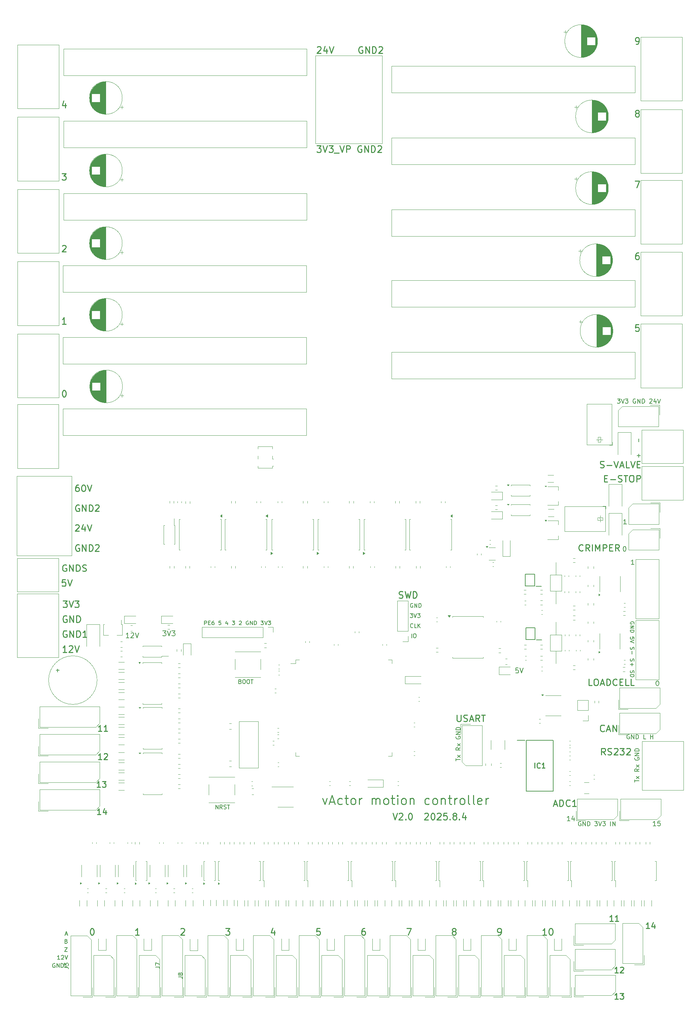
<source format=gbr>
%TF.GenerationSoftware,KiCad,Pcbnew,8.0.5*%
%TF.CreationDate,2025-08-05T16:04:56+09:00*%
%TF.ProjectId,motion_controller_main,6d6f7469-6f6e-45f6-936f-6e74726f6c6c,rev?*%
%TF.SameCoordinates,Original*%
%TF.FileFunction,Legend,Top*%
%TF.FilePolarity,Positive*%
%FSLAX46Y46*%
G04 Gerber Fmt 4.6, Leading zero omitted, Abs format (unit mm)*
G04 Created by KiCad (PCBNEW 8.0.5) date 2025-08-05 16:04:56*
%MOMM*%
%LPD*%
G01*
G04 APERTURE LIST*
%ADD10C,0.254000*%
%ADD11C,0.152400*%
%ADD12C,0.279400*%
%ADD13C,0.140000*%
%ADD14C,0.150000*%
%ADD15C,0.200000*%
%ADD16C,0.120000*%
%ADD17C,0.100000*%
G04 APERTURE END LIST*
D10*
X102377543Y-229150430D02*
X101535714Y-229150430D01*
X101956628Y-229150430D02*
X101956628Y-227677230D01*
X101956628Y-227677230D02*
X101816324Y-227887687D01*
X101816324Y-227887687D02*
X101676019Y-228027992D01*
X101676019Y-228027992D02*
X101535714Y-228098144D01*
X103640286Y-228168297D02*
X103640286Y-229150430D01*
X103289524Y-227607078D02*
X102938762Y-228659363D01*
X102938762Y-228659363D02*
X103850743Y-228659363D01*
X133767662Y-257785672D02*
X134789709Y-257785672D01*
X134789709Y-257785672D02*
X134239376Y-258414624D01*
X134239376Y-258414624D02*
X134475233Y-258414624D01*
X134475233Y-258414624D02*
X134632471Y-258493243D01*
X134632471Y-258493243D02*
X134711090Y-258571862D01*
X134711090Y-258571862D02*
X134789709Y-258729100D01*
X134789709Y-258729100D02*
X134789709Y-259122195D01*
X134789709Y-259122195D02*
X134711090Y-259279433D01*
X134711090Y-259279433D02*
X134632471Y-259358053D01*
X134632471Y-259358053D02*
X134475233Y-259436672D01*
X134475233Y-259436672D02*
X134003519Y-259436672D01*
X134003519Y-259436672D02*
X133846281Y-259358053D01*
X133846281Y-259358053D02*
X133767662Y-259279433D01*
X92679581Y-86283910D02*
X92758200Y-86205291D01*
X92758200Y-86205291D02*
X92915438Y-86126672D01*
X92915438Y-86126672D02*
X93308533Y-86126672D01*
X93308533Y-86126672D02*
X93465771Y-86205291D01*
X93465771Y-86205291D02*
X93544390Y-86283910D01*
X93544390Y-86283910D02*
X93623009Y-86441148D01*
X93623009Y-86441148D02*
X93623009Y-86598386D01*
X93623009Y-86598386D02*
X93544390Y-86834243D01*
X93544390Y-86834243D02*
X92600962Y-87777672D01*
X92600962Y-87777672D02*
X93623009Y-87777672D01*
D11*
X223081358Y-230969766D02*
X222976596Y-230917385D01*
X222976596Y-230917385D02*
X222819453Y-230917385D01*
X222819453Y-230917385D02*
X222662310Y-230969766D01*
X222662310Y-230969766D02*
X222557548Y-231074528D01*
X222557548Y-231074528D02*
X222505167Y-231179290D01*
X222505167Y-231179290D02*
X222452786Y-231388814D01*
X222452786Y-231388814D02*
X222452786Y-231545957D01*
X222452786Y-231545957D02*
X222505167Y-231755481D01*
X222505167Y-231755481D02*
X222557548Y-231860243D01*
X222557548Y-231860243D02*
X222662310Y-231965005D01*
X222662310Y-231965005D02*
X222819453Y-232017385D01*
X222819453Y-232017385D02*
X222924215Y-232017385D01*
X222924215Y-232017385D02*
X223081358Y-231965005D01*
X223081358Y-231965005D02*
X223133739Y-231912624D01*
X223133739Y-231912624D02*
X223133739Y-231545957D01*
X223133739Y-231545957D02*
X222924215Y-231545957D01*
X223605167Y-232017385D02*
X223605167Y-230917385D01*
X223605167Y-230917385D02*
X224233739Y-232017385D01*
X224233739Y-232017385D02*
X224233739Y-230917385D01*
X224757548Y-232017385D02*
X224757548Y-230917385D01*
X224757548Y-230917385D02*
X225019453Y-230917385D01*
X225019453Y-230917385D02*
X225176596Y-230969766D01*
X225176596Y-230969766D02*
X225281358Y-231074528D01*
X225281358Y-231074528D02*
X225333739Y-231179290D01*
X225333739Y-231179290D02*
X225386120Y-231388814D01*
X225386120Y-231388814D02*
X225386120Y-231545957D01*
X225386120Y-231545957D02*
X225333739Y-231755481D01*
X225333739Y-231755481D02*
X225281358Y-231860243D01*
X225281358Y-231860243D02*
X225176596Y-231965005D01*
X225176596Y-231965005D02*
X225019453Y-232017385D01*
X225019453Y-232017385D02*
X224757548Y-232017385D01*
X226590881Y-230917385D02*
X227271834Y-230917385D01*
X227271834Y-230917385D02*
X226905167Y-231336433D01*
X226905167Y-231336433D02*
X227062310Y-231336433D01*
X227062310Y-231336433D02*
X227167072Y-231388814D01*
X227167072Y-231388814D02*
X227219453Y-231441195D01*
X227219453Y-231441195D02*
X227271834Y-231545957D01*
X227271834Y-231545957D02*
X227271834Y-231807862D01*
X227271834Y-231807862D02*
X227219453Y-231912624D01*
X227219453Y-231912624D02*
X227167072Y-231965005D01*
X227167072Y-231965005D02*
X227062310Y-232017385D01*
X227062310Y-232017385D02*
X226748024Y-232017385D01*
X226748024Y-232017385D02*
X226643262Y-231965005D01*
X226643262Y-231965005D02*
X226590881Y-231912624D01*
X227586119Y-230917385D02*
X227952786Y-232017385D01*
X227952786Y-232017385D02*
X228319453Y-230917385D01*
X228581357Y-230917385D02*
X229262310Y-230917385D01*
X229262310Y-230917385D02*
X228895643Y-231336433D01*
X228895643Y-231336433D02*
X229052786Y-231336433D01*
X229052786Y-231336433D02*
X229157548Y-231388814D01*
X229157548Y-231388814D02*
X229209929Y-231441195D01*
X229209929Y-231441195D02*
X229262310Y-231545957D01*
X229262310Y-231545957D02*
X229262310Y-231807862D01*
X229262310Y-231807862D02*
X229209929Y-231912624D01*
X229209929Y-231912624D02*
X229157548Y-231965005D01*
X229157548Y-231965005D02*
X229052786Y-232017385D01*
X229052786Y-232017385D02*
X228738500Y-232017385D01*
X228738500Y-232017385D02*
X228633738Y-231965005D01*
X228633738Y-231965005D02*
X228581357Y-231912624D01*
X230571833Y-232017385D02*
X230571833Y-230917385D01*
X231095643Y-232017385D02*
X231095643Y-230917385D01*
X231095643Y-230917385D02*
X231724215Y-232017385D01*
X231724215Y-232017385D02*
X231724215Y-230917385D01*
X117955891Y-183018581D02*
X118742082Y-183018581D01*
X118742082Y-183018581D02*
X118318748Y-183502390D01*
X118318748Y-183502390D02*
X118500177Y-183502390D01*
X118500177Y-183502390D02*
X118621129Y-183562866D01*
X118621129Y-183562866D02*
X118681605Y-183623343D01*
X118681605Y-183623343D02*
X118742082Y-183744295D01*
X118742082Y-183744295D02*
X118742082Y-184046676D01*
X118742082Y-184046676D02*
X118681605Y-184167628D01*
X118681605Y-184167628D02*
X118621129Y-184228105D01*
X118621129Y-184228105D02*
X118500177Y-184288581D01*
X118500177Y-184288581D02*
X118137320Y-184288581D01*
X118137320Y-184288581D02*
X118016367Y-184228105D01*
X118016367Y-184228105D02*
X117955891Y-184167628D01*
X119104939Y-183018581D02*
X119528272Y-184288581D01*
X119528272Y-184288581D02*
X119951606Y-183018581D01*
X120253986Y-183018581D02*
X121040177Y-183018581D01*
X121040177Y-183018581D02*
X120616843Y-183502390D01*
X120616843Y-183502390D02*
X120798272Y-183502390D01*
X120798272Y-183502390D02*
X120919224Y-183562866D01*
X120919224Y-183562866D02*
X120979700Y-183623343D01*
X120979700Y-183623343D02*
X121040177Y-183744295D01*
X121040177Y-183744295D02*
X121040177Y-184046676D01*
X121040177Y-184046676D02*
X120979700Y-184167628D01*
X120979700Y-184167628D02*
X120919224Y-184228105D01*
X120919224Y-184228105D02*
X120798272Y-184288581D01*
X120798272Y-184288581D02*
X120435415Y-184288581D01*
X120435415Y-184288581D02*
X120314462Y-184228105D01*
X120314462Y-184228105D02*
X120253986Y-184167628D01*
X242291548Y-195604147D02*
X242405834Y-195604147D01*
X242405834Y-195604147D02*
X242520120Y-195661290D01*
X242520120Y-195661290D02*
X242577263Y-195718433D01*
X242577263Y-195718433D02*
X242634405Y-195832719D01*
X242634405Y-195832719D02*
X242691548Y-196061290D01*
X242691548Y-196061290D02*
X242691548Y-196347005D01*
X242691548Y-196347005D02*
X242634405Y-196575576D01*
X242634405Y-196575576D02*
X242577263Y-196689862D01*
X242577263Y-196689862D02*
X242520120Y-196747005D01*
X242520120Y-196747005D02*
X242405834Y-196804147D01*
X242405834Y-196804147D02*
X242291548Y-196804147D01*
X242291548Y-196804147D02*
X242177263Y-196747005D01*
X242177263Y-196747005D02*
X242120120Y-196689862D01*
X242120120Y-196689862D02*
X242062977Y-196575576D01*
X242062977Y-196575576D02*
X242005834Y-196347005D01*
X242005834Y-196347005D02*
X242005834Y-196061290D01*
X242005834Y-196061290D02*
X242062977Y-195832719D01*
X242062977Y-195832719D02*
X242120120Y-195718433D01*
X242120120Y-195718433D02*
X242177263Y-195661290D01*
X242177263Y-195661290D02*
X242291548Y-195604147D01*
D10*
X202283519Y-259436672D02*
X202597995Y-259436672D01*
X202597995Y-259436672D02*
X202755233Y-259358053D01*
X202755233Y-259358053D02*
X202833852Y-259279433D01*
X202833852Y-259279433D02*
X202991090Y-259043576D01*
X202991090Y-259043576D02*
X203069709Y-258729100D01*
X203069709Y-258729100D02*
X203069709Y-258100148D01*
X203069709Y-258100148D02*
X202991090Y-257942910D01*
X202991090Y-257942910D02*
X202912471Y-257864291D01*
X202912471Y-257864291D02*
X202755233Y-257785672D01*
X202755233Y-257785672D02*
X202440757Y-257785672D01*
X202440757Y-257785672D02*
X202283519Y-257864291D01*
X202283519Y-257864291D02*
X202204900Y-257942910D01*
X202204900Y-257942910D02*
X202126281Y-258100148D01*
X202126281Y-258100148D02*
X202126281Y-258493243D01*
X202126281Y-258493243D02*
X202204900Y-258650481D01*
X202204900Y-258650481D02*
X202283519Y-258729100D01*
X202283519Y-258729100D02*
X202440757Y-258807719D01*
X202440757Y-258807719D02*
X202755233Y-258807719D01*
X202755233Y-258807719D02*
X202912471Y-258729100D01*
X202912471Y-258729100D02*
X202991090Y-258650481D01*
X202991090Y-258650481D02*
X203069709Y-258493243D01*
X167918009Y-61186291D02*
X167760771Y-61107672D01*
X167760771Y-61107672D02*
X167524914Y-61107672D01*
X167524914Y-61107672D02*
X167289057Y-61186291D01*
X167289057Y-61186291D02*
X167131819Y-61343529D01*
X167131819Y-61343529D02*
X167053200Y-61500767D01*
X167053200Y-61500767D02*
X166974581Y-61815243D01*
X166974581Y-61815243D02*
X166974581Y-62051100D01*
X166974581Y-62051100D02*
X167053200Y-62365576D01*
X167053200Y-62365576D02*
X167131819Y-62522814D01*
X167131819Y-62522814D02*
X167289057Y-62680053D01*
X167289057Y-62680053D02*
X167524914Y-62758672D01*
X167524914Y-62758672D02*
X167682152Y-62758672D01*
X167682152Y-62758672D02*
X167918009Y-62680053D01*
X167918009Y-62680053D02*
X167996628Y-62601433D01*
X167996628Y-62601433D02*
X167996628Y-62051100D01*
X167996628Y-62051100D02*
X167682152Y-62051100D01*
X168704200Y-62758672D02*
X168704200Y-61107672D01*
X168704200Y-61107672D02*
X169647628Y-62758672D01*
X169647628Y-62758672D02*
X169647628Y-61107672D01*
X170433819Y-62758672D02*
X170433819Y-61107672D01*
X170433819Y-61107672D02*
X170826914Y-61107672D01*
X170826914Y-61107672D02*
X171062771Y-61186291D01*
X171062771Y-61186291D02*
X171220009Y-61343529D01*
X171220009Y-61343529D02*
X171298628Y-61500767D01*
X171298628Y-61500767D02*
X171377247Y-61815243D01*
X171377247Y-61815243D02*
X171377247Y-62051100D01*
X171377247Y-62051100D02*
X171298628Y-62365576D01*
X171298628Y-62365576D02*
X171220009Y-62522814D01*
X171220009Y-62522814D02*
X171062771Y-62680053D01*
X171062771Y-62680053D02*
X170826914Y-62758672D01*
X170826914Y-62758672D02*
X170433819Y-62758672D01*
X172006200Y-61264910D02*
X172084819Y-61186291D01*
X172084819Y-61186291D02*
X172242057Y-61107672D01*
X172242057Y-61107672D02*
X172635152Y-61107672D01*
X172635152Y-61107672D02*
X172792390Y-61186291D01*
X172792390Y-61186291D02*
X172871009Y-61264910D01*
X172871009Y-61264910D02*
X172949628Y-61422148D01*
X172949628Y-61422148D02*
X172949628Y-61579386D01*
X172949628Y-61579386D02*
X172871009Y-61815243D01*
X172871009Y-61815243D02*
X171927581Y-62758672D01*
X171927581Y-62758672D02*
X172949628Y-62758672D01*
D11*
X131297167Y-227769665D02*
X131297167Y-226753665D01*
X131297167Y-226753665D02*
X131877739Y-227769665D01*
X131877739Y-227769665D02*
X131877739Y-226753665D01*
X132942120Y-227769665D02*
X132603453Y-227285856D01*
X132361548Y-227769665D02*
X132361548Y-226753665D01*
X132361548Y-226753665D02*
X132748596Y-226753665D01*
X132748596Y-226753665D02*
X132845358Y-226802046D01*
X132845358Y-226802046D02*
X132893739Y-226850427D01*
X132893739Y-226850427D02*
X132942120Y-226947189D01*
X132942120Y-226947189D02*
X132942120Y-227092332D01*
X132942120Y-227092332D02*
X132893739Y-227189094D01*
X132893739Y-227189094D02*
X132845358Y-227237475D01*
X132845358Y-227237475D02*
X132748596Y-227285856D01*
X132748596Y-227285856D02*
X132361548Y-227285856D01*
X133329167Y-227721285D02*
X133474310Y-227769665D01*
X133474310Y-227769665D02*
X133716215Y-227769665D01*
X133716215Y-227769665D02*
X133812977Y-227721285D01*
X133812977Y-227721285D02*
X133861358Y-227672904D01*
X133861358Y-227672904D02*
X133909739Y-227576142D01*
X133909739Y-227576142D02*
X133909739Y-227479380D01*
X133909739Y-227479380D02*
X133861358Y-227382618D01*
X133861358Y-227382618D02*
X133812977Y-227334237D01*
X133812977Y-227334237D02*
X133716215Y-227285856D01*
X133716215Y-227285856D02*
X133522691Y-227237475D01*
X133522691Y-227237475D02*
X133425929Y-227189094D01*
X133425929Y-227189094D02*
X133377548Y-227140713D01*
X133377548Y-227140713D02*
X133329167Y-227043951D01*
X133329167Y-227043951D02*
X133329167Y-226947189D01*
X133329167Y-226947189D02*
X133377548Y-226850427D01*
X133377548Y-226850427D02*
X133425929Y-226802046D01*
X133425929Y-226802046D02*
X133522691Y-226753665D01*
X133522691Y-226753665D02*
X133764596Y-226753665D01*
X133764596Y-226753665D02*
X133909739Y-226802046D01*
X134200024Y-226753665D02*
X134780596Y-226753665D01*
X134490310Y-227769665D02*
X134490310Y-226753665D01*
D10*
X93501390Y-170135672D02*
X92715200Y-170135672D01*
X92715200Y-170135672D02*
X92636581Y-170921862D01*
X92636581Y-170921862D02*
X92715200Y-170843243D01*
X92715200Y-170843243D02*
X92872438Y-170764624D01*
X92872438Y-170764624D02*
X93265533Y-170764624D01*
X93265533Y-170764624D02*
X93422771Y-170843243D01*
X93422771Y-170843243D02*
X93501390Y-170921862D01*
X93501390Y-170921862D02*
X93580009Y-171079100D01*
X93580009Y-171079100D02*
X93580009Y-171472195D01*
X93580009Y-171472195D02*
X93501390Y-171629433D01*
X93501390Y-171629433D02*
X93422771Y-171708053D01*
X93422771Y-171708053D02*
X93265533Y-171786672D01*
X93265533Y-171786672D02*
X92872438Y-171786672D01*
X92872438Y-171786672D02*
X92715200Y-171708053D01*
X92715200Y-171708053D02*
X92636581Y-171629433D01*
X94051724Y-170135672D02*
X94602057Y-171786672D01*
X94602057Y-171786672D02*
X95152390Y-170135672D01*
X191969200Y-204131672D02*
X191969200Y-205468195D01*
X191969200Y-205468195D02*
X192047819Y-205625433D01*
X192047819Y-205625433D02*
X192126438Y-205704053D01*
X192126438Y-205704053D02*
X192283676Y-205782672D01*
X192283676Y-205782672D02*
X192598152Y-205782672D01*
X192598152Y-205782672D02*
X192755390Y-205704053D01*
X192755390Y-205704053D02*
X192834009Y-205625433D01*
X192834009Y-205625433D02*
X192912628Y-205468195D01*
X192912628Y-205468195D02*
X192912628Y-204131672D01*
X193620200Y-205704053D02*
X193856057Y-205782672D01*
X193856057Y-205782672D02*
X194249152Y-205782672D01*
X194249152Y-205782672D02*
X194406390Y-205704053D01*
X194406390Y-205704053D02*
X194485009Y-205625433D01*
X194485009Y-205625433D02*
X194563628Y-205468195D01*
X194563628Y-205468195D02*
X194563628Y-205310957D01*
X194563628Y-205310957D02*
X194485009Y-205153719D01*
X194485009Y-205153719D02*
X194406390Y-205075100D01*
X194406390Y-205075100D02*
X194249152Y-204996481D01*
X194249152Y-204996481D02*
X193934676Y-204917862D01*
X193934676Y-204917862D02*
X193777438Y-204839243D01*
X193777438Y-204839243D02*
X193698819Y-204760624D01*
X193698819Y-204760624D02*
X193620200Y-204603386D01*
X193620200Y-204603386D02*
X193620200Y-204446148D01*
X193620200Y-204446148D02*
X193698819Y-204288910D01*
X193698819Y-204288910D02*
X193777438Y-204210291D01*
X193777438Y-204210291D02*
X193934676Y-204131672D01*
X193934676Y-204131672D02*
X194327771Y-204131672D01*
X194327771Y-204131672D02*
X194563628Y-204210291D01*
X195192581Y-205310957D02*
X195978771Y-205310957D01*
X195035343Y-205782672D02*
X195585676Y-204131672D01*
X195585676Y-204131672D02*
X196136009Y-205782672D01*
X197629771Y-205782672D02*
X197079438Y-204996481D01*
X196686343Y-205782672D02*
X196686343Y-204131672D01*
X196686343Y-204131672D02*
X197315295Y-204131672D01*
X197315295Y-204131672D02*
X197472533Y-204210291D01*
X197472533Y-204210291D02*
X197551152Y-204288910D01*
X197551152Y-204288910D02*
X197629771Y-204446148D01*
X197629771Y-204446148D02*
X197629771Y-204682005D01*
X197629771Y-204682005D02*
X197551152Y-204839243D01*
X197551152Y-204839243D02*
X197472533Y-204917862D01*
X197472533Y-204917862D02*
X197315295Y-204996481D01*
X197315295Y-204996481D02*
X196686343Y-204996481D01*
X198101486Y-204131672D02*
X199044914Y-204131672D01*
X198573200Y-205782672D02*
X198573200Y-204131672D01*
D11*
X93445548Y-259229380D02*
X93929358Y-259229380D01*
X93348786Y-259519665D02*
X93687453Y-258503665D01*
X93687453Y-258503665D02*
X94026120Y-259519665D01*
D10*
X96930009Y-151414291D02*
X96772771Y-151335672D01*
X96772771Y-151335672D02*
X96536914Y-151335672D01*
X96536914Y-151335672D02*
X96301057Y-151414291D01*
X96301057Y-151414291D02*
X96143819Y-151571529D01*
X96143819Y-151571529D02*
X96065200Y-151728767D01*
X96065200Y-151728767D02*
X95986581Y-152043243D01*
X95986581Y-152043243D02*
X95986581Y-152279100D01*
X95986581Y-152279100D02*
X96065200Y-152593576D01*
X96065200Y-152593576D02*
X96143819Y-152750814D01*
X96143819Y-152750814D02*
X96301057Y-152908053D01*
X96301057Y-152908053D02*
X96536914Y-152986672D01*
X96536914Y-152986672D02*
X96694152Y-152986672D01*
X96694152Y-152986672D02*
X96930009Y-152908053D01*
X96930009Y-152908053D02*
X97008628Y-152829433D01*
X97008628Y-152829433D02*
X97008628Y-152279100D01*
X97008628Y-152279100D02*
X96694152Y-152279100D01*
X97716200Y-152986672D02*
X97716200Y-151335672D01*
X97716200Y-151335672D02*
X98659628Y-152986672D01*
X98659628Y-152986672D02*
X98659628Y-151335672D01*
X99445819Y-152986672D02*
X99445819Y-151335672D01*
X99445819Y-151335672D02*
X99838914Y-151335672D01*
X99838914Y-151335672D02*
X100074771Y-151414291D01*
X100074771Y-151414291D02*
X100232009Y-151571529D01*
X100232009Y-151571529D02*
X100310628Y-151728767D01*
X100310628Y-151728767D02*
X100389247Y-152043243D01*
X100389247Y-152043243D02*
X100389247Y-152279100D01*
X100389247Y-152279100D02*
X100310628Y-152593576D01*
X100310628Y-152593576D02*
X100232009Y-152750814D01*
X100232009Y-152750814D02*
X100074771Y-152908053D01*
X100074771Y-152908053D02*
X99838914Y-152986672D01*
X99838914Y-152986672D02*
X99445819Y-152986672D01*
X101018200Y-151492910D02*
X101096819Y-151414291D01*
X101096819Y-151414291D02*
X101254057Y-151335672D01*
X101254057Y-151335672D02*
X101647152Y-151335672D01*
X101647152Y-151335672D02*
X101804390Y-151414291D01*
X101804390Y-151414291D02*
X101883009Y-151492910D01*
X101883009Y-151492910D02*
X101961628Y-151650148D01*
X101961628Y-151650148D02*
X101961628Y-151807386D01*
X101961628Y-151807386D02*
X101883009Y-152043243D01*
X101883009Y-152043243D02*
X100939581Y-152986672D01*
X100939581Y-152986672D02*
X101961628Y-152986672D01*
X93690009Y-166480957D02*
X93532771Y-166402338D01*
X93532771Y-166402338D02*
X93296914Y-166402338D01*
X93296914Y-166402338D02*
X93061057Y-166480957D01*
X93061057Y-166480957D02*
X92903819Y-166638195D01*
X92903819Y-166638195D02*
X92825200Y-166795433D01*
X92825200Y-166795433D02*
X92746581Y-167109909D01*
X92746581Y-167109909D02*
X92746581Y-167345766D01*
X92746581Y-167345766D02*
X92825200Y-167660242D01*
X92825200Y-167660242D02*
X92903819Y-167817480D01*
X92903819Y-167817480D02*
X93061057Y-167974719D01*
X93061057Y-167974719D02*
X93296914Y-168053338D01*
X93296914Y-168053338D02*
X93454152Y-168053338D01*
X93454152Y-168053338D02*
X93690009Y-167974719D01*
X93690009Y-167974719D02*
X93768628Y-167896099D01*
X93768628Y-167896099D02*
X93768628Y-167345766D01*
X93768628Y-167345766D02*
X93454152Y-167345766D01*
X94476200Y-168053338D02*
X94476200Y-166402338D01*
X94476200Y-166402338D02*
X95419628Y-168053338D01*
X95419628Y-168053338D02*
X95419628Y-166402338D01*
X96205819Y-168053338D02*
X96205819Y-166402338D01*
X96205819Y-166402338D02*
X96598914Y-166402338D01*
X96598914Y-166402338D02*
X96834771Y-166480957D01*
X96834771Y-166480957D02*
X96992009Y-166638195D01*
X96992009Y-166638195D02*
X97070628Y-166795433D01*
X97070628Y-166795433D02*
X97149247Y-167109909D01*
X97149247Y-167109909D02*
X97149247Y-167345766D01*
X97149247Y-167345766D02*
X97070628Y-167660242D01*
X97070628Y-167660242D02*
X96992009Y-167817480D01*
X96992009Y-167817480D02*
X96834771Y-167974719D01*
X96834771Y-167974719D02*
X96598914Y-168053338D01*
X96598914Y-168053338D02*
X96205819Y-168053338D01*
X97778200Y-167974719D02*
X98014057Y-168053338D01*
X98014057Y-168053338D02*
X98407152Y-168053338D01*
X98407152Y-168053338D02*
X98564390Y-167974719D01*
X98564390Y-167974719D02*
X98643009Y-167896099D01*
X98643009Y-167896099D02*
X98721628Y-167738861D01*
X98721628Y-167738861D02*
X98721628Y-167581623D01*
X98721628Y-167581623D02*
X98643009Y-167424385D01*
X98643009Y-167424385D02*
X98564390Y-167345766D01*
X98564390Y-167345766D02*
X98407152Y-167267147D01*
X98407152Y-167267147D02*
X98092676Y-167188528D01*
X98092676Y-167188528D02*
X97935438Y-167109909D01*
X97935438Y-167109909D02*
X97856819Y-167031290D01*
X97856819Y-167031290D02*
X97778200Y-166874052D01*
X97778200Y-166874052D02*
X97778200Y-166716814D01*
X97778200Y-166716814D02*
X97856819Y-166559576D01*
X97856819Y-166559576D02*
X97935438Y-166480957D01*
X97935438Y-166480957D02*
X98092676Y-166402338D01*
X98092676Y-166402338D02*
X98485771Y-166402338D01*
X98485771Y-166402338D02*
X98721628Y-166480957D01*
X177388581Y-174694053D02*
X177624438Y-174772672D01*
X177624438Y-174772672D02*
X178017533Y-174772672D01*
X178017533Y-174772672D02*
X178174771Y-174694053D01*
X178174771Y-174694053D02*
X178253390Y-174615433D01*
X178253390Y-174615433D02*
X178332009Y-174458195D01*
X178332009Y-174458195D02*
X178332009Y-174300957D01*
X178332009Y-174300957D02*
X178253390Y-174143719D01*
X178253390Y-174143719D02*
X178174771Y-174065100D01*
X178174771Y-174065100D02*
X178017533Y-173986481D01*
X178017533Y-173986481D02*
X177703057Y-173907862D01*
X177703057Y-173907862D02*
X177545819Y-173829243D01*
X177545819Y-173829243D02*
X177467200Y-173750624D01*
X177467200Y-173750624D02*
X177388581Y-173593386D01*
X177388581Y-173593386D02*
X177388581Y-173436148D01*
X177388581Y-173436148D02*
X177467200Y-173278910D01*
X177467200Y-173278910D02*
X177545819Y-173200291D01*
X177545819Y-173200291D02*
X177703057Y-173121672D01*
X177703057Y-173121672D02*
X178096152Y-173121672D01*
X178096152Y-173121672D02*
X178332009Y-173200291D01*
X178882343Y-173121672D02*
X179275438Y-174772672D01*
X179275438Y-174772672D02*
X179589914Y-173593386D01*
X179589914Y-173593386D02*
X179904390Y-174772672D01*
X179904390Y-174772672D02*
X180297486Y-173121672D01*
X180926438Y-174772672D02*
X180926438Y-173121672D01*
X180926438Y-173121672D02*
X181319533Y-173121672D01*
X181319533Y-173121672D02*
X181555390Y-173200291D01*
X181555390Y-173200291D02*
X181712628Y-173357529D01*
X181712628Y-173357529D02*
X181791247Y-173514767D01*
X181791247Y-173514767D02*
X181869866Y-173829243D01*
X181869866Y-173829243D02*
X181869866Y-174065100D01*
X181869866Y-174065100D02*
X181791247Y-174379576D01*
X181791247Y-174379576D02*
X181712628Y-174536814D01*
X181712628Y-174536814D02*
X181555390Y-174694053D01*
X181555390Y-174694053D02*
X181319533Y-174772672D01*
X181319533Y-174772672D02*
X180926438Y-174772672D01*
X225878390Y-196743672D02*
X225092200Y-196743672D01*
X225092200Y-196743672D02*
X225092200Y-195092672D01*
X226743200Y-195092672D02*
X227057676Y-195092672D01*
X227057676Y-195092672D02*
X227214914Y-195171291D01*
X227214914Y-195171291D02*
X227372152Y-195328529D01*
X227372152Y-195328529D02*
X227450771Y-195643005D01*
X227450771Y-195643005D02*
X227450771Y-196193338D01*
X227450771Y-196193338D02*
X227372152Y-196507814D01*
X227372152Y-196507814D02*
X227214914Y-196665053D01*
X227214914Y-196665053D02*
X227057676Y-196743672D01*
X227057676Y-196743672D02*
X226743200Y-196743672D01*
X226743200Y-196743672D02*
X226585962Y-196665053D01*
X226585962Y-196665053D02*
X226428724Y-196507814D01*
X226428724Y-196507814D02*
X226350105Y-196193338D01*
X226350105Y-196193338D02*
X226350105Y-195643005D01*
X226350105Y-195643005D02*
X226428724Y-195328529D01*
X226428724Y-195328529D02*
X226585962Y-195171291D01*
X226585962Y-195171291D02*
X226743200Y-195092672D01*
X228079724Y-196271957D02*
X228865914Y-196271957D01*
X227922486Y-196743672D02*
X228472819Y-195092672D01*
X228472819Y-195092672D02*
X229023152Y-196743672D01*
X229573486Y-196743672D02*
X229573486Y-195092672D01*
X229573486Y-195092672D02*
X229966581Y-195092672D01*
X229966581Y-195092672D02*
X230202438Y-195171291D01*
X230202438Y-195171291D02*
X230359676Y-195328529D01*
X230359676Y-195328529D02*
X230438295Y-195485767D01*
X230438295Y-195485767D02*
X230516914Y-195800243D01*
X230516914Y-195800243D02*
X230516914Y-196036100D01*
X230516914Y-196036100D02*
X230438295Y-196350576D01*
X230438295Y-196350576D02*
X230359676Y-196507814D01*
X230359676Y-196507814D02*
X230202438Y-196665053D01*
X230202438Y-196665053D02*
X229966581Y-196743672D01*
X229966581Y-196743672D02*
X229573486Y-196743672D01*
X232167914Y-196586433D02*
X232089295Y-196665053D01*
X232089295Y-196665053D02*
X231853438Y-196743672D01*
X231853438Y-196743672D02*
X231696200Y-196743672D01*
X231696200Y-196743672D02*
X231460343Y-196665053D01*
X231460343Y-196665053D02*
X231303105Y-196507814D01*
X231303105Y-196507814D02*
X231224486Y-196350576D01*
X231224486Y-196350576D02*
X231145867Y-196036100D01*
X231145867Y-196036100D02*
X231145867Y-195800243D01*
X231145867Y-195800243D02*
X231224486Y-195485767D01*
X231224486Y-195485767D02*
X231303105Y-195328529D01*
X231303105Y-195328529D02*
X231460343Y-195171291D01*
X231460343Y-195171291D02*
X231696200Y-195092672D01*
X231696200Y-195092672D02*
X231853438Y-195092672D01*
X231853438Y-195092672D02*
X232089295Y-195171291D01*
X232089295Y-195171291D02*
X232167914Y-195249910D01*
X232875486Y-195878862D02*
X233425819Y-195878862D01*
X233661676Y-196743672D02*
X232875486Y-196743672D01*
X232875486Y-196743672D02*
X232875486Y-195092672D01*
X232875486Y-195092672D02*
X233661676Y-195092672D01*
X235155438Y-196743672D02*
X234369248Y-196743672D01*
X234369248Y-196743672D02*
X234369248Y-195092672D01*
X236491962Y-196743672D02*
X235705772Y-196743672D01*
X235705772Y-196743672D02*
X235705772Y-195092672D01*
X93780009Y-188386672D02*
X92836581Y-188386672D01*
X93308295Y-188386672D02*
X93308295Y-186735672D01*
X93308295Y-186735672D02*
X93151057Y-186971529D01*
X93151057Y-186971529D02*
X92993819Y-187128767D01*
X92993819Y-187128767D02*
X92836581Y-187207386D01*
X94408962Y-186892910D02*
X94487581Y-186814291D01*
X94487581Y-186814291D02*
X94644819Y-186735672D01*
X94644819Y-186735672D02*
X95037914Y-186735672D01*
X95037914Y-186735672D02*
X95195152Y-186814291D01*
X95195152Y-186814291D02*
X95273771Y-186892910D01*
X95273771Y-186892910D02*
X95352390Y-187050148D01*
X95352390Y-187050148D02*
X95352390Y-187207386D01*
X95352390Y-187207386D02*
X95273771Y-187443243D01*
X95273771Y-187443243D02*
X94330343Y-188386672D01*
X94330343Y-188386672D02*
X95352390Y-188386672D01*
X95824105Y-186735672D02*
X96374438Y-188386672D01*
X96374438Y-188386672D02*
X96924771Y-186735672D01*
X214449709Y-259436672D02*
X213506281Y-259436672D01*
X213977995Y-259436672D02*
X213977995Y-257785672D01*
X213977995Y-257785672D02*
X213820757Y-258021529D01*
X213820757Y-258021529D02*
X213663519Y-258178767D01*
X213663519Y-258178767D02*
X213506281Y-258257386D01*
X215471757Y-257785672D02*
X215628995Y-257785672D01*
X215628995Y-257785672D02*
X215786233Y-257864291D01*
X215786233Y-257864291D02*
X215864852Y-257942910D01*
X215864852Y-257942910D02*
X215943471Y-258100148D01*
X215943471Y-258100148D02*
X216022090Y-258414624D01*
X216022090Y-258414624D02*
X216022090Y-258807719D01*
X216022090Y-258807719D02*
X215943471Y-259122195D01*
X215943471Y-259122195D02*
X215864852Y-259279433D01*
X215864852Y-259279433D02*
X215786233Y-259358053D01*
X215786233Y-259358053D02*
X215628995Y-259436672D01*
X215628995Y-259436672D02*
X215471757Y-259436672D01*
X215471757Y-259436672D02*
X215314519Y-259358053D01*
X215314519Y-259358053D02*
X215235900Y-259279433D01*
X215235900Y-259279433D02*
X215157281Y-259122195D01*
X215157281Y-259122195D02*
X215078662Y-258807719D01*
X215078662Y-258807719D02*
X215078662Y-258414624D01*
X215078662Y-258414624D02*
X215157281Y-258100148D01*
X215157281Y-258100148D02*
X215235900Y-257942910D01*
X215235900Y-257942910D02*
X215314519Y-257864291D01*
X215314519Y-257864291D02*
X215471757Y-257785672D01*
X96772771Y-146335672D02*
X96458295Y-146335672D01*
X96458295Y-146335672D02*
X96301057Y-146414291D01*
X96301057Y-146414291D02*
X96222438Y-146492910D01*
X96222438Y-146492910D02*
X96065200Y-146728767D01*
X96065200Y-146728767D02*
X95986581Y-147043243D01*
X95986581Y-147043243D02*
X95986581Y-147672195D01*
X95986581Y-147672195D02*
X96065200Y-147829433D01*
X96065200Y-147829433D02*
X96143819Y-147908053D01*
X96143819Y-147908053D02*
X96301057Y-147986672D01*
X96301057Y-147986672D02*
X96615533Y-147986672D01*
X96615533Y-147986672D02*
X96772771Y-147908053D01*
X96772771Y-147908053D02*
X96851390Y-147829433D01*
X96851390Y-147829433D02*
X96930009Y-147672195D01*
X96930009Y-147672195D02*
X96930009Y-147279100D01*
X96930009Y-147279100D02*
X96851390Y-147121862D01*
X96851390Y-147121862D02*
X96772771Y-147043243D01*
X96772771Y-147043243D02*
X96615533Y-146964624D01*
X96615533Y-146964624D02*
X96301057Y-146964624D01*
X96301057Y-146964624D02*
X96143819Y-147043243D01*
X96143819Y-147043243D02*
X96065200Y-147121862D01*
X96065200Y-147121862D02*
X95986581Y-147279100D01*
X97952057Y-146335672D02*
X98109295Y-146335672D01*
X98109295Y-146335672D02*
X98266533Y-146414291D01*
X98266533Y-146414291D02*
X98345152Y-146492910D01*
X98345152Y-146492910D02*
X98423771Y-146650148D01*
X98423771Y-146650148D02*
X98502390Y-146964624D01*
X98502390Y-146964624D02*
X98502390Y-147357719D01*
X98502390Y-147357719D02*
X98423771Y-147672195D01*
X98423771Y-147672195D02*
X98345152Y-147829433D01*
X98345152Y-147829433D02*
X98266533Y-147908053D01*
X98266533Y-147908053D02*
X98109295Y-147986672D01*
X98109295Y-147986672D02*
X97952057Y-147986672D01*
X97952057Y-147986672D02*
X97794819Y-147908053D01*
X97794819Y-147908053D02*
X97716200Y-147829433D01*
X97716200Y-147829433D02*
X97637581Y-147672195D01*
X97637581Y-147672195D02*
X97558962Y-147357719D01*
X97558962Y-147357719D02*
X97558962Y-146964624D01*
X97558962Y-146964624D02*
X97637581Y-146650148D01*
X97637581Y-146650148D02*
X97716200Y-146492910D01*
X97716200Y-146492910D02*
X97794819Y-146414291D01*
X97794819Y-146414291D02*
X97952057Y-146335672D01*
X98974105Y-146335672D02*
X99524438Y-147986672D01*
X99524438Y-147986672D02*
X100074771Y-146335672D01*
X229234628Y-214164672D02*
X228684295Y-213378481D01*
X228291200Y-214164672D02*
X228291200Y-212513672D01*
X228291200Y-212513672D02*
X228920152Y-212513672D01*
X228920152Y-212513672D02*
X229077390Y-212592291D01*
X229077390Y-212592291D02*
X229156009Y-212670910D01*
X229156009Y-212670910D02*
X229234628Y-212828148D01*
X229234628Y-212828148D02*
X229234628Y-213064005D01*
X229234628Y-213064005D02*
X229156009Y-213221243D01*
X229156009Y-213221243D02*
X229077390Y-213299862D01*
X229077390Y-213299862D02*
X228920152Y-213378481D01*
X228920152Y-213378481D02*
X228291200Y-213378481D01*
X229863581Y-214086053D02*
X230099438Y-214164672D01*
X230099438Y-214164672D02*
X230492533Y-214164672D01*
X230492533Y-214164672D02*
X230649771Y-214086053D01*
X230649771Y-214086053D02*
X230728390Y-214007433D01*
X230728390Y-214007433D02*
X230807009Y-213850195D01*
X230807009Y-213850195D02*
X230807009Y-213692957D01*
X230807009Y-213692957D02*
X230728390Y-213535719D01*
X230728390Y-213535719D02*
X230649771Y-213457100D01*
X230649771Y-213457100D02*
X230492533Y-213378481D01*
X230492533Y-213378481D02*
X230178057Y-213299862D01*
X230178057Y-213299862D02*
X230020819Y-213221243D01*
X230020819Y-213221243D02*
X229942200Y-213142624D01*
X229942200Y-213142624D02*
X229863581Y-212985386D01*
X229863581Y-212985386D02*
X229863581Y-212828148D01*
X229863581Y-212828148D02*
X229942200Y-212670910D01*
X229942200Y-212670910D02*
X230020819Y-212592291D01*
X230020819Y-212592291D02*
X230178057Y-212513672D01*
X230178057Y-212513672D02*
X230571152Y-212513672D01*
X230571152Y-212513672D02*
X230807009Y-212592291D01*
X231435962Y-212670910D02*
X231514581Y-212592291D01*
X231514581Y-212592291D02*
X231671819Y-212513672D01*
X231671819Y-212513672D02*
X232064914Y-212513672D01*
X232064914Y-212513672D02*
X232222152Y-212592291D01*
X232222152Y-212592291D02*
X232300771Y-212670910D01*
X232300771Y-212670910D02*
X232379390Y-212828148D01*
X232379390Y-212828148D02*
X232379390Y-212985386D01*
X232379390Y-212985386D02*
X232300771Y-213221243D01*
X232300771Y-213221243D02*
X231357343Y-214164672D01*
X231357343Y-214164672D02*
X232379390Y-214164672D01*
X232929724Y-212513672D02*
X233951771Y-212513672D01*
X233951771Y-212513672D02*
X233401438Y-213142624D01*
X233401438Y-213142624D02*
X233637295Y-213142624D01*
X233637295Y-213142624D02*
X233794533Y-213221243D01*
X233794533Y-213221243D02*
X233873152Y-213299862D01*
X233873152Y-213299862D02*
X233951771Y-213457100D01*
X233951771Y-213457100D02*
X233951771Y-213850195D01*
X233951771Y-213850195D02*
X233873152Y-214007433D01*
X233873152Y-214007433D02*
X233794533Y-214086053D01*
X233794533Y-214086053D02*
X233637295Y-214164672D01*
X233637295Y-214164672D02*
X233165581Y-214164672D01*
X233165581Y-214164672D02*
X233008343Y-214086053D01*
X233008343Y-214086053D02*
X232929724Y-214007433D01*
X234580724Y-212670910D02*
X234659343Y-212592291D01*
X234659343Y-212592291D02*
X234816581Y-212513672D01*
X234816581Y-212513672D02*
X235209676Y-212513672D01*
X235209676Y-212513672D02*
X235366914Y-212592291D01*
X235366914Y-212592291D02*
X235445533Y-212670910D01*
X235445533Y-212670910D02*
X235524152Y-212828148D01*
X235524152Y-212828148D02*
X235524152Y-212985386D01*
X235524152Y-212985386D02*
X235445533Y-213221243D01*
X235445533Y-213221243D02*
X234502105Y-214164672D01*
X234502105Y-214164672D02*
X235524152Y-214164672D01*
D11*
X241953548Y-232005147D02*
X241267834Y-232005147D01*
X241610691Y-232005147D02*
X241610691Y-230805147D01*
X241610691Y-230805147D02*
X241496405Y-230976576D01*
X241496405Y-230976576D02*
X241382120Y-231090862D01*
X241382120Y-231090862D02*
X241267834Y-231148005D01*
X243039262Y-230805147D02*
X242467834Y-230805147D01*
X242467834Y-230805147D02*
X242410691Y-231376576D01*
X242410691Y-231376576D02*
X242467834Y-231319433D01*
X242467834Y-231319433D02*
X242582120Y-231262290D01*
X242582120Y-231262290D02*
X242867834Y-231262290D01*
X242867834Y-231262290D02*
X242982120Y-231319433D01*
X242982120Y-231319433D02*
X243039262Y-231376576D01*
X243039262Y-231376576D02*
X243096405Y-231490862D01*
X243096405Y-231490862D02*
X243096405Y-231776576D01*
X243096405Y-231776576D02*
X243039262Y-231890862D01*
X243039262Y-231890862D02*
X242982120Y-231948005D01*
X242982120Y-231948005D02*
X242867834Y-232005147D01*
X242867834Y-232005147D02*
X242582120Y-232005147D01*
X242582120Y-232005147D02*
X242467834Y-231948005D01*
X242467834Y-231948005D02*
X242410691Y-231890862D01*
D10*
X240344543Y-257808430D02*
X239502714Y-257808430D01*
X239923628Y-257808430D02*
X239923628Y-256335230D01*
X239923628Y-256335230D02*
X239783324Y-256545687D01*
X239783324Y-256545687D02*
X239643019Y-256685992D01*
X239643019Y-256685992D02*
X239502714Y-256756144D01*
X241607286Y-256826297D02*
X241607286Y-257808430D01*
X241256524Y-256265078D02*
X240905762Y-257317363D01*
X240905762Y-257317363D02*
X241817743Y-257317363D01*
X236981819Y-35580672D02*
X237296295Y-35580672D01*
X237296295Y-35580672D02*
X237453533Y-35502053D01*
X237453533Y-35502053D02*
X237532152Y-35423433D01*
X237532152Y-35423433D02*
X237689390Y-35187576D01*
X237689390Y-35187576D02*
X237768009Y-34873100D01*
X237768009Y-34873100D02*
X237768009Y-34244148D01*
X237768009Y-34244148D02*
X237689390Y-34086910D01*
X237689390Y-34086910D02*
X237610771Y-34008291D01*
X237610771Y-34008291D02*
X237453533Y-33929672D01*
X237453533Y-33929672D02*
X237139057Y-33929672D01*
X237139057Y-33929672D02*
X236981819Y-34008291D01*
X236981819Y-34008291D02*
X236903200Y-34086910D01*
X236903200Y-34086910D02*
X236824581Y-34244148D01*
X236824581Y-34244148D02*
X236824581Y-34637243D01*
X236824581Y-34637243D02*
X236903200Y-34794481D01*
X236903200Y-34794481D02*
X236981819Y-34873100D01*
X236981819Y-34873100D02*
X237139057Y-34951719D01*
X237139057Y-34951719D02*
X237453533Y-34951719D01*
X237453533Y-34951719D02*
X237610771Y-34873100D01*
X237610771Y-34873100D02*
X237689390Y-34794481D01*
X237689390Y-34794481D02*
X237768009Y-34637243D01*
X92600962Y-68092672D02*
X93623009Y-68092672D01*
X93623009Y-68092672D02*
X93072676Y-68721624D01*
X93072676Y-68721624D02*
X93308533Y-68721624D01*
X93308533Y-68721624D02*
X93465771Y-68800243D01*
X93465771Y-68800243D02*
X93544390Y-68878862D01*
X93544390Y-68878862D02*
X93623009Y-69036100D01*
X93623009Y-69036100D02*
X93623009Y-69429195D01*
X93623009Y-69429195D02*
X93544390Y-69586433D01*
X93544390Y-69586433D02*
X93465771Y-69665053D01*
X93465771Y-69665053D02*
X93308533Y-69743672D01*
X93308533Y-69743672D02*
X92836819Y-69743672D01*
X92836819Y-69743672D02*
X92679581Y-69665053D01*
X92679581Y-69665053D02*
X92600962Y-69586433D01*
X122466281Y-257942910D02*
X122544900Y-257864291D01*
X122544900Y-257864291D02*
X122702138Y-257785672D01*
X122702138Y-257785672D02*
X123095233Y-257785672D01*
X123095233Y-257785672D02*
X123252471Y-257864291D01*
X123252471Y-257864291D02*
X123331090Y-257942910D01*
X123331090Y-257942910D02*
X123409709Y-258100148D01*
X123409709Y-258100148D02*
X123409709Y-258257386D01*
X123409709Y-258257386D02*
X123331090Y-258493243D01*
X123331090Y-258493243D02*
X122387662Y-259436672D01*
X122387662Y-259436672D02*
X123409709Y-259436672D01*
X102631543Y-215307430D02*
X101789714Y-215307430D01*
X102210628Y-215307430D02*
X102210628Y-213834230D01*
X102210628Y-213834230D02*
X102070324Y-214044687D01*
X102070324Y-214044687D02*
X101930019Y-214184992D01*
X101930019Y-214184992D02*
X101789714Y-214255144D01*
X103192762Y-213974535D02*
X103262914Y-213904382D01*
X103262914Y-213904382D02*
X103403219Y-213834230D01*
X103403219Y-213834230D02*
X103753981Y-213834230D01*
X103753981Y-213834230D02*
X103894286Y-213904382D01*
X103894286Y-213904382D02*
X103964438Y-213974535D01*
X103964438Y-213974535D02*
X104034591Y-214114839D01*
X104034591Y-214114839D02*
X104034591Y-214255144D01*
X104034591Y-214255144D02*
X103964438Y-214465601D01*
X103964438Y-214465601D02*
X103122610Y-215307430D01*
X103122610Y-215307430D02*
X104034591Y-215307430D01*
X112029709Y-259436672D02*
X111086281Y-259436672D01*
X111557995Y-259436672D02*
X111557995Y-257785672D01*
X111557995Y-257785672D02*
X111400757Y-258021529D01*
X111400757Y-258021529D02*
X111243519Y-258178767D01*
X111243519Y-258178767D02*
X111086281Y-258257386D01*
X236745962Y-69997672D02*
X237846628Y-69997672D01*
X237846628Y-69997672D02*
X237139057Y-71648672D01*
X146012471Y-258336005D02*
X146012471Y-259436672D01*
X145619376Y-257707053D02*
X145226281Y-258886338D01*
X145226281Y-258886338D02*
X146248328Y-258886338D01*
X237139057Y-52925243D02*
X236981819Y-52846624D01*
X236981819Y-52846624D02*
X236903200Y-52768005D01*
X236903200Y-52768005D02*
X236824581Y-52610767D01*
X236824581Y-52610767D02*
X236824581Y-52532148D01*
X236824581Y-52532148D02*
X236903200Y-52374910D01*
X236903200Y-52374910D02*
X236981819Y-52296291D01*
X236981819Y-52296291D02*
X237139057Y-52217672D01*
X237139057Y-52217672D02*
X237453533Y-52217672D01*
X237453533Y-52217672D02*
X237610771Y-52296291D01*
X237610771Y-52296291D02*
X237689390Y-52374910D01*
X237689390Y-52374910D02*
X237768009Y-52532148D01*
X237768009Y-52532148D02*
X237768009Y-52610767D01*
X237768009Y-52610767D02*
X237689390Y-52768005D01*
X237689390Y-52768005D02*
X237610771Y-52846624D01*
X237610771Y-52846624D02*
X237453533Y-52925243D01*
X237453533Y-52925243D02*
X237139057Y-52925243D01*
X237139057Y-52925243D02*
X236981819Y-53003862D01*
X236981819Y-53003862D02*
X236903200Y-53082481D01*
X236903200Y-53082481D02*
X236824581Y-53239719D01*
X236824581Y-53239719D02*
X236824581Y-53554195D01*
X236824581Y-53554195D02*
X236903200Y-53711433D01*
X236903200Y-53711433D02*
X236981819Y-53790053D01*
X236981819Y-53790053D02*
X237139057Y-53868672D01*
X237139057Y-53868672D02*
X237453533Y-53868672D01*
X237453533Y-53868672D02*
X237610771Y-53790053D01*
X237610771Y-53790053D02*
X237689390Y-53711433D01*
X237689390Y-53711433D02*
X237768009Y-53554195D01*
X237768009Y-53554195D02*
X237768009Y-53239719D01*
X237768009Y-53239719D02*
X237689390Y-53082481D01*
X237689390Y-53082481D02*
X237610771Y-53003862D01*
X237610771Y-53003862D02*
X237453533Y-52925243D01*
D11*
X191690455Y-215698905D02*
X191690455Y-215070333D01*
X192790455Y-215384619D02*
X191690455Y-215384619D01*
X192790455Y-214808429D02*
X192057122Y-214232238D01*
X192057122Y-214808429D02*
X192790455Y-214232238D01*
X192790455Y-212346524D02*
X192266646Y-212713191D01*
X192790455Y-212975096D02*
X191690455Y-212975096D01*
X191690455Y-212975096D02*
X191690455Y-212556048D01*
X191690455Y-212556048D02*
X191742836Y-212451286D01*
X191742836Y-212451286D02*
X191795217Y-212398905D01*
X191795217Y-212398905D02*
X191899979Y-212346524D01*
X191899979Y-212346524D02*
X192057122Y-212346524D01*
X192057122Y-212346524D02*
X192161884Y-212398905D01*
X192161884Y-212398905D02*
X192214265Y-212451286D01*
X192214265Y-212451286D02*
X192266646Y-212556048D01*
X192266646Y-212556048D02*
X192266646Y-212975096D01*
X192790455Y-211979858D02*
X192057122Y-211403667D01*
X192057122Y-211979858D02*
X192790455Y-211403667D01*
X191742836Y-209570334D02*
X191690455Y-209675096D01*
X191690455Y-209675096D02*
X191690455Y-209832239D01*
X191690455Y-209832239D02*
X191742836Y-209989382D01*
X191742836Y-209989382D02*
X191847598Y-210094144D01*
X191847598Y-210094144D02*
X191952360Y-210146525D01*
X191952360Y-210146525D02*
X192161884Y-210198906D01*
X192161884Y-210198906D02*
X192319027Y-210198906D01*
X192319027Y-210198906D02*
X192528551Y-210146525D01*
X192528551Y-210146525D02*
X192633313Y-210094144D01*
X192633313Y-210094144D02*
X192738075Y-209989382D01*
X192738075Y-209989382D02*
X192790455Y-209832239D01*
X192790455Y-209832239D02*
X192790455Y-209727477D01*
X192790455Y-209727477D02*
X192738075Y-209570334D01*
X192738075Y-209570334D02*
X192685694Y-209517953D01*
X192685694Y-209517953D02*
X192319027Y-209517953D01*
X192319027Y-209517953D02*
X192319027Y-209727477D01*
X192790455Y-209046525D02*
X191690455Y-209046525D01*
X191690455Y-209046525D02*
X192790455Y-208417953D01*
X192790455Y-208417953D02*
X191690455Y-208417953D01*
X192790455Y-207894144D02*
X191690455Y-207894144D01*
X191690455Y-207894144D02*
X191690455Y-207632239D01*
X191690455Y-207632239D02*
X191742836Y-207475096D01*
X191742836Y-207475096D02*
X191847598Y-207370334D01*
X191847598Y-207370334D02*
X191952360Y-207317953D01*
X191952360Y-207317953D02*
X192161884Y-207265572D01*
X192161884Y-207265572D02*
X192319027Y-207265572D01*
X192319027Y-207265572D02*
X192528551Y-207317953D01*
X192528551Y-207317953D02*
X192633313Y-207370334D01*
X192633313Y-207370334D02*
X192738075Y-207475096D01*
X192738075Y-207475096D02*
X192790455Y-207632239D01*
X192790455Y-207632239D02*
X192790455Y-207894144D01*
D10*
X232444543Y-268958430D02*
X231602714Y-268958430D01*
X232023628Y-268958430D02*
X232023628Y-267485230D01*
X232023628Y-267485230D02*
X231883324Y-267695687D01*
X231883324Y-267695687D02*
X231743019Y-267835992D01*
X231743019Y-267835992D02*
X231602714Y-267906144D01*
X233005762Y-267625535D02*
X233075914Y-267555382D01*
X233075914Y-267555382D02*
X233216219Y-267485230D01*
X233216219Y-267485230D02*
X233566981Y-267485230D01*
X233566981Y-267485230D02*
X233707286Y-267555382D01*
X233707286Y-267555382D02*
X233777438Y-267625535D01*
X233777438Y-267625535D02*
X233847591Y-267765839D01*
X233847591Y-267765839D02*
X233847591Y-267906144D01*
X233847591Y-267906144D02*
X233777438Y-268116601D01*
X233777438Y-268116601D02*
X232935610Y-268958430D01*
X232935610Y-268958430D02*
X233847591Y-268958430D01*
X191060757Y-258493243D02*
X190903519Y-258414624D01*
X190903519Y-258414624D02*
X190824900Y-258336005D01*
X190824900Y-258336005D02*
X190746281Y-258178767D01*
X190746281Y-258178767D02*
X190746281Y-258100148D01*
X190746281Y-258100148D02*
X190824900Y-257942910D01*
X190824900Y-257942910D02*
X190903519Y-257864291D01*
X190903519Y-257864291D02*
X191060757Y-257785672D01*
X191060757Y-257785672D02*
X191375233Y-257785672D01*
X191375233Y-257785672D02*
X191532471Y-257864291D01*
X191532471Y-257864291D02*
X191611090Y-257942910D01*
X191611090Y-257942910D02*
X191689709Y-258100148D01*
X191689709Y-258100148D02*
X191689709Y-258178767D01*
X191689709Y-258178767D02*
X191611090Y-258336005D01*
X191611090Y-258336005D02*
X191532471Y-258414624D01*
X191532471Y-258414624D02*
X191375233Y-258493243D01*
X191375233Y-258493243D02*
X191060757Y-258493243D01*
X191060757Y-258493243D02*
X190903519Y-258571862D01*
X190903519Y-258571862D02*
X190824900Y-258650481D01*
X190824900Y-258650481D02*
X190746281Y-258807719D01*
X190746281Y-258807719D02*
X190746281Y-259122195D01*
X190746281Y-259122195D02*
X190824900Y-259279433D01*
X190824900Y-259279433D02*
X190903519Y-259358053D01*
X190903519Y-259358053D02*
X191060757Y-259436672D01*
X191060757Y-259436672D02*
X191375233Y-259436672D01*
X191375233Y-259436672D02*
X191532471Y-259358053D01*
X191532471Y-259358053D02*
X191611090Y-259279433D01*
X191611090Y-259279433D02*
X191689709Y-259122195D01*
X191689709Y-259122195D02*
X191689709Y-258807719D01*
X191689709Y-258807719D02*
X191611090Y-258650481D01*
X191611090Y-258650481D02*
X191532471Y-258571862D01*
X191532471Y-258571862D02*
X191375233Y-258493243D01*
D11*
X93300405Y-262553665D02*
X93977739Y-262553665D01*
X93977739Y-262553665D02*
X93300405Y-263569665D01*
X93300405Y-263569665D02*
X93977739Y-263569665D01*
D10*
X228980628Y-208165433D02*
X228902009Y-208244053D01*
X228902009Y-208244053D02*
X228666152Y-208322672D01*
X228666152Y-208322672D02*
X228508914Y-208322672D01*
X228508914Y-208322672D02*
X228273057Y-208244053D01*
X228273057Y-208244053D02*
X228115819Y-208086814D01*
X228115819Y-208086814D02*
X228037200Y-207929576D01*
X228037200Y-207929576D02*
X227958581Y-207615100D01*
X227958581Y-207615100D02*
X227958581Y-207379243D01*
X227958581Y-207379243D02*
X228037200Y-207064767D01*
X228037200Y-207064767D02*
X228115819Y-206907529D01*
X228115819Y-206907529D02*
X228273057Y-206750291D01*
X228273057Y-206750291D02*
X228508914Y-206671672D01*
X228508914Y-206671672D02*
X228666152Y-206671672D01*
X228666152Y-206671672D02*
X228902009Y-206750291D01*
X228902009Y-206750291D02*
X228980628Y-206828910D01*
X229609581Y-207850957D02*
X230395771Y-207850957D01*
X229452343Y-208322672D02*
X230002676Y-206671672D01*
X230002676Y-206671672D02*
X230553009Y-208322672D01*
X231103343Y-208322672D02*
X231103343Y-206671672D01*
X231103343Y-206671672D02*
X232046771Y-208322672D01*
X232046771Y-208322672D02*
X232046771Y-206671672D01*
D11*
X180829358Y-176174046D02*
X180732596Y-176125665D01*
X180732596Y-176125665D02*
X180587453Y-176125665D01*
X180587453Y-176125665D02*
X180442310Y-176174046D01*
X180442310Y-176174046D02*
X180345548Y-176270808D01*
X180345548Y-176270808D02*
X180297167Y-176367570D01*
X180297167Y-176367570D02*
X180248786Y-176561094D01*
X180248786Y-176561094D02*
X180248786Y-176706237D01*
X180248786Y-176706237D02*
X180297167Y-176899761D01*
X180297167Y-176899761D02*
X180345548Y-176996523D01*
X180345548Y-176996523D02*
X180442310Y-177093285D01*
X180442310Y-177093285D02*
X180587453Y-177141665D01*
X180587453Y-177141665D02*
X180684215Y-177141665D01*
X180684215Y-177141665D02*
X180829358Y-177093285D01*
X180829358Y-177093285D02*
X180877739Y-177044904D01*
X180877739Y-177044904D02*
X180877739Y-176706237D01*
X180877739Y-176706237D02*
X180684215Y-176706237D01*
X181313167Y-177141665D02*
X181313167Y-176125665D01*
X181313167Y-176125665D02*
X181893739Y-177141665D01*
X181893739Y-177141665D02*
X181893739Y-176125665D01*
X182377548Y-177141665D02*
X182377548Y-176125665D01*
X182377548Y-176125665D02*
X182619453Y-176125665D01*
X182619453Y-176125665D02*
X182764596Y-176174046D01*
X182764596Y-176174046D02*
X182861358Y-176270808D01*
X182861358Y-176270808D02*
X182909739Y-176367570D01*
X182909739Y-176367570D02*
X182958120Y-176561094D01*
X182958120Y-176561094D02*
X182958120Y-176706237D01*
X182958120Y-176706237D02*
X182909739Y-176899761D01*
X182909739Y-176899761D02*
X182861358Y-176996523D01*
X182861358Y-176996523D02*
X182764596Y-177093285D01*
X182764596Y-177093285D02*
X182619453Y-177141665D01*
X182619453Y-177141665D02*
X182377548Y-177141665D01*
X235273358Y-209125766D02*
X235168596Y-209073385D01*
X235168596Y-209073385D02*
X235011453Y-209073385D01*
X235011453Y-209073385D02*
X234854310Y-209125766D01*
X234854310Y-209125766D02*
X234749548Y-209230528D01*
X234749548Y-209230528D02*
X234697167Y-209335290D01*
X234697167Y-209335290D02*
X234644786Y-209544814D01*
X234644786Y-209544814D02*
X234644786Y-209701957D01*
X234644786Y-209701957D02*
X234697167Y-209911481D01*
X234697167Y-209911481D02*
X234749548Y-210016243D01*
X234749548Y-210016243D02*
X234854310Y-210121005D01*
X234854310Y-210121005D02*
X235011453Y-210173385D01*
X235011453Y-210173385D02*
X235116215Y-210173385D01*
X235116215Y-210173385D02*
X235273358Y-210121005D01*
X235273358Y-210121005D02*
X235325739Y-210068624D01*
X235325739Y-210068624D02*
X235325739Y-209701957D01*
X235325739Y-209701957D02*
X235116215Y-209701957D01*
X235797167Y-210173385D02*
X235797167Y-209073385D01*
X235797167Y-209073385D02*
X236425739Y-210173385D01*
X236425739Y-210173385D02*
X236425739Y-209073385D01*
X236949548Y-210173385D02*
X236949548Y-209073385D01*
X236949548Y-209073385D02*
X237211453Y-209073385D01*
X237211453Y-209073385D02*
X237368596Y-209125766D01*
X237368596Y-209125766D02*
X237473358Y-209230528D01*
X237473358Y-209230528D02*
X237525739Y-209335290D01*
X237525739Y-209335290D02*
X237578120Y-209544814D01*
X237578120Y-209544814D02*
X237578120Y-209701957D01*
X237578120Y-209701957D02*
X237525739Y-209911481D01*
X237525739Y-209911481D02*
X237473358Y-210016243D01*
X237473358Y-210016243D02*
X237368596Y-210121005D01*
X237368596Y-210121005D02*
X237211453Y-210173385D01*
X237211453Y-210173385D02*
X236949548Y-210173385D01*
X239411453Y-210173385D02*
X238887643Y-210173385D01*
X238887643Y-210173385D02*
X238887643Y-209073385D01*
X240616214Y-210173385D02*
X240616214Y-209073385D01*
X240616214Y-209597195D02*
X241244786Y-209597195D01*
X241244786Y-210173385D02*
X241244786Y-209073385D01*
D10*
X93780009Y-183047623D02*
X93622771Y-182969004D01*
X93622771Y-182969004D02*
X93386914Y-182969004D01*
X93386914Y-182969004D02*
X93151057Y-183047623D01*
X93151057Y-183047623D02*
X92993819Y-183204861D01*
X92993819Y-183204861D02*
X92915200Y-183362099D01*
X92915200Y-183362099D02*
X92836581Y-183676575D01*
X92836581Y-183676575D02*
X92836581Y-183912432D01*
X92836581Y-183912432D02*
X92915200Y-184226908D01*
X92915200Y-184226908D02*
X92993819Y-184384146D01*
X92993819Y-184384146D02*
X93151057Y-184541385D01*
X93151057Y-184541385D02*
X93386914Y-184620004D01*
X93386914Y-184620004D02*
X93544152Y-184620004D01*
X93544152Y-184620004D02*
X93780009Y-184541385D01*
X93780009Y-184541385D02*
X93858628Y-184462765D01*
X93858628Y-184462765D02*
X93858628Y-183912432D01*
X93858628Y-183912432D02*
X93544152Y-183912432D01*
X94566200Y-184620004D02*
X94566200Y-182969004D01*
X94566200Y-182969004D02*
X95509628Y-184620004D01*
X95509628Y-184620004D02*
X95509628Y-182969004D01*
X96295819Y-184620004D02*
X96295819Y-182969004D01*
X96295819Y-182969004D02*
X96688914Y-182969004D01*
X96688914Y-182969004D02*
X96924771Y-183047623D01*
X96924771Y-183047623D02*
X97082009Y-183204861D01*
X97082009Y-183204861D02*
X97160628Y-183362099D01*
X97160628Y-183362099D02*
X97239247Y-183676575D01*
X97239247Y-183676575D02*
X97239247Y-183912432D01*
X97239247Y-183912432D02*
X97160628Y-184226908D01*
X97160628Y-184226908D02*
X97082009Y-184384146D01*
X97082009Y-184384146D02*
X96924771Y-184541385D01*
X96924771Y-184541385D02*
X96688914Y-184620004D01*
X96688914Y-184620004D02*
X96295819Y-184620004D01*
X98811628Y-184620004D02*
X97868200Y-184620004D01*
X98339914Y-184620004D02*
X98339914Y-182969004D01*
X98339914Y-182969004D02*
X98182676Y-183204861D01*
X98182676Y-183204861D02*
X98025438Y-183362099D01*
X98025438Y-183362099D02*
X97868200Y-183440718D01*
X168172009Y-36294291D02*
X168014771Y-36215672D01*
X168014771Y-36215672D02*
X167778914Y-36215672D01*
X167778914Y-36215672D02*
X167543057Y-36294291D01*
X167543057Y-36294291D02*
X167385819Y-36451529D01*
X167385819Y-36451529D02*
X167307200Y-36608767D01*
X167307200Y-36608767D02*
X167228581Y-36923243D01*
X167228581Y-36923243D02*
X167228581Y-37159100D01*
X167228581Y-37159100D02*
X167307200Y-37473576D01*
X167307200Y-37473576D02*
X167385819Y-37630814D01*
X167385819Y-37630814D02*
X167543057Y-37788053D01*
X167543057Y-37788053D02*
X167778914Y-37866672D01*
X167778914Y-37866672D02*
X167936152Y-37866672D01*
X167936152Y-37866672D02*
X168172009Y-37788053D01*
X168172009Y-37788053D02*
X168250628Y-37709433D01*
X168250628Y-37709433D02*
X168250628Y-37159100D01*
X168250628Y-37159100D02*
X167936152Y-37159100D01*
X168958200Y-37866672D02*
X168958200Y-36215672D01*
X168958200Y-36215672D02*
X169901628Y-37866672D01*
X169901628Y-37866672D02*
X169901628Y-36215672D01*
X170687819Y-37866672D02*
X170687819Y-36215672D01*
X170687819Y-36215672D02*
X171080914Y-36215672D01*
X171080914Y-36215672D02*
X171316771Y-36294291D01*
X171316771Y-36294291D02*
X171474009Y-36451529D01*
X171474009Y-36451529D02*
X171552628Y-36608767D01*
X171552628Y-36608767D02*
X171631247Y-36923243D01*
X171631247Y-36923243D02*
X171631247Y-37159100D01*
X171631247Y-37159100D02*
X171552628Y-37473576D01*
X171552628Y-37473576D02*
X171474009Y-37630814D01*
X171474009Y-37630814D02*
X171316771Y-37788053D01*
X171316771Y-37788053D02*
X171080914Y-37866672D01*
X171080914Y-37866672D02*
X170687819Y-37866672D01*
X172260200Y-36372910D02*
X172338819Y-36294291D01*
X172338819Y-36294291D02*
X172496057Y-36215672D01*
X172496057Y-36215672D02*
X172889152Y-36215672D01*
X172889152Y-36215672D02*
X173046390Y-36294291D01*
X173046390Y-36294291D02*
X173125009Y-36372910D01*
X173125009Y-36372910D02*
X173203628Y-36530148D01*
X173203628Y-36530148D02*
X173203628Y-36687386D01*
X173203628Y-36687386D02*
X173125009Y-36923243D01*
X173125009Y-36923243D02*
X172181581Y-37866672D01*
X172181581Y-37866672D02*
X173203628Y-37866672D01*
D11*
X93687453Y-261012475D02*
X93832596Y-261060856D01*
X93832596Y-261060856D02*
X93880977Y-261109237D01*
X93880977Y-261109237D02*
X93929358Y-261205999D01*
X93929358Y-261205999D02*
X93929358Y-261351142D01*
X93929358Y-261351142D02*
X93880977Y-261447904D01*
X93880977Y-261447904D02*
X93832596Y-261496285D01*
X93832596Y-261496285D02*
X93735834Y-261544665D01*
X93735834Y-261544665D02*
X93348786Y-261544665D01*
X93348786Y-261544665D02*
X93348786Y-260528665D01*
X93348786Y-260528665D02*
X93687453Y-260528665D01*
X93687453Y-260528665D02*
X93784215Y-260577046D01*
X93784215Y-260577046D02*
X93832596Y-260625427D01*
X93832596Y-260625427D02*
X93880977Y-260722189D01*
X93880977Y-260722189D02*
X93880977Y-260818951D01*
X93880977Y-260818951D02*
X93832596Y-260915713D01*
X93832596Y-260915713D02*
X93784215Y-260964094D01*
X93784215Y-260964094D02*
X93687453Y-261012475D01*
X93687453Y-261012475D02*
X93348786Y-261012475D01*
X207378405Y-192350581D02*
X206773643Y-192350581D01*
X206773643Y-192350581D02*
X206713167Y-192955343D01*
X206713167Y-192955343D02*
X206773643Y-192894866D01*
X206773643Y-192894866D02*
X206894596Y-192834390D01*
X206894596Y-192834390D02*
X207196977Y-192834390D01*
X207196977Y-192834390D02*
X207317929Y-192894866D01*
X207317929Y-192894866D02*
X207378405Y-192955343D01*
X207378405Y-192955343D02*
X207438882Y-193076295D01*
X207438882Y-193076295D02*
X207438882Y-193378676D01*
X207438882Y-193378676D02*
X207378405Y-193499628D01*
X207378405Y-193499628D02*
X207317929Y-193560105D01*
X207317929Y-193560105D02*
X207196977Y-193620581D01*
X207196977Y-193620581D02*
X206894596Y-193620581D01*
X206894596Y-193620581D02*
X206773643Y-193560105D01*
X206773643Y-193560105D02*
X206713167Y-193499628D01*
X207801739Y-192350581D02*
X208225072Y-193620581D01*
X208225072Y-193620581D02*
X208648406Y-192350581D01*
D12*
X158163283Y-225108638D02*
X158707569Y-226632638D01*
X158707569Y-226632638D02*
X159251854Y-225108638D01*
X160013854Y-225979495D02*
X161102426Y-225979495D01*
X159796140Y-226632638D02*
X160558140Y-224346638D01*
X160558140Y-224346638D02*
X161320140Y-226632638D01*
X163061855Y-226523781D02*
X162844140Y-226632638D01*
X162844140Y-226632638D02*
X162408712Y-226632638D01*
X162408712Y-226632638D02*
X162190997Y-226523781D01*
X162190997Y-226523781D02*
X162082140Y-226414923D01*
X162082140Y-226414923D02*
X161973283Y-226197209D01*
X161973283Y-226197209D02*
X161973283Y-225544066D01*
X161973283Y-225544066D02*
X162082140Y-225326352D01*
X162082140Y-225326352D02*
X162190997Y-225217495D01*
X162190997Y-225217495D02*
X162408712Y-225108638D01*
X162408712Y-225108638D02*
X162844140Y-225108638D01*
X162844140Y-225108638D02*
X163061855Y-225217495D01*
X163714998Y-225108638D02*
X164585855Y-225108638D01*
X164041569Y-224346638D02*
X164041569Y-226306066D01*
X164041569Y-226306066D02*
X164150426Y-226523781D01*
X164150426Y-226523781D02*
X164368141Y-226632638D01*
X164368141Y-226632638D02*
X164585855Y-226632638D01*
X165674427Y-226632638D02*
X165456712Y-226523781D01*
X165456712Y-226523781D02*
X165347855Y-226414923D01*
X165347855Y-226414923D02*
X165238998Y-226197209D01*
X165238998Y-226197209D02*
X165238998Y-225544066D01*
X165238998Y-225544066D02*
X165347855Y-225326352D01*
X165347855Y-225326352D02*
X165456712Y-225217495D01*
X165456712Y-225217495D02*
X165674427Y-225108638D01*
X165674427Y-225108638D02*
X166000998Y-225108638D01*
X166000998Y-225108638D02*
X166218712Y-225217495D01*
X166218712Y-225217495D02*
X166327570Y-225326352D01*
X166327570Y-225326352D02*
X166436427Y-225544066D01*
X166436427Y-225544066D02*
X166436427Y-226197209D01*
X166436427Y-226197209D02*
X166327570Y-226414923D01*
X166327570Y-226414923D02*
X166218712Y-226523781D01*
X166218712Y-226523781D02*
X166000998Y-226632638D01*
X166000998Y-226632638D02*
X165674427Y-226632638D01*
X167416141Y-226632638D02*
X167416141Y-225108638D01*
X167416141Y-225544066D02*
X167524998Y-225326352D01*
X167524998Y-225326352D02*
X167633856Y-225217495D01*
X167633856Y-225217495D02*
X167851570Y-225108638D01*
X167851570Y-225108638D02*
X168069284Y-225108638D01*
X170572998Y-226632638D02*
X170572998Y-225108638D01*
X170572998Y-225326352D02*
X170681855Y-225217495D01*
X170681855Y-225217495D02*
X170899570Y-225108638D01*
X170899570Y-225108638D02*
X171226141Y-225108638D01*
X171226141Y-225108638D02*
X171443855Y-225217495D01*
X171443855Y-225217495D02*
X171552713Y-225435209D01*
X171552713Y-225435209D02*
X171552713Y-226632638D01*
X171552713Y-225435209D02*
X171661570Y-225217495D01*
X171661570Y-225217495D02*
X171879284Y-225108638D01*
X171879284Y-225108638D02*
X172205855Y-225108638D01*
X172205855Y-225108638D02*
X172423570Y-225217495D01*
X172423570Y-225217495D02*
X172532427Y-225435209D01*
X172532427Y-225435209D02*
X172532427Y-226632638D01*
X173947570Y-226632638D02*
X173729855Y-226523781D01*
X173729855Y-226523781D02*
X173620998Y-226414923D01*
X173620998Y-226414923D02*
X173512141Y-226197209D01*
X173512141Y-226197209D02*
X173512141Y-225544066D01*
X173512141Y-225544066D02*
X173620998Y-225326352D01*
X173620998Y-225326352D02*
X173729855Y-225217495D01*
X173729855Y-225217495D02*
X173947570Y-225108638D01*
X173947570Y-225108638D02*
X174274141Y-225108638D01*
X174274141Y-225108638D02*
X174491855Y-225217495D01*
X174491855Y-225217495D02*
X174600713Y-225326352D01*
X174600713Y-225326352D02*
X174709570Y-225544066D01*
X174709570Y-225544066D02*
X174709570Y-226197209D01*
X174709570Y-226197209D02*
X174600713Y-226414923D01*
X174600713Y-226414923D02*
X174491855Y-226523781D01*
X174491855Y-226523781D02*
X174274141Y-226632638D01*
X174274141Y-226632638D02*
X173947570Y-226632638D01*
X175362713Y-225108638D02*
X176233570Y-225108638D01*
X175689284Y-224346638D02*
X175689284Y-226306066D01*
X175689284Y-226306066D02*
X175798141Y-226523781D01*
X175798141Y-226523781D02*
X176015856Y-226632638D01*
X176015856Y-226632638D02*
X176233570Y-226632638D01*
X176995570Y-226632638D02*
X176995570Y-225108638D01*
X176995570Y-224346638D02*
X176886713Y-224455495D01*
X176886713Y-224455495D02*
X176995570Y-224564352D01*
X176995570Y-224564352D02*
X177104427Y-224455495D01*
X177104427Y-224455495D02*
X176995570Y-224346638D01*
X176995570Y-224346638D02*
X176995570Y-224564352D01*
X178410713Y-226632638D02*
X178192998Y-226523781D01*
X178192998Y-226523781D02*
X178084141Y-226414923D01*
X178084141Y-226414923D02*
X177975284Y-226197209D01*
X177975284Y-226197209D02*
X177975284Y-225544066D01*
X177975284Y-225544066D02*
X178084141Y-225326352D01*
X178084141Y-225326352D02*
X178192998Y-225217495D01*
X178192998Y-225217495D02*
X178410713Y-225108638D01*
X178410713Y-225108638D02*
X178737284Y-225108638D01*
X178737284Y-225108638D02*
X178954998Y-225217495D01*
X178954998Y-225217495D02*
X179063856Y-225326352D01*
X179063856Y-225326352D02*
X179172713Y-225544066D01*
X179172713Y-225544066D02*
X179172713Y-226197209D01*
X179172713Y-226197209D02*
X179063856Y-226414923D01*
X179063856Y-226414923D02*
X178954998Y-226523781D01*
X178954998Y-226523781D02*
X178737284Y-226632638D01*
X178737284Y-226632638D02*
X178410713Y-226632638D01*
X180152427Y-225108638D02*
X180152427Y-226632638D01*
X180152427Y-225326352D02*
X180261284Y-225217495D01*
X180261284Y-225217495D02*
X180478999Y-225108638D01*
X180478999Y-225108638D02*
X180805570Y-225108638D01*
X180805570Y-225108638D02*
X181023284Y-225217495D01*
X181023284Y-225217495D02*
X181132142Y-225435209D01*
X181132142Y-225435209D02*
X181132142Y-226632638D01*
X184942142Y-226523781D02*
X184724427Y-226632638D01*
X184724427Y-226632638D02*
X184288999Y-226632638D01*
X184288999Y-226632638D02*
X184071284Y-226523781D01*
X184071284Y-226523781D02*
X183962427Y-226414923D01*
X183962427Y-226414923D02*
X183853570Y-226197209D01*
X183853570Y-226197209D02*
X183853570Y-225544066D01*
X183853570Y-225544066D02*
X183962427Y-225326352D01*
X183962427Y-225326352D02*
X184071284Y-225217495D01*
X184071284Y-225217495D02*
X184288999Y-225108638D01*
X184288999Y-225108638D02*
X184724427Y-225108638D01*
X184724427Y-225108638D02*
X184942142Y-225217495D01*
X186248428Y-226632638D02*
X186030713Y-226523781D01*
X186030713Y-226523781D02*
X185921856Y-226414923D01*
X185921856Y-226414923D02*
X185812999Y-226197209D01*
X185812999Y-226197209D02*
X185812999Y-225544066D01*
X185812999Y-225544066D02*
X185921856Y-225326352D01*
X185921856Y-225326352D02*
X186030713Y-225217495D01*
X186030713Y-225217495D02*
X186248428Y-225108638D01*
X186248428Y-225108638D02*
X186574999Y-225108638D01*
X186574999Y-225108638D02*
X186792713Y-225217495D01*
X186792713Y-225217495D02*
X186901571Y-225326352D01*
X186901571Y-225326352D02*
X187010428Y-225544066D01*
X187010428Y-225544066D02*
X187010428Y-226197209D01*
X187010428Y-226197209D02*
X186901571Y-226414923D01*
X186901571Y-226414923D02*
X186792713Y-226523781D01*
X186792713Y-226523781D02*
X186574999Y-226632638D01*
X186574999Y-226632638D02*
X186248428Y-226632638D01*
X187990142Y-225108638D02*
X187990142Y-226632638D01*
X187990142Y-225326352D02*
X188098999Y-225217495D01*
X188098999Y-225217495D02*
X188316714Y-225108638D01*
X188316714Y-225108638D02*
X188643285Y-225108638D01*
X188643285Y-225108638D02*
X188860999Y-225217495D01*
X188860999Y-225217495D02*
X188969857Y-225435209D01*
X188969857Y-225435209D02*
X188969857Y-226632638D01*
X189731857Y-225108638D02*
X190602714Y-225108638D01*
X190058428Y-224346638D02*
X190058428Y-226306066D01*
X190058428Y-226306066D02*
X190167285Y-226523781D01*
X190167285Y-226523781D02*
X190385000Y-226632638D01*
X190385000Y-226632638D02*
X190602714Y-226632638D01*
X191364714Y-226632638D02*
X191364714Y-225108638D01*
X191364714Y-225544066D02*
X191473571Y-225326352D01*
X191473571Y-225326352D02*
X191582429Y-225217495D01*
X191582429Y-225217495D02*
X191800143Y-225108638D01*
X191800143Y-225108638D02*
X192017857Y-225108638D01*
X193106429Y-226632638D02*
X192888714Y-226523781D01*
X192888714Y-226523781D02*
X192779857Y-226414923D01*
X192779857Y-226414923D02*
X192671000Y-226197209D01*
X192671000Y-226197209D02*
X192671000Y-225544066D01*
X192671000Y-225544066D02*
X192779857Y-225326352D01*
X192779857Y-225326352D02*
X192888714Y-225217495D01*
X192888714Y-225217495D02*
X193106429Y-225108638D01*
X193106429Y-225108638D02*
X193433000Y-225108638D01*
X193433000Y-225108638D02*
X193650714Y-225217495D01*
X193650714Y-225217495D02*
X193759572Y-225326352D01*
X193759572Y-225326352D02*
X193868429Y-225544066D01*
X193868429Y-225544066D02*
X193868429Y-226197209D01*
X193868429Y-226197209D02*
X193759572Y-226414923D01*
X193759572Y-226414923D02*
X193650714Y-226523781D01*
X193650714Y-226523781D02*
X193433000Y-226632638D01*
X193433000Y-226632638D02*
X193106429Y-226632638D01*
X195174715Y-226632638D02*
X194957000Y-226523781D01*
X194957000Y-226523781D02*
X194848143Y-226306066D01*
X194848143Y-226306066D02*
X194848143Y-224346638D01*
X196372144Y-226632638D02*
X196154429Y-226523781D01*
X196154429Y-226523781D02*
X196045572Y-226306066D01*
X196045572Y-226306066D02*
X196045572Y-224346638D01*
X198113858Y-226523781D02*
X197896144Y-226632638D01*
X197896144Y-226632638D02*
X197460716Y-226632638D01*
X197460716Y-226632638D02*
X197243001Y-226523781D01*
X197243001Y-226523781D02*
X197134144Y-226306066D01*
X197134144Y-226306066D02*
X197134144Y-225435209D01*
X197134144Y-225435209D02*
X197243001Y-225217495D01*
X197243001Y-225217495D02*
X197460716Y-225108638D01*
X197460716Y-225108638D02*
X197896144Y-225108638D01*
X197896144Y-225108638D02*
X198113858Y-225217495D01*
X198113858Y-225217495D02*
X198222716Y-225435209D01*
X198222716Y-225435209D02*
X198222716Y-225652923D01*
X198222716Y-225652923D02*
X197134144Y-225870638D01*
X199202430Y-226632638D02*
X199202430Y-225108638D01*
X199202430Y-225544066D02*
X199311287Y-225326352D01*
X199311287Y-225326352D02*
X199420145Y-225217495D01*
X199420145Y-225217495D02*
X199637859Y-225108638D01*
X199637859Y-225108638D02*
X199855573Y-225108638D01*
D10*
X216274581Y-226646957D02*
X217060771Y-226646957D01*
X216117343Y-227118672D02*
X216667676Y-225467672D01*
X216667676Y-225467672D02*
X217218009Y-227118672D01*
X217768343Y-227118672D02*
X217768343Y-225467672D01*
X217768343Y-225467672D02*
X218161438Y-225467672D01*
X218161438Y-225467672D02*
X218397295Y-225546291D01*
X218397295Y-225546291D02*
X218554533Y-225703529D01*
X218554533Y-225703529D02*
X218633152Y-225860767D01*
X218633152Y-225860767D02*
X218711771Y-226175243D01*
X218711771Y-226175243D02*
X218711771Y-226411100D01*
X218711771Y-226411100D02*
X218633152Y-226725576D01*
X218633152Y-226725576D02*
X218554533Y-226882814D01*
X218554533Y-226882814D02*
X218397295Y-227040053D01*
X218397295Y-227040053D02*
X218161438Y-227118672D01*
X218161438Y-227118672D02*
X217768343Y-227118672D01*
X220362771Y-226961433D02*
X220284152Y-227040053D01*
X220284152Y-227040053D02*
X220048295Y-227118672D01*
X220048295Y-227118672D02*
X219891057Y-227118672D01*
X219891057Y-227118672D02*
X219655200Y-227040053D01*
X219655200Y-227040053D02*
X219497962Y-226882814D01*
X219497962Y-226882814D02*
X219419343Y-226725576D01*
X219419343Y-226725576D02*
X219340724Y-226411100D01*
X219340724Y-226411100D02*
X219340724Y-226175243D01*
X219340724Y-226175243D02*
X219419343Y-225860767D01*
X219419343Y-225860767D02*
X219497962Y-225703529D01*
X219497962Y-225703529D02*
X219655200Y-225546291D01*
X219655200Y-225546291D02*
X219891057Y-225467672D01*
X219891057Y-225467672D02*
X220048295Y-225467672D01*
X220048295Y-225467672D02*
X220284152Y-225546291D01*
X220284152Y-225546291D02*
X220362771Y-225624910D01*
X221935152Y-227118672D02*
X220991724Y-227118672D01*
X221463438Y-227118672D02*
X221463438Y-225467672D01*
X221463438Y-225467672D02*
X221306200Y-225703529D01*
X221306200Y-225703529D02*
X221148962Y-225860767D01*
X221148962Y-225860767D02*
X220991724Y-225939386D01*
D11*
X92090882Y-265594665D02*
X91510310Y-265594665D01*
X91800596Y-265594665D02*
X91800596Y-264578665D01*
X91800596Y-264578665D02*
X91703834Y-264723808D01*
X91703834Y-264723808D02*
X91607072Y-264820570D01*
X91607072Y-264820570D02*
X91510310Y-264868951D01*
X92477929Y-264675427D02*
X92526310Y-264627046D01*
X92526310Y-264627046D02*
X92623072Y-264578665D01*
X92623072Y-264578665D02*
X92864977Y-264578665D01*
X92864977Y-264578665D02*
X92961739Y-264627046D01*
X92961739Y-264627046D02*
X93010120Y-264675427D01*
X93010120Y-264675427D02*
X93058501Y-264772189D01*
X93058501Y-264772189D02*
X93058501Y-264868951D01*
X93058501Y-264868951D02*
X93010120Y-265014094D01*
X93010120Y-265014094D02*
X92429548Y-265594665D01*
X92429548Y-265594665D02*
X93058501Y-265594665D01*
X93348786Y-264578665D02*
X93687453Y-265594665D01*
X93687453Y-265594665D02*
X94026120Y-264578665D01*
X90832977Y-266652046D02*
X90736215Y-266603665D01*
X90736215Y-266603665D02*
X90591072Y-266603665D01*
X90591072Y-266603665D02*
X90445929Y-266652046D01*
X90445929Y-266652046D02*
X90349167Y-266748808D01*
X90349167Y-266748808D02*
X90300786Y-266845570D01*
X90300786Y-266845570D02*
X90252405Y-267039094D01*
X90252405Y-267039094D02*
X90252405Y-267184237D01*
X90252405Y-267184237D02*
X90300786Y-267377761D01*
X90300786Y-267377761D02*
X90349167Y-267474523D01*
X90349167Y-267474523D02*
X90445929Y-267571285D01*
X90445929Y-267571285D02*
X90591072Y-267619665D01*
X90591072Y-267619665D02*
X90687834Y-267619665D01*
X90687834Y-267619665D02*
X90832977Y-267571285D01*
X90832977Y-267571285D02*
X90881358Y-267522904D01*
X90881358Y-267522904D02*
X90881358Y-267184237D01*
X90881358Y-267184237D02*
X90687834Y-267184237D01*
X91316786Y-267619665D02*
X91316786Y-266603665D01*
X91316786Y-266603665D02*
X91897358Y-267619665D01*
X91897358Y-267619665D02*
X91897358Y-266603665D01*
X92381167Y-267619665D02*
X92381167Y-266603665D01*
X92381167Y-266603665D02*
X92623072Y-266603665D01*
X92623072Y-266603665D02*
X92768215Y-266652046D01*
X92768215Y-266652046D02*
X92864977Y-266748808D01*
X92864977Y-266748808D02*
X92913358Y-266845570D01*
X92913358Y-266845570D02*
X92961739Y-267039094D01*
X92961739Y-267039094D02*
X92961739Y-267184237D01*
X92961739Y-267184237D02*
X92913358Y-267377761D01*
X92913358Y-267377761D02*
X92864977Y-267474523D01*
X92864977Y-267474523D02*
X92768215Y-267571285D01*
X92768215Y-267571285D02*
X92623072Y-267619665D01*
X92623072Y-267619665D02*
X92381167Y-267619665D01*
X93929358Y-267619665D02*
X93348786Y-267619665D01*
X93639072Y-267619665D02*
X93639072Y-266603665D01*
X93639072Y-266603665D02*
X93542310Y-266748808D01*
X93542310Y-266748808D02*
X93445548Y-266845570D01*
X93445548Y-266845570D02*
X93348786Y-266893951D01*
D10*
X93465771Y-50482005D02*
X93465771Y-51582672D01*
X93072676Y-49853053D02*
X92679581Y-51032338D01*
X92679581Y-51032338D02*
X93701628Y-51032338D01*
D13*
X236428565Y-181302939D02*
X236471422Y-181207701D01*
X236471422Y-181207701D02*
X236471422Y-181064844D01*
X236471422Y-181064844D02*
X236428565Y-180921987D01*
X236428565Y-180921987D02*
X236342851Y-180826749D01*
X236342851Y-180826749D02*
X236257137Y-180779130D01*
X236257137Y-180779130D02*
X236085708Y-180731511D01*
X236085708Y-180731511D02*
X235957137Y-180731511D01*
X235957137Y-180731511D02*
X235785708Y-180779130D01*
X235785708Y-180779130D02*
X235699994Y-180826749D01*
X235699994Y-180826749D02*
X235614280Y-180921987D01*
X235614280Y-180921987D02*
X235571422Y-181064844D01*
X235571422Y-181064844D02*
X235571422Y-181160082D01*
X235571422Y-181160082D02*
X235614280Y-181302939D01*
X235614280Y-181302939D02*
X235657137Y-181350558D01*
X235657137Y-181350558D02*
X235957137Y-181350558D01*
X235957137Y-181350558D02*
X235957137Y-181160082D01*
X235571422Y-181779130D02*
X236471422Y-181779130D01*
X236471422Y-181779130D02*
X235571422Y-182350558D01*
X235571422Y-182350558D02*
X236471422Y-182350558D01*
X235571422Y-182826749D02*
X236471422Y-182826749D01*
X236471422Y-182826749D02*
X236471422Y-183064844D01*
X236471422Y-183064844D02*
X236428565Y-183207701D01*
X236428565Y-183207701D02*
X236342851Y-183302939D01*
X236342851Y-183302939D02*
X236257137Y-183350558D01*
X236257137Y-183350558D02*
X236085708Y-183398177D01*
X236085708Y-183398177D02*
X235957137Y-183398177D01*
X235957137Y-183398177D02*
X235785708Y-183350558D01*
X235785708Y-183350558D02*
X235699994Y-183302939D01*
X235699994Y-183302939D02*
X235614280Y-183207701D01*
X235614280Y-183207701D02*
X235571422Y-183064844D01*
X235571422Y-183064844D02*
X235571422Y-182826749D01*
X236471422Y-185064844D02*
X236471422Y-184588654D01*
X236471422Y-184588654D02*
X236042851Y-184541035D01*
X236042851Y-184541035D02*
X236085708Y-184588654D01*
X236085708Y-184588654D02*
X236128565Y-184683892D01*
X236128565Y-184683892D02*
X236128565Y-184921987D01*
X236128565Y-184921987D02*
X236085708Y-185017225D01*
X236085708Y-185017225D02*
X236042851Y-185064844D01*
X236042851Y-185064844D02*
X235957137Y-185112463D01*
X235957137Y-185112463D02*
X235742851Y-185112463D01*
X235742851Y-185112463D02*
X235657137Y-185064844D01*
X235657137Y-185064844D02*
X235614280Y-185017225D01*
X235614280Y-185017225D02*
X235571422Y-184921987D01*
X235571422Y-184921987D02*
X235571422Y-184683892D01*
X235571422Y-184683892D02*
X235614280Y-184588654D01*
X235614280Y-184588654D02*
X235657137Y-184541035D01*
X236471422Y-185398178D02*
X235571422Y-185731511D01*
X235571422Y-185731511D02*
X236471422Y-186064844D01*
X235614280Y-187112464D02*
X235571422Y-187255321D01*
X235571422Y-187255321D02*
X235571422Y-187493416D01*
X235571422Y-187493416D02*
X235614280Y-187588654D01*
X235614280Y-187588654D02*
X235657137Y-187636273D01*
X235657137Y-187636273D02*
X235742851Y-187683892D01*
X235742851Y-187683892D02*
X235828565Y-187683892D01*
X235828565Y-187683892D02*
X235914280Y-187636273D01*
X235914280Y-187636273D02*
X235957137Y-187588654D01*
X235957137Y-187588654D02*
X235999994Y-187493416D01*
X235999994Y-187493416D02*
X236042851Y-187302940D01*
X236042851Y-187302940D02*
X236085708Y-187207702D01*
X236085708Y-187207702D02*
X236128565Y-187160083D01*
X236128565Y-187160083D02*
X236214280Y-187112464D01*
X236214280Y-187112464D02*
X236299994Y-187112464D01*
X236299994Y-187112464D02*
X236385708Y-187160083D01*
X236385708Y-187160083D02*
X236428565Y-187207702D01*
X236428565Y-187207702D02*
X236471422Y-187302940D01*
X236471422Y-187302940D02*
X236471422Y-187541035D01*
X236471422Y-187541035D02*
X236428565Y-187683892D01*
X235914280Y-188112464D02*
X235914280Y-188874369D01*
X235614280Y-190064845D02*
X235571422Y-190207702D01*
X235571422Y-190207702D02*
X235571422Y-190445797D01*
X235571422Y-190445797D02*
X235614280Y-190541035D01*
X235614280Y-190541035D02*
X235657137Y-190588654D01*
X235657137Y-190588654D02*
X235742851Y-190636273D01*
X235742851Y-190636273D02*
X235828565Y-190636273D01*
X235828565Y-190636273D02*
X235914280Y-190588654D01*
X235914280Y-190588654D02*
X235957137Y-190541035D01*
X235957137Y-190541035D02*
X235999994Y-190445797D01*
X235999994Y-190445797D02*
X236042851Y-190255321D01*
X236042851Y-190255321D02*
X236085708Y-190160083D01*
X236085708Y-190160083D02*
X236128565Y-190112464D01*
X236128565Y-190112464D02*
X236214280Y-190064845D01*
X236214280Y-190064845D02*
X236299994Y-190064845D01*
X236299994Y-190064845D02*
X236385708Y-190112464D01*
X236385708Y-190112464D02*
X236428565Y-190160083D01*
X236428565Y-190160083D02*
X236471422Y-190255321D01*
X236471422Y-190255321D02*
X236471422Y-190493416D01*
X236471422Y-190493416D02*
X236428565Y-190636273D01*
X235914280Y-191064845D02*
X235914280Y-191826750D01*
X235571422Y-191445797D02*
X236257137Y-191445797D01*
X235614280Y-193017226D02*
X235571422Y-193160083D01*
X235571422Y-193160083D02*
X235571422Y-193398178D01*
X235571422Y-193398178D02*
X235614280Y-193493416D01*
X235614280Y-193493416D02*
X235657137Y-193541035D01*
X235657137Y-193541035D02*
X235742851Y-193588654D01*
X235742851Y-193588654D02*
X235828565Y-193588654D01*
X235828565Y-193588654D02*
X235914280Y-193541035D01*
X235914280Y-193541035D02*
X235957137Y-193493416D01*
X235957137Y-193493416D02*
X235999994Y-193398178D01*
X235999994Y-193398178D02*
X236042851Y-193207702D01*
X236042851Y-193207702D02*
X236085708Y-193112464D01*
X236085708Y-193112464D02*
X236128565Y-193064845D01*
X236128565Y-193064845D02*
X236214280Y-193017226D01*
X236214280Y-193017226D02*
X236299994Y-193017226D01*
X236299994Y-193017226D02*
X236385708Y-193064845D01*
X236385708Y-193064845D02*
X236428565Y-193112464D01*
X236428565Y-193112464D02*
X236471422Y-193207702D01*
X236471422Y-193207702D02*
X236471422Y-193445797D01*
X236471422Y-193445797D02*
X236428565Y-193588654D01*
X235571422Y-194017226D02*
X236471422Y-194017226D01*
X236471422Y-194017226D02*
X236471422Y-194255321D01*
X236471422Y-194255321D02*
X236428565Y-194398178D01*
X236428565Y-194398178D02*
X236342851Y-194493416D01*
X236342851Y-194493416D02*
X236257137Y-194541035D01*
X236257137Y-194541035D02*
X236085708Y-194588654D01*
X236085708Y-194588654D02*
X235957137Y-194588654D01*
X235957137Y-194588654D02*
X235785708Y-194541035D01*
X235785708Y-194541035D02*
X235699994Y-194493416D01*
X235699994Y-194493416D02*
X235614280Y-194398178D01*
X235614280Y-194398178D02*
X235571422Y-194255321D01*
X235571422Y-194255321D02*
X235571422Y-194017226D01*
D10*
X237610771Y-88031672D02*
X237296295Y-88031672D01*
X237296295Y-88031672D02*
X237139057Y-88110291D01*
X237139057Y-88110291D02*
X237060438Y-88188910D01*
X237060438Y-88188910D02*
X236903200Y-88424767D01*
X236903200Y-88424767D02*
X236824581Y-88739243D01*
X236824581Y-88739243D02*
X236824581Y-89368195D01*
X236824581Y-89368195D02*
X236903200Y-89525433D01*
X236903200Y-89525433D02*
X236981819Y-89604053D01*
X236981819Y-89604053D02*
X237139057Y-89682672D01*
X237139057Y-89682672D02*
X237453533Y-89682672D01*
X237453533Y-89682672D02*
X237610771Y-89604053D01*
X237610771Y-89604053D02*
X237689390Y-89525433D01*
X237689390Y-89525433D02*
X237768009Y-89368195D01*
X237768009Y-89368195D02*
X237768009Y-88975100D01*
X237768009Y-88975100D02*
X237689390Y-88817862D01*
X237689390Y-88817862D02*
X237610771Y-88739243D01*
X237610771Y-88739243D02*
X237453533Y-88660624D01*
X237453533Y-88660624D02*
X237139057Y-88660624D01*
X237139057Y-88660624D02*
X236981819Y-88739243D01*
X236981819Y-88739243D02*
X236903200Y-88817862D01*
X236903200Y-88817862D02*
X236824581Y-88975100D01*
X175804343Y-228810672D02*
X176354676Y-230461672D01*
X176354676Y-230461672D02*
X176905009Y-228810672D01*
X177376724Y-228967910D02*
X177455343Y-228889291D01*
X177455343Y-228889291D02*
X177612581Y-228810672D01*
X177612581Y-228810672D02*
X178005676Y-228810672D01*
X178005676Y-228810672D02*
X178162914Y-228889291D01*
X178162914Y-228889291D02*
X178241533Y-228967910D01*
X178241533Y-228967910D02*
X178320152Y-229125148D01*
X178320152Y-229125148D02*
X178320152Y-229282386D01*
X178320152Y-229282386D02*
X178241533Y-229518243D01*
X178241533Y-229518243D02*
X177298105Y-230461672D01*
X177298105Y-230461672D02*
X178320152Y-230461672D01*
X179027724Y-230304433D02*
X179106343Y-230383053D01*
X179106343Y-230383053D02*
X179027724Y-230461672D01*
X179027724Y-230461672D02*
X178949105Y-230383053D01*
X178949105Y-230383053D02*
X179027724Y-230304433D01*
X179027724Y-230304433D02*
X179027724Y-230461672D01*
X180128390Y-228810672D02*
X180285628Y-228810672D01*
X180285628Y-228810672D02*
X180442866Y-228889291D01*
X180442866Y-228889291D02*
X180521485Y-228967910D01*
X180521485Y-228967910D02*
X180600104Y-229125148D01*
X180600104Y-229125148D02*
X180678723Y-229439624D01*
X180678723Y-229439624D02*
X180678723Y-229832719D01*
X180678723Y-229832719D02*
X180600104Y-230147195D01*
X180600104Y-230147195D02*
X180521485Y-230304433D01*
X180521485Y-230304433D02*
X180442866Y-230383053D01*
X180442866Y-230383053D02*
X180285628Y-230461672D01*
X180285628Y-230461672D02*
X180128390Y-230461672D01*
X180128390Y-230461672D02*
X179971152Y-230383053D01*
X179971152Y-230383053D02*
X179892533Y-230304433D01*
X179892533Y-230304433D02*
X179813914Y-230147195D01*
X179813914Y-230147195D02*
X179735295Y-229832719D01*
X179735295Y-229832719D02*
X179735295Y-229439624D01*
X179735295Y-229439624D02*
X179813914Y-229125148D01*
X179813914Y-229125148D02*
X179892533Y-228967910D01*
X179892533Y-228967910D02*
X179971152Y-228889291D01*
X179971152Y-228889291D02*
X180128390Y-228810672D01*
X183823486Y-228967910D02*
X183902105Y-228889291D01*
X183902105Y-228889291D02*
X184059343Y-228810672D01*
X184059343Y-228810672D02*
X184452438Y-228810672D01*
X184452438Y-228810672D02*
X184609676Y-228889291D01*
X184609676Y-228889291D02*
X184688295Y-228967910D01*
X184688295Y-228967910D02*
X184766914Y-229125148D01*
X184766914Y-229125148D02*
X184766914Y-229282386D01*
X184766914Y-229282386D02*
X184688295Y-229518243D01*
X184688295Y-229518243D02*
X183744867Y-230461672D01*
X183744867Y-230461672D02*
X184766914Y-230461672D01*
X185788962Y-228810672D02*
X185946200Y-228810672D01*
X185946200Y-228810672D02*
X186103438Y-228889291D01*
X186103438Y-228889291D02*
X186182057Y-228967910D01*
X186182057Y-228967910D02*
X186260676Y-229125148D01*
X186260676Y-229125148D02*
X186339295Y-229439624D01*
X186339295Y-229439624D02*
X186339295Y-229832719D01*
X186339295Y-229832719D02*
X186260676Y-230147195D01*
X186260676Y-230147195D02*
X186182057Y-230304433D01*
X186182057Y-230304433D02*
X186103438Y-230383053D01*
X186103438Y-230383053D02*
X185946200Y-230461672D01*
X185946200Y-230461672D02*
X185788962Y-230461672D01*
X185788962Y-230461672D02*
X185631724Y-230383053D01*
X185631724Y-230383053D02*
X185553105Y-230304433D01*
X185553105Y-230304433D02*
X185474486Y-230147195D01*
X185474486Y-230147195D02*
X185395867Y-229832719D01*
X185395867Y-229832719D02*
X185395867Y-229439624D01*
X185395867Y-229439624D02*
X185474486Y-229125148D01*
X185474486Y-229125148D02*
X185553105Y-228967910D01*
X185553105Y-228967910D02*
X185631724Y-228889291D01*
X185631724Y-228889291D02*
X185788962Y-228810672D01*
X186968248Y-228967910D02*
X187046867Y-228889291D01*
X187046867Y-228889291D02*
X187204105Y-228810672D01*
X187204105Y-228810672D02*
X187597200Y-228810672D01*
X187597200Y-228810672D02*
X187754438Y-228889291D01*
X187754438Y-228889291D02*
X187833057Y-228967910D01*
X187833057Y-228967910D02*
X187911676Y-229125148D01*
X187911676Y-229125148D02*
X187911676Y-229282386D01*
X187911676Y-229282386D02*
X187833057Y-229518243D01*
X187833057Y-229518243D02*
X186889629Y-230461672D01*
X186889629Y-230461672D02*
X187911676Y-230461672D01*
X189405438Y-228810672D02*
X188619248Y-228810672D01*
X188619248Y-228810672D02*
X188540629Y-229596862D01*
X188540629Y-229596862D02*
X188619248Y-229518243D01*
X188619248Y-229518243D02*
X188776486Y-229439624D01*
X188776486Y-229439624D02*
X189169581Y-229439624D01*
X189169581Y-229439624D02*
X189326819Y-229518243D01*
X189326819Y-229518243D02*
X189405438Y-229596862D01*
X189405438Y-229596862D02*
X189484057Y-229754100D01*
X189484057Y-229754100D02*
X189484057Y-230147195D01*
X189484057Y-230147195D02*
X189405438Y-230304433D01*
X189405438Y-230304433D02*
X189326819Y-230383053D01*
X189326819Y-230383053D02*
X189169581Y-230461672D01*
X189169581Y-230461672D02*
X188776486Y-230461672D01*
X188776486Y-230461672D02*
X188619248Y-230383053D01*
X188619248Y-230383053D02*
X188540629Y-230304433D01*
X190191629Y-230304433D02*
X190270248Y-230383053D01*
X190270248Y-230383053D02*
X190191629Y-230461672D01*
X190191629Y-230461672D02*
X190113010Y-230383053D01*
X190113010Y-230383053D02*
X190191629Y-230304433D01*
X190191629Y-230304433D02*
X190191629Y-230461672D01*
X191213676Y-229518243D02*
X191056438Y-229439624D01*
X191056438Y-229439624D02*
X190977819Y-229361005D01*
X190977819Y-229361005D02*
X190899200Y-229203767D01*
X190899200Y-229203767D02*
X190899200Y-229125148D01*
X190899200Y-229125148D02*
X190977819Y-228967910D01*
X190977819Y-228967910D02*
X191056438Y-228889291D01*
X191056438Y-228889291D02*
X191213676Y-228810672D01*
X191213676Y-228810672D02*
X191528152Y-228810672D01*
X191528152Y-228810672D02*
X191685390Y-228889291D01*
X191685390Y-228889291D02*
X191764009Y-228967910D01*
X191764009Y-228967910D02*
X191842628Y-229125148D01*
X191842628Y-229125148D02*
X191842628Y-229203767D01*
X191842628Y-229203767D02*
X191764009Y-229361005D01*
X191764009Y-229361005D02*
X191685390Y-229439624D01*
X191685390Y-229439624D02*
X191528152Y-229518243D01*
X191528152Y-229518243D02*
X191213676Y-229518243D01*
X191213676Y-229518243D02*
X191056438Y-229596862D01*
X191056438Y-229596862D02*
X190977819Y-229675481D01*
X190977819Y-229675481D02*
X190899200Y-229832719D01*
X190899200Y-229832719D02*
X190899200Y-230147195D01*
X190899200Y-230147195D02*
X190977819Y-230304433D01*
X190977819Y-230304433D02*
X191056438Y-230383053D01*
X191056438Y-230383053D02*
X191213676Y-230461672D01*
X191213676Y-230461672D02*
X191528152Y-230461672D01*
X191528152Y-230461672D02*
X191685390Y-230383053D01*
X191685390Y-230383053D02*
X191764009Y-230304433D01*
X191764009Y-230304433D02*
X191842628Y-230147195D01*
X191842628Y-230147195D02*
X191842628Y-229832719D01*
X191842628Y-229832719D02*
X191764009Y-229675481D01*
X191764009Y-229675481D02*
X191685390Y-229596862D01*
X191685390Y-229596862D02*
X191528152Y-229518243D01*
X192550200Y-230304433D02*
X192628819Y-230383053D01*
X192628819Y-230383053D02*
X192550200Y-230461672D01*
X192550200Y-230461672D02*
X192471581Y-230383053D01*
X192471581Y-230383053D02*
X192550200Y-230304433D01*
X192550200Y-230304433D02*
X192550200Y-230461672D01*
X194043961Y-229361005D02*
X194043961Y-230461672D01*
X193650866Y-228732053D02*
X193257771Y-229911338D01*
X193257771Y-229911338D02*
X194279818Y-229911338D01*
X179287662Y-257785672D02*
X180388328Y-257785672D01*
X180388328Y-257785672D02*
X179680757Y-259436672D01*
X168772471Y-257785672D02*
X168457995Y-257785672D01*
X168457995Y-257785672D02*
X168300757Y-257864291D01*
X168300757Y-257864291D02*
X168222138Y-257942910D01*
X168222138Y-257942910D02*
X168064900Y-258178767D01*
X168064900Y-258178767D02*
X167986281Y-258493243D01*
X167986281Y-258493243D02*
X167986281Y-259122195D01*
X167986281Y-259122195D02*
X168064900Y-259279433D01*
X168064900Y-259279433D02*
X168143519Y-259358053D01*
X168143519Y-259358053D02*
X168300757Y-259436672D01*
X168300757Y-259436672D02*
X168615233Y-259436672D01*
X168615233Y-259436672D02*
X168772471Y-259358053D01*
X168772471Y-259358053D02*
X168851090Y-259279433D01*
X168851090Y-259279433D02*
X168929709Y-259122195D01*
X168929709Y-259122195D02*
X168929709Y-258729100D01*
X168929709Y-258729100D02*
X168851090Y-258571862D01*
X168851090Y-258571862D02*
X168772471Y-258493243D01*
X168772471Y-258493243D02*
X168615233Y-258414624D01*
X168615233Y-258414624D02*
X168300757Y-258414624D01*
X168300757Y-258414624D02*
X168143519Y-258493243D01*
X168143519Y-258493243D02*
X168064900Y-258571862D01*
X168064900Y-258571862D02*
X167986281Y-258729100D01*
X102250543Y-222292430D02*
X101408714Y-222292430D01*
X101829628Y-222292430D02*
X101829628Y-220819230D01*
X101829628Y-220819230D02*
X101689324Y-221029687D01*
X101689324Y-221029687D02*
X101549019Y-221169992D01*
X101549019Y-221169992D02*
X101408714Y-221240144D01*
X102741610Y-220819230D02*
X103653591Y-220819230D01*
X103653591Y-220819230D02*
X103162524Y-221380449D01*
X103162524Y-221380449D02*
X103372981Y-221380449D01*
X103372981Y-221380449D02*
X103513286Y-221450601D01*
X103513286Y-221450601D02*
X103583438Y-221520754D01*
X103583438Y-221520754D02*
X103653591Y-221661058D01*
X103653591Y-221661058D02*
X103653591Y-222011820D01*
X103653591Y-222011820D02*
X103583438Y-222152125D01*
X103583438Y-222152125D02*
X103513286Y-222222278D01*
X103513286Y-222222278D02*
X103372981Y-222292430D01*
X103372981Y-222292430D02*
X102952067Y-222292430D01*
X102952067Y-222292430D02*
X102811762Y-222222278D01*
X102811762Y-222222278D02*
X102741610Y-222152125D01*
X227958581Y-141950053D02*
X228194438Y-142028672D01*
X228194438Y-142028672D02*
X228587533Y-142028672D01*
X228587533Y-142028672D02*
X228744771Y-141950053D01*
X228744771Y-141950053D02*
X228823390Y-141871433D01*
X228823390Y-141871433D02*
X228902009Y-141714195D01*
X228902009Y-141714195D02*
X228902009Y-141556957D01*
X228902009Y-141556957D02*
X228823390Y-141399719D01*
X228823390Y-141399719D02*
X228744771Y-141321100D01*
X228744771Y-141321100D02*
X228587533Y-141242481D01*
X228587533Y-141242481D02*
X228273057Y-141163862D01*
X228273057Y-141163862D02*
X228115819Y-141085243D01*
X228115819Y-141085243D02*
X228037200Y-141006624D01*
X228037200Y-141006624D02*
X227958581Y-140849386D01*
X227958581Y-140849386D02*
X227958581Y-140692148D01*
X227958581Y-140692148D02*
X228037200Y-140534910D01*
X228037200Y-140534910D02*
X228115819Y-140456291D01*
X228115819Y-140456291D02*
X228273057Y-140377672D01*
X228273057Y-140377672D02*
X228666152Y-140377672D01*
X228666152Y-140377672D02*
X228902009Y-140456291D01*
X229609581Y-141399719D02*
X230867486Y-141399719D01*
X231417819Y-140377672D02*
X231968152Y-142028672D01*
X231968152Y-142028672D02*
X232518485Y-140377672D01*
X232990200Y-141556957D02*
X233776390Y-141556957D01*
X232832962Y-142028672D02*
X233383295Y-140377672D01*
X233383295Y-140377672D02*
X233933628Y-142028672D01*
X235270152Y-142028672D02*
X234483962Y-142028672D01*
X234483962Y-142028672D02*
X234483962Y-140377672D01*
X235584629Y-140377672D02*
X236134962Y-142028672D01*
X236134962Y-142028672D02*
X236685295Y-140377672D01*
X237235629Y-141163862D02*
X237785962Y-141163862D01*
X238021819Y-142028672D02*
X237235629Y-142028672D01*
X237235629Y-142028672D02*
X237235629Y-140377672D01*
X237235629Y-140377672D02*
X238021819Y-140377672D01*
X229029200Y-144719862D02*
X229579533Y-144719862D01*
X229815390Y-145584672D02*
X229029200Y-145584672D01*
X229029200Y-145584672D02*
X229029200Y-143933672D01*
X229029200Y-143933672D02*
X229815390Y-143933672D01*
X230522962Y-144955719D02*
X231780867Y-144955719D01*
X232488438Y-145506053D02*
X232724295Y-145584672D01*
X232724295Y-145584672D02*
X233117390Y-145584672D01*
X233117390Y-145584672D02*
X233274628Y-145506053D01*
X233274628Y-145506053D02*
X233353247Y-145427433D01*
X233353247Y-145427433D02*
X233431866Y-145270195D01*
X233431866Y-145270195D02*
X233431866Y-145112957D01*
X233431866Y-145112957D02*
X233353247Y-144955719D01*
X233353247Y-144955719D02*
X233274628Y-144877100D01*
X233274628Y-144877100D02*
X233117390Y-144798481D01*
X233117390Y-144798481D02*
X232802914Y-144719862D01*
X232802914Y-144719862D02*
X232645676Y-144641243D01*
X232645676Y-144641243D02*
X232567057Y-144562624D01*
X232567057Y-144562624D02*
X232488438Y-144405386D01*
X232488438Y-144405386D02*
X232488438Y-144248148D01*
X232488438Y-144248148D02*
X232567057Y-144090910D01*
X232567057Y-144090910D02*
X232645676Y-144012291D01*
X232645676Y-144012291D02*
X232802914Y-143933672D01*
X232802914Y-143933672D02*
X233196009Y-143933672D01*
X233196009Y-143933672D02*
X233431866Y-144012291D01*
X233903581Y-143933672D02*
X234847009Y-143933672D01*
X234375295Y-145584672D02*
X234375295Y-143933672D01*
X235711819Y-143933672D02*
X236026295Y-143933672D01*
X236026295Y-143933672D02*
X236183533Y-144012291D01*
X236183533Y-144012291D02*
X236340771Y-144169529D01*
X236340771Y-144169529D02*
X236419390Y-144484005D01*
X236419390Y-144484005D02*
X236419390Y-145034338D01*
X236419390Y-145034338D02*
X236340771Y-145348814D01*
X236340771Y-145348814D02*
X236183533Y-145506053D01*
X236183533Y-145506053D02*
X236026295Y-145584672D01*
X236026295Y-145584672D02*
X235711819Y-145584672D01*
X235711819Y-145584672D02*
X235554581Y-145506053D01*
X235554581Y-145506053D02*
X235397343Y-145348814D01*
X235397343Y-145348814D02*
X235318724Y-145034338D01*
X235318724Y-145034338D02*
X235318724Y-144484005D01*
X235318724Y-144484005D02*
X235397343Y-144169529D01*
X235397343Y-144169529D02*
X235554581Y-144012291D01*
X235554581Y-144012291D02*
X235711819Y-143933672D01*
X237126962Y-145584672D02*
X237126962Y-143933672D01*
X237126962Y-143933672D02*
X237755914Y-143933672D01*
X237755914Y-143933672D02*
X237913152Y-144012291D01*
X237913152Y-144012291D02*
X237991771Y-144090910D01*
X237991771Y-144090910D02*
X238070390Y-144248148D01*
X238070390Y-144248148D02*
X238070390Y-144484005D01*
X238070390Y-144484005D02*
X237991771Y-144641243D01*
X237991771Y-144641243D02*
X237913152Y-144719862D01*
X237913152Y-144719862D02*
X237755914Y-144798481D01*
X237755914Y-144798481D02*
X237126962Y-144798481D01*
D11*
X109472882Y-184788581D02*
X108747167Y-184788581D01*
X109110024Y-184788581D02*
X109110024Y-183518581D01*
X109110024Y-183518581D02*
X108989072Y-183700009D01*
X108989072Y-183700009D02*
X108868120Y-183820962D01*
X108868120Y-183820962D02*
X108747167Y-183881438D01*
X109956691Y-183639533D02*
X110017167Y-183579057D01*
X110017167Y-183579057D02*
X110138120Y-183518581D01*
X110138120Y-183518581D02*
X110440501Y-183518581D01*
X110440501Y-183518581D02*
X110561453Y-183579057D01*
X110561453Y-183579057D02*
X110621929Y-183639533D01*
X110621929Y-183639533D02*
X110682406Y-183760485D01*
X110682406Y-183760485D02*
X110682406Y-183881438D01*
X110682406Y-183881438D02*
X110621929Y-184062866D01*
X110621929Y-184062866D02*
X109896215Y-184788581D01*
X109896215Y-184788581D02*
X110682406Y-184788581D01*
X111045263Y-183518581D02*
X111468596Y-184788581D01*
X111468596Y-184788581D02*
X111891930Y-183518581D01*
D10*
X232444543Y-275558430D02*
X231602714Y-275558430D01*
X232023628Y-275558430D02*
X232023628Y-274085230D01*
X232023628Y-274085230D02*
X231883324Y-274295687D01*
X231883324Y-274295687D02*
X231743019Y-274435992D01*
X231743019Y-274435992D02*
X231602714Y-274506144D01*
X232935610Y-274085230D02*
X233847591Y-274085230D01*
X233847591Y-274085230D02*
X233356524Y-274646449D01*
X233356524Y-274646449D02*
X233566981Y-274646449D01*
X233566981Y-274646449D02*
X233707286Y-274716601D01*
X233707286Y-274716601D02*
X233777438Y-274786754D01*
X233777438Y-274786754D02*
X233847591Y-274927058D01*
X233847591Y-274927058D02*
X233847591Y-275277820D01*
X233847591Y-275277820D02*
X233777438Y-275418125D01*
X233777438Y-275418125D02*
X233707286Y-275488278D01*
X233707286Y-275488278D02*
X233566981Y-275558430D01*
X233566981Y-275558430D02*
X233146067Y-275558430D01*
X233146067Y-275558430D02*
X233005762Y-275488278D01*
X233005762Y-275488278D02*
X232935610Y-275418125D01*
X223622628Y-162804433D02*
X223544009Y-162883053D01*
X223544009Y-162883053D02*
X223308152Y-162961672D01*
X223308152Y-162961672D02*
X223150914Y-162961672D01*
X223150914Y-162961672D02*
X222915057Y-162883053D01*
X222915057Y-162883053D02*
X222757819Y-162725814D01*
X222757819Y-162725814D02*
X222679200Y-162568576D01*
X222679200Y-162568576D02*
X222600581Y-162254100D01*
X222600581Y-162254100D02*
X222600581Y-162018243D01*
X222600581Y-162018243D02*
X222679200Y-161703767D01*
X222679200Y-161703767D02*
X222757819Y-161546529D01*
X222757819Y-161546529D02*
X222915057Y-161389291D01*
X222915057Y-161389291D02*
X223150914Y-161310672D01*
X223150914Y-161310672D02*
X223308152Y-161310672D01*
X223308152Y-161310672D02*
X223544009Y-161389291D01*
X223544009Y-161389291D02*
X223622628Y-161467910D01*
X225273628Y-162961672D02*
X224723295Y-162175481D01*
X224330200Y-162961672D02*
X224330200Y-161310672D01*
X224330200Y-161310672D02*
X224959152Y-161310672D01*
X224959152Y-161310672D02*
X225116390Y-161389291D01*
X225116390Y-161389291D02*
X225195009Y-161467910D01*
X225195009Y-161467910D02*
X225273628Y-161625148D01*
X225273628Y-161625148D02*
X225273628Y-161861005D01*
X225273628Y-161861005D02*
X225195009Y-162018243D01*
X225195009Y-162018243D02*
X225116390Y-162096862D01*
X225116390Y-162096862D02*
X224959152Y-162175481D01*
X224959152Y-162175481D02*
X224330200Y-162175481D01*
X225981200Y-162961672D02*
X225981200Y-161310672D01*
X226767390Y-162961672D02*
X226767390Y-161310672D01*
X226767390Y-161310672D02*
X227317723Y-162489957D01*
X227317723Y-162489957D02*
X227868056Y-161310672D01*
X227868056Y-161310672D02*
X227868056Y-162961672D01*
X228654247Y-162961672D02*
X228654247Y-161310672D01*
X228654247Y-161310672D02*
X229283199Y-161310672D01*
X229283199Y-161310672D02*
X229440437Y-161389291D01*
X229440437Y-161389291D02*
X229519056Y-161467910D01*
X229519056Y-161467910D02*
X229597675Y-161625148D01*
X229597675Y-161625148D02*
X229597675Y-161861005D01*
X229597675Y-161861005D02*
X229519056Y-162018243D01*
X229519056Y-162018243D02*
X229440437Y-162096862D01*
X229440437Y-162096862D02*
X229283199Y-162175481D01*
X229283199Y-162175481D02*
X228654247Y-162175481D01*
X230305247Y-162096862D02*
X230855580Y-162096862D01*
X231091437Y-162961672D02*
X230305247Y-162961672D01*
X230305247Y-162961672D02*
X230305247Y-161310672D01*
X230305247Y-161310672D02*
X231091437Y-161310672D01*
X232742437Y-162961672D02*
X232192104Y-162175481D01*
X231799009Y-162961672D02*
X231799009Y-161310672D01*
X231799009Y-161310672D02*
X232427961Y-161310672D01*
X232427961Y-161310672D02*
X232585199Y-161389291D01*
X232585199Y-161389291D02*
X232663818Y-161467910D01*
X232663818Y-161467910D02*
X232742437Y-161625148D01*
X232742437Y-161625148D02*
X232742437Y-161861005D01*
X232742437Y-161861005D02*
X232663818Y-162018243D01*
X232663818Y-162018243D02*
X232585199Y-162096862D01*
X232585199Y-162096862D02*
X232427961Y-162175481D01*
X232427961Y-162175481D02*
X231799009Y-162175481D01*
X92867962Y-175469004D02*
X93890009Y-175469004D01*
X93890009Y-175469004D02*
X93339676Y-176097956D01*
X93339676Y-176097956D02*
X93575533Y-176097956D01*
X93575533Y-176097956D02*
X93732771Y-176176575D01*
X93732771Y-176176575D02*
X93811390Y-176255194D01*
X93811390Y-176255194D02*
X93890009Y-176412432D01*
X93890009Y-176412432D02*
X93890009Y-176805527D01*
X93890009Y-176805527D02*
X93811390Y-176962765D01*
X93811390Y-176962765D02*
X93732771Y-177041385D01*
X93732771Y-177041385D02*
X93575533Y-177120004D01*
X93575533Y-177120004D02*
X93103819Y-177120004D01*
X93103819Y-177120004D02*
X92946581Y-177041385D01*
X92946581Y-177041385D02*
X92867962Y-176962765D01*
X94361724Y-175469004D02*
X94912057Y-177120004D01*
X94912057Y-177120004D02*
X95462390Y-175469004D01*
X95855486Y-175469004D02*
X96877533Y-175469004D01*
X96877533Y-175469004D02*
X96327200Y-176097956D01*
X96327200Y-176097956D02*
X96563057Y-176097956D01*
X96563057Y-176097956D02*
X96720295Y-176176575D01*
X96720295Y-176176575D02*
X96798914Y-176255194D01*
X96798914Y-176255194D02*
X96877533Y-176412432D01*
X96877533Y-176412432D02*
X96877533Y-176805527D01*
X96877533Y-176805527D02*
X96798914Y-176962765D01*
X96798914Y-176962765D02*
X96720295Y-177041385D01*
X96720295Y-177041385D02*
X96563057Y-177120004D01*
X96563057Y-177120004D02*
X96091343Y-177120004D01*
X96091343Y-177120004D02*
X95934105Y-177041385D01*
X95934105Y-177041385D02*
X95855486Y-176962765D01*
X100099376Y-257785672D02*
X100256614Y-257785672D01*
X100256614Y-257785672D02*
X100413852Y-257864291D01*
X100413852Y-257864291D02*
X100492471Y-257942910D01*
X100492471Y-257942910D02*
X100571090Y-258100148D01*
X100571090Y-258100148D02*
X100649709Y-258414624D01*
X100649709Y-258414624D02*
X100649709Y-258807719D01*
X100649709Y-258807719D02*
X100571090Y-259122195D01*
X100571090Y-259122195D02*
X100492471Y-259279433D01*
X100492471Y-259279433D02*
X100413852Y-259358053D01*
X100413852Y-259358053D02*
X100256614Y-259436672D01*
X100256614Y-259436672D02*
X100099376Y-259436672D01*
X100099376Y-259436672D02*
X99942138Y-259358053D01*
X99942138Y-259358053D02*
X99863519Y-259279433D01*
X99863519Y-259279433D02*
X99784900Y-259122195D01*
X99784900Y-259122195D02*
X99706281Y-258807719D01*
X99706281Y-258807719D02*
X99706281Y-258414624D01*
X99706281Y-258414624D02*
X99784900Y-258100148D01*
X99784900Y-258100148D02*
X99863519Y-257942910D01*
X99863519Y-257942910D02*
X99942138Y-257864291D01*
X99942138Y-257864291D02*
X100099376Y-257785672D01*
D11*
X220363548Y-230735147D02*
X219677834Y-230735147D01*
X220020691Y-230735147D02*
X220020691Y-229535147D01*
X220020691Y-229535147D02*
X219906405Y-229706576D01*
X219906405Y-229706576D02*
X219792120Y-229820862D01*
X219792120Y-229820862D02*
X219677834Y-229878005D01*
X221392120Y-229935147D02*
X221392120Y-230735147D01*
X221106405Y-229478005D02*
X220820691Y-230335147D01*
X220820691Y-230335147D02*
X221563548Y-230335147D01*
X232282405Y-124723385D02*
X232963358Y-124723385D01*
X232963358Y-124723385D02*
X232596691Y-125142433D01*
X232596691Y-125142433D02*
X232753834Y-125142433D01*
X232753834Y-125142433D02*
X232858596Y-125194814D01*
X232858596Y-125194814D02*
X232910977Y-125247195D01*
X232910977Y-125247195D02*
X232963358Y-125351957D01*
X232963358Y-125351957D02*
X232963358Y-125613862D01*
X232963358Y-125613862D02*
X232910977Y-125718624D01*
X232910977Y-125718624D02*
X232858596Y-125771005D01*
X232858596Y-125771005D02*
X232753834Y-125823385D01*
X232753834Y-125823385D02*
X232439548Y-125823385D01*
X232439548Y-125823385D02*
X232334786Y-125771005D01*
X232334786Y-125771005D02*
X232282405Y-125718624D01*
X233277643Y-124723385D02*
X233644310Y-125823385D01*
X233644310Y-125823385D02*
X234010977Y-124723385D01*
X234272881Y-124723385D02*
X234953834Y-124723385D01*
X234953834Y-124723385D02*
X234587167Y-125142433D01*
X234587167Y-125142433D02*
X234744310Y-125142433D01*
X234744310Y-125142433D02*
X234849072Y-125194814D01*
X234849072Y-125194814D02*
X234901453Y-125247195D01*
X234901453Y-125247195D02*
X234953834Y-125351957D01*
X234953834Y-125351957D02*
X234953834Y-125613862D01*
X234953834Y-125613862D02*
X234901453Y-125718624D01*
X234901453Y-125718624D02*
X234849072Y-125771005D01*
X234849072Y-125771005D02*
X234744310Y-125823385D01*
X234744310Y-125823385D02*
X234430024Y-125823385D01*
X234430024Y-125823385D02*
X234325262Y-125771005D01*
X234325262Y-125771005D02*
X234272881Y-125718624D01*
X236839548Y-124775766D02*
X236734786Y-124723385D01*
X236734786Y-124723385D02*
X236577643Y-124723385D01*
X236577643Y-124723385D02*
X236420500Y-124775766D01*
X236420500Y-124775766D02*
X236315738Y-124880528D01*
X236315738Y-124880528D02*
X236263357Y-124985290D01*
X236263357Y-124985290D02*
X236210976Y-125194814D01*
X236210976Y-125194814D02*
X236210976Y-125351957D01*
X236210976Y-125351957D02*
X236263357Y-125561481D01*
X236263357Y-125561481D02*
X236315738Y-125666243D01*
X236315738Y-125666243D02*
X236420500Y-125771005D01*
X236420500Y-125771005D02*
X236577643Y-125823385D01*
X236577643Y-125823385D02*
X236682405Y-125823385D01*
X236682405Y-125823385D02*
X236839548Y-125771005D01*
X236839548Y-125771005D02*
X236891929Y-125718624D01*
X236891929Y-125718624D02*
X236891929Y-125351957D01*
X236891929Y-125351957D02*
X236682405Y-125351957D01*
X237363357Y-125823385D02*
X237363357Y-124723385D01*
X237363357Y-124723385D02*
X237991929Y-125823385D01*
X237991929Y-125823385D02*
X237991929Y-124723385D01*
X238515738Y-125823385D02*
X238515738Y-124723385D01*
X238515738Y-124723385D02*
X238777643Y-124723385D01*
X238777643Y-124723385D02*
X238934786Y-124775766D01*
X238934786Y-124775766D02*
X239039548Y-124880528D01*
X239039548Y-124880528D02*
X239091929Y-124985290D01*
X239091929Y-124985290D02*
X239144310Y-125194814D01*
X239144310Y-125194814D02*
X239144310Y-125351957D01*
X239144310Y-125351957D02*
X239091929Y-125561481D01*
X239091929Y-125561481D02*
X239039548Y-125666243D01*
X239039548Y-125666243D02*
X238934786Y-125771005D01*
X238934786Y-125771005D02*
X238777643Y-125823385D01*
X238777643Y-125823385D02*
X238515738Y-125823385D01*
X240401452Y-124828147D02*
X240453833Y-124775766D01*
X240453833Y-124775766D02*
X240558595Y-124723385D01*
X240558595Y-124723385D02*
X240820500Y-124723385D01*
X240820500Y-124723385D02*
X240925262Y-124775766D01*
X240925262Y-124775766D02*
X240977643Y-124828147D01*
X240977643Y-124828147D02*
X241030024Y-124932909D01*
X241030024Y-124932909D02*
X241030024Y-125037671D01*
X241030024Y-125037671D02*
X240977643Y-125194814D01*
X240977643Y-125194814D02*
X240349071Y-125823385D01*
X240349071Y-125823385D02*
X241030024Y-125823385D01*
X241972881Y-125090052D02*
X241972881Y-125823385D01*
X241710976Y-124671005D02*
X241449071Y-125456719D01*
X241449071Y-125456719D02*
X242130024Y-125456719D01*
X242391928Y-124723385D02*
X242758595Y-125823385D01*
X242758595Y-125823385D02*
X243125262Y-124723385D01*
X180200405Y-178665665D02*
X180829358Y-178665665D01*
X180829358Y-178665665D02*
X180490691Y-179052713D01*
X180490691Y-179052713D02*
X180635834Y-179052713D01*
X180635834Y-179052713D02*
X180732596Y-179101094D01*
X180732596Y-179101094D02*
X180780977Y-179149475D01*
X180780977Y-179149475D02*
X180829358Y-179246237D01*
X180829358Y-179246237D02*
X180829358Y-179488142D01*
X180829358Y-179488142D02*
X180780977Y-179584904D01*
X180780977Y-179584904D02*
X180732596Y-179633285D01*
X180732596Y-179633285D02*
X180635834Y-179681665D01*
X180635834Y-179681665D02*
X180345548Y-179681665D01*
X180345548Y-179681665D02*
X180248786Y-179633285D01*
X180248786Y-179633285D02*
X180200405Y-179584904D01*
X181119643Y-178665665D02*
X181458310Y-179681665D01*
X181458310Y-179681665D02*
X181796977Y-178665665D01*
X182038881Y-178665665D02*
X182667834Y-178665665D01*
X182667834Y-178665665D02*
X182329167Y-179052713D01*
X182329167Y-179052713D02*
X182474310Y-179052713D01*
X182474310Y-179052713D02*
X182571072Y-179101094D01*
X182571072Y-179101094D02*
X182619453Y-179149475D01*
X182619453Y-179149475D02*
X182667834Y-179246237D01*
X182667834Y-179246237D02*
X182667834Y-179488142D01*
X182667834Y-179488142D02*
X182619453Y-179584904D01*
X182619453Y-179584904D02*
X182571072Y-179633285D01*
X182571072Y-179633285D02*
X182474310Y-179681665D01*
X182474310Y-179681665D02*
X182184024Y-179681665D01*
X182184024Y-179681665D02*
X182087262Y-179633285D01*
X182087262Y-179633285D02*
X182038881Y-179584904D01*
D10*
X93623009Y-105938672D02*
X92679581Y-105938672D01*
X93151295Y-105938672D02*
X93151295Y-104287672D01*
X93151295Y-104287672D02*
X92994057Y-104523529D01*
X92994057Y-104523529D02*
X92836819Y-104680767D01*
X92836819Y-104680767D02*
X92679581Y-104759386D01*
D11*
X180551167Y-184761665D02*
X180551167Y-183745665D01*
X181228501Y-183745665D02*
X181422025Y-183745665D01*
X181422025Y-183745665D02*
X181518787Y-183794046D01*
X181518787Y-183794046D02*
X181615549Y-183890808D01*
X181615549Y-183890808D02*
X181663930Y-184084332D01*
X181663930Y-184084332D02*
X181663930Y-184422999D01*
X181663930Y-184422999D02*
X181615549Y-184616523D01*
X181615549Y-184616523D02*
X181518787Y-184713285D01*
X181518787Y-184713285D02*
X181422025Y-184761665D01*
X181422025Y-184761665D02*
X181228501Y-184761665D01*
X181228501Y-184761665D02*
X181131739Y-184713285D01*
X181131739Y-184713285D02*
X181034977Y-184616523D01*
X181034977Y-184616523D02*
X180986596Y-184422999D01*
X180986596Y-184422999D02*
X180986596Y-184084332D01*
X180986596Y-184084332D02*
X181034977Y-183890808D01*
X181034977Y-183890808D02*
X181131739Y-183794046D01*
X181131739Y-183794046D02*
X181228501Y-183745665D01*
X236648455Y-221032905D02*
X236648455Y-220404333D01*
X237748455Y-220718619D02*
X236648455Y-220718619D01*
X237748455Y-220142429D02*
X237015122Y-219566238D01*
X237015122Y-220142429D02*
X237748455Y-219566238D01*
X237748455Y-217680524D02*
X237224646Y-218047191D01*
X237748455Y-218309096D02*
X236648455Y-218309096D01*
X236648455Y-218309096D02*
X236648455Y-217890048D01*
X236648455Y-217890048D02*
X236700836Y-217785286D01*
X236700836Y-217785286D02*
X236753217Y-217732905D01*
X236753217Y-217732905D02*
X236857979Y-217680524D01*
X236857979Y-217680524D02*
X237015122Y-217680524D01*
X237015122Y-217680524D02*
X237119884Y-217732905D01*
X237119884Y-217732905D02*
X237172265Y-217785286D01*
X237172265Y-217785286D02*
X237224646Y-217890048D01*
X237224646Y-217890048D02*
X237224646Y-218309096D01*
X237748455Y-217313858D02*
X237015122Y-216737667D01*
X237015122Y-217313858D02*
X237748455Y-216737667D01*
X236700836Y-214904334D02*
X236648455Y-215009096D01*
X236648455Y-215009096D02*
X236648455Y-215166239D01*
X236648455Y-215166239D02*
X236700836Y-215323382D01*
X236700836Y-215323382D02*
X236805598Y-215428144D01*
X236805598Y-215428144D02*
X236910360Y-215480525D01*
X236910360Y-215480525D02*
X237119884Y-215532906D01*
X237119884Y-215532906D02*
X237277027Y-215532906D01*
X237277027Y-215532906D02*
X237486551Y-215480525D01*
X237486551Y-215480525D02*
X237591313Y-215428144D01*
X237591313Y-215428144D02*
X237696075Y-215323382D01*
X237696075Y-215323382D02*
X237748455Y-215166239D01*
X237748455Y-215166239D02*
X237748455Y-215061477D01*
X237748455Y-215061477D02*
X237696075Y-214904334D01*
X237696075Y-214904334D02*
X237643694Y-214851953D01*
X237643694Y-214851953D02*
X237277027Y-214851953D01*
X237277027Y-214851953D02*
X237277027Y-215061477D01*
X237748455Y-214380525D02*
X236648455Y-214380525D01*
X236648455Y-214380525D02*
X237748455Y-213751953D01*
X237748455Y-213751953D02*
X236648455Y-213751953D01*
X237748455Y-213228144D02*
X236648455Y-213228144D01*
X236648455Y-213228144D02*
X236648455Y-212966239D01*
X236648455Y-212966239D02*
X236700836Y-212809096D01*
X236700836Y-212809096D02*
X236805598Y-212704334D01*
X236805598Y-212704334D02*
X236910360Y-212651953D01*
X236910360Y-212651953D02*
X237119884Y-212599572D01*
X237119884Y-212599572D02*
X237277027Y-212599572D01*
X237277027Y-212599572D02*
X237486551Y-212651953D01*
X237486551Y-212651953D02*
X237591313Y-212704334D01*
X237591313Y-212704334D02*
X237696075Y-212809096D01*
X237696075Y-212809096D02*
X237748455Y-212966239D01*
X237748455Y-212966239D02*
X237748455Y-213228144D01*
D13*
X128469200Y-181474507D02*
X128469200Y-180574507D01*
X128469200Y-180574507D02*
X128850152Y-180574507D01*
X128850152Y-180574507D02*
X128945390Y-180617364D01*
X128945390Y-180617364D02*
X128993009Y-180660221D01*
X128993009Y-180660221D02*
X129040628Y-180745935D01*
X129040628Y-180745935D02*
X129040628Y-180874507D01*
X129040628Y-180874507D02*
X128993009Y-180960221D01*
X128993009Y-180960221D02*
X128945390Y-181003078D01*
X128945390Y-181003078D02*
X128850152Y-181045935D01*
X128850152Y-181045935D02*
X128469200Y-181045935D01*
X129469200Y-181003078D02*
X129802533Y-181003078D01*
X129945390Y-181474507D02*
X129469200Y-181474507D01*
X129469200Y-181474507D02*
X129469200Y-180574507D01*
X129469200Y-180574507D02*
X129945390Y-180574507D01*
X130802533Y-180574507D02*
X130612057Y-180574507D01*
X130612057Y-180574507D02*
X130516819Y-180617364D01*
X130516819Y-180617364D02*
X130469200Y-180660221D01*
X130469200Y-180660221D02*
X130373962Y-180788792D01*
X130373962Y-180788792D02*
X130326343Y-180960221D01*
X130326343Y-180960221D02*
X130326343Y-181303078D01*
X130326343Y-181303078D02*
X130373962Y-181388792D01*
X130373962Y-181388792D02*
X130421581Y-181431650D01*
X130421581Y-181431650D02*
X130516819Y-181474507D01*
X130516819Y-181474507D02*
X130707295Y-181474507D01*
X130707295Y-181474507D02*
X130802533Y-181431650D01*
X130802533Y-181431650D02*
X130850152Y-181388792D01*
X130850152Y-181388792D02*
X130897771Y-181303078D01*
X130897771Y-181303078D02*
X130897771Y-181088792D01*
X130897771Y-181088792D02*
X130850152Y-181003078D01*
X130850152Y-181003078D02*
X130802533Y-180960221D01*
X130802533Y-180960221D02*
X130707295Y-180917364D01*
X130707295Y-180917364D02*
X130516819Y-180917364D01*
X130516819Y-180917364D02*
X130421581Y-180960221D01*
X130421581Y-180960221D02*
X130373962Y-181003078D01*
X130373962Y-181003078D02*
X130326343Y-181088792D01*
X132564438Y-180574507D02*
X132088248Y-180574507D01*
X132088248Y-180574507D02*
X132040629Y-181003078D01*
X132040629Y-181003078D02*
X132088248Y-180960221D01*
X132088248Y-180960221D02*
X132183486Y-180917364D01*
X132183486Y-180917364D02*
X132421581Y-180917364D01*
X132421581Y-180917364D02*
X132516819Y-180960221D01*
X132516819Y-180960221D02*
X132564438Y-181003078D01*
X132564438Y-181003078D02*
X132612057Y-181088792D01*
X132612057Y-181088792D02*
X132612057Y-181303078D01*
X132612057Y-181303078D02*
X132564438Y-181388792D01*
X132564438Y-181388792D02*
X132516819Y-181431650D01*
X132516819Y-181431650D02*
X132421581Y-181474507D01*
X132421581Y-181474507D02*
X132183486Y-181474507D01*
X132183486Y-181474507D02*
X132088248Y-181431650D01*
X132088248Y-181431650D02*
X132040629Y-181388792D01*
X134231105Y-180874507D02*
X134231105Y-181474507D01*
X133993010Y-180531650D02*
X133754915Y-181174507D01*
X133754915Y-181174507D02*
X134373962Y-181174507D01*
X135421582Y-180574507D02*
X136040629Y-180574507D01*
X136040629Y-180574507D02*
X135707296Y-180917364D01*
X135707296Y-180917364D02*
X135850153Y-180917364D01*
X135850153Y-180917364D02*
X135945391Y-180960221D01*
X135945391Y-180960221D02*
X135993010Y-181003078D01*
X135993010Y-181003078D02*
X136040629Y-181088792D01*
X136040629Y-181088792D02*
X136040629Y-181303078D01*
X136040629Y-181303078D02*
X135993010Y-181388792D01*
X135993010Y-181388792D02*
X135945391Y-181431650D01*
X135945391Y-181431650D02*
X135850153Y-181474507D01*
X135850153Y-181474507D02*
X135564439Y-181474507D01*
X135564439Y-181474507D02*
X135469201Y-181431650D01*
X135469201Y-181431650D02*
X135421582Y-181388792D01*
X137183487Y-180660221D02*
X137231106Y-180617364D01*
X137231106Y-180617364D02*
X137326344Y-180574507D01*
X137326344Y-180574507D02*
X137564439Y-180574507D01*
X137564439Y-180574507D02*
X137659677Y-180617364D01*
X137659677Y-180617364D02*
X137707296Y-180660221D01*
X137707296Y-180660221D02*
X137754915Y-180745935D01*
X137754915Y-180745935D02*
X137754915Y-180831650D01*
X137754915Y-180831650D02*
X137707296Y-180960221D01*
X137707296Y-180960221D02*
X137135868Y-181474507D01*
X137135868Y-181474507D02*
X137754915Y-181474507D01*
X139469201Y-180617364D02*
X139373963Y-180574507D01*
X139373963Y-180574507D02*
X139231106Y-180574507D01*
X139231106Y-180574507D02*
X139088249Y-180617364D01*
X139088249Y-180617364D02*
X138993011Y-180703078D01*
X138993011Y-180703078D02*
X138945392Y-180788792D01*
X138945392Y-180788792D02*
X138897773Y-180960221D01*
X138897773Y-180960221D02*
X138897773Y-181088792D01*
X138897773Y-181088792D02*
X138945392Y-181260221D01*
X138945392Y-181260221D02*
X138993011Y-181345935D01*
X138993011Y-181345935D02*
X139088249Y-181431650D01*
X139088249Y-181431650D02*
X139231106Y-181474507D01*
X139231106Y-181474507D02*
X139326344Y-181474507D01*
X139326344Y-181474507D02*
X139469201Y-181431650D01*
X139469201Y-181431650D02*
X139516820Y-181388792D01*
X139516820Y-181388792D02*
X139516820Y-181088792D01*
X139516820Y-181088792D02*
X139326344Y-181088792D01*
X139945392Y-181474507D02*
X139945392Y-180574507D01*
X139945392Y-180574507D02*
X140516820Y-181474507D01*
X140516820Y-181474507D02*
X140516820Y-180574507D01*
X140993011Y-181474507D02*
X140993011Y-180574507D01*
X140993011Y-180574507D02*
X141231106Y-180574507D01*
X141231106Y-180574507D02*
X141373963Y-180617364D01*
X141373963Y-180617364D02*
X141469201Y-180703078D01*
X141469201Y-180703078D02*
X141516820Y-180788792D01*
X141516820Y-180788792D02*
X141564439Y-180960221D01*
X141564439Y-180960221D02*
X141564439Y-181088792D01*
X141564439Y-181088792D02*
X141516820Y-181260221D01*
X141516820Y-181260221D02*
X141469201Y-181345935D01*
X141469201Y-181345935D02*
X141373963Y-181431650D01*
X141373963Y-181431650D02*
X141231106Y-181474507D01*
X141231106Y-181474507D02*
X140993011Y-181474507D01*
X142659678Y-180574507D02*
X143278725Y-180574507D01*
X143278725Y-180574507D02*
X142945392Y-180917364D01*
X142945392Y-180917364D02*
X143088249Y-180917364D01*
X143088249Y-180917364D02*
X143183487Y-180960221D01*
X143183487Y-180960221D02*
X143231106Y-181003078D01*
X143231106Y-181003078D02*
X143278725Y-181088792D01*
X143278725Y-181088792D02*
X143278725Y-181303078D01*
X143278725Y-181303078D02*
X143231106Y-181388792D01*
X143231106Y-181388792D02*
X143183487Y-181431650D01*
X143183487Y-181431650D02*
X143088249Y-181474507D01*
X143088249Y-181474507D02*
X142802535Y-181474507D01*
X142802535Y-181474507D02*
X142707297Y-181431650D01*
X142707297Y-181431650D02*
X142659678Y-181388792D01*
X143564440Y-180574507D02*
X143897773Y-181474507D01*
X143897773Y-181474507D02*
X144231106Y-180574507D01*
X144469202Y-180574507D02*
X145088249Y-180574507D01*
X145088249Y-180574507D02*
X144754916Y-180917364D01*
X144754916Y-180917364D02*
X144897773Y-180917364D01*
X144897773Y-180917364D02*
X144993011Y-180960221D01*
X144993011Y-180960221D02*
X145040630Y-181003078D01*
X145040630Y-181003078D02*
X145088249Y-181088792D01*
X145088249Y-181088792D02*
X145088249Y-181303078D01*
X145088249Y-181303078D02*
X145040630Y-181388792D01*
X145040630Y-181388792D02*
X144993011Y-181431650D01*
X144993011Y-181431650D02*
X144897773Y-181474507D01*
X144897773Y-181474507D02*
X144612059Y-181474507D01*
X144612059Y-181474507D02*
X144516821Y-181431650D01*
X144516821Y-181431650D02*
X144469202Y-181388792D01*
D10*
X93780009Y-179280957D02*
X93622771Y-179202338D01*
X93622771Y-179202338D02*
X93386914Y-179202338D01*
X93386914Y-179202338D02*
X93151057Y-179280957D01*
X93151057Y-179280957D02*
X92993819Y-179438195D01*
X92993819Y-179438195D02*
X92915200Y-179595433D01*
X92915200Y-179595433D02*
X92836581Y-179909909D01*
X92836581Y-179909909D02*
X92836581Y-180145766D01*
X92836581Y-180145766D02*
X92915200Y-180460242D01*
X92915200Y-180460242D02*
X92993819Y-180617480D01*
X92993819Y-180617480D02*
X93151057Y-180774719D01*
X93151057Y-180774719D02*
X93386914Y-180853338D01*
X93386914Y-180853338D02*
X93544152Y-180853338D01*
X93544152Y-180853338D02*
X93780009Y-180774719D01*
X93780009Y-180774719D02*
X93858628Y-180696099D01*
X93858628Y-180696099D02*
X93858628Y-180145766D01*
X93858628Y-180145766D02*
X93544152Y-180145766D01*
X94566200Y-180853338D02*
X94566200Y-179202338D01*
X94566200Y-179202338D02*
X95509628Y-180853338D01*
X95509628Y-180853338D02*
X95509628Y-179202338D01*
X96295819Y-180853338D02*
X96295819Y-179202338D01*
X96295819Y-179202338D02*
X96688914Y-179202338D01*
X96688914Y-179202338D02*
X96924771Y-179280957D01*
X96924771Y-179280957D02*
X97082009Y-179438195D01*
X97082009Y-179438195D02*
X97160628Y-179595433D01*
X97160628Y-179595433D02*
X97239247Y-179909909D01*
X97239247Y-179909909D02*
X97239247Y-180145766D01*
X97239247Y-180145766D02*
X97160628Y-180460242D01*
X97160628Y-180460242D02*
X97082009Y-180617480D01*
X97082009Y-180617480D02*
X96924771Y-180774719D01*
X96924771Y-180774719D02*
X96688914Y-180853338D01*
X96688914Y-180853338D02*
X96295819Y-180853338D01*
D11*
X234563548Y-156164147D02*
X233877834Y-156164147D01*
X234220691Y-156164147D02*
X234220691Y-154964147D01*
X234220691Y-154964147D02*
X234106405Y-155135576D01*
X234106405Y-155135576D02*
X233992120Y-155249862D01*
X233992120Y-155249862D02*
X233877834Y-155307005D01*
X180877739Y-182124904D02*
X180829358Y-182173285D01*
X180829358Y-182173285D02*
X180684215Y-182221665D01*
X180684215Y-182221665D02*
X180587453Y-182221665D01*
X180587453Y-182221665D02*
X180442310Y-182173285D01*
X180442310Y-182173285D02*
X180345548Y-182076523D01*
X180345548Y-182076523D02*
X180297167Y-181979761D01*
X180297167Y-181979761D02*
X180248786Y-181786237D01*
X180248786Y-181786237D02*
X180248786Y-181641094D01*
X180248786Y-181641094D02*
X180297167Y-181447570D01*
X180297167Y-181447570D02*
X180345548Y-181350808D01*
X180345548Y-181350808D02*
X180442310Y-181254046D01*
X180442310Y-181254046D02*
X180587453Y-181205665D01*
X180587453Y-181205665D02*
X180684215Y-181205665D01*
X180684215Y-181205665D02*
X180829358Y-181254046D01*
X180829358Y-181254046D02*
X180877739Y-181302427D01*
X181796977Y-182221665D02*
X181313167Y-182221665D01*
X181313167Y-182221665D02*
X181313167Y-181205665D01*
X182135643Y-182221665D02*
X182135643Y-181205665D01*
X182716215Y-182221665D02*
X182280786Y-181641094D01*
X182716215Y-181205665D02*
X182135643Y-181786237D01*
D10*
X96930009Y-161414291D02*
X96772771Y-161335672D01*
X96772771Y-161335672D02*
X96536914Y-161335672D01*
X96536914Y-161335672D02*
X96301057Y-161414291D01*
X96301057Y-161414291D02*
X96143819Y-161571529D01*
X96143819Y-161571529D02*
X96065200Y-161728767D01*
X96065200Y-161728767D02*
X95986581Y-162043243D01*
X95986581Y-162043243D02*
X95986581Y-162279100D01*
X95986581Y-162279100D02*
X96065200Y-162593576D01*
X96065200Y-162593576D02*
X96143819Y-162750814D01*
X96143819Y-162750814D02*
X96301057Y-162908053D01*
X96301057Y-162908053D02*
X96536914Y-162986672D01*
X96536914Y-162986672D02*
X96694152Y-162986672D01*
X96694152Y-162986672D02*
X96930009Y-162908053D01*
X96930009Y-162908053D02*
X97008628Y-162829433D01*
X97008628Y-162829433D02*
X97008628Y-162279100D01*
X97008628Y-162279100D02*
X96694152Y-162279100D01*
X97716200Y-162986672D02*
X97716200Y-161335672D01*
X97716200Y-161335672D02*
X98659628Y-162986672D01*
X98659628Y-162986672D02*
X98659628Y-161335672D01*
X99445819Y-162986672D02*
X99445819Y-161335672D01*
X99445819Y-161335672D02*
X99838914Y-161335672D01*
X99838914Y-161335672D02*
X100074771Y-161414291D01*
X100074771Y-161414291D02*
X100232009Y-161571529D01*
X100232009Y-161571529D02*
X100310628Y-161728767D01*
X100310628Y-161728767D02*
X100389247Y-162043243D01*
X100389247Y-162043243D02*
X100389247Y-162279100D01*
X100389247Y-162279100D02*
X100310628Y-162593576D01*
X100310628Y-162593576D02*
X100232009Y-162750814D01*
X100232009Y-162750814D02*
X100074771Y-162908053D01*
X100074771Y-162908053D02*
X99838914Y-162986672D01*
X99838914Y-162986672D02*
X99445819Y-162986672D01*
X101018200Y-161492910D02*
X101096819Y-161414291D01*
X101096819Y-161414291D02*
X101254057Y-161335672D01*
X101254057Y-161335672D02*
X101647152Y-161335672D01*
X101647152Y-161335672D02*
X101804390Y-161414291D01*
X101804390Y-161414291D02*
X101883009Y-161492910D01*
X101883009Y-161492910D02*
X101961628Y-161650148D01*
X101961628Y-161650148D02*
X101961628Y-161807386D01*
X101961628Y-161807386D02*
X101883009Y-162043243D01*
X101883009Y-162043243D02*
X100939581Y-162986672D01*
X100939581Y-162986672D02*
X101961628Y-162986672D01*
X93072676Y-122575672D02*
X93229914Y-122575672D01*
X93229914Y-122575672D02*
X93387152Y-122654291D01*
X93387152Y-122654291D02*
X93465771Y-122732910D01*
X93465771Y-122732910D02*
X93544390Y-122890148D01*
X93544390Y-122890148D02*
X93623009Y-123204624D01*
X93623009Y-123204624D02*
X93623009Y-123597719D01*
X93623009Y-123597719D02*
X93544390Y-123912195D01*
X93544390Y-123912195D02*
X93465771Y-124069433D01*
X93465771Y-124069433D02*
X93387152Y-124148053D01*
X93387152Y-124148053D02*
X93229914Y-124226672D01*
X93229914Y-124226672D02*
X93072676Y-124226672D01*
X93072676Y-124226672D02*
X92915438Y-124148053D01*
X92915438Y-124148053D02*
X92836819Y-124069433D01*
X92836819Y-124069433D02*
X92758200Y-123912195D01*
X92758200Y-123912195D02*
X92679581Y-123597719D01*
X92679581Y-123597719D02*
X92679581Y-123204624D01*
X92679581Y-123204624D02*
X92758200Y-122890148D01*
X92758200Y-122890148D02*
X92836819Y-122732910D01*
X92836819Y-122732910D02*
X92915438Y-122654291D01*
X92915438Y-122654291D02*
X93072676Y-122575672D01*
D11*
X137435834Y-195737475D02*
X137580977Y-195785856D01*
X137580977Y-195785856D02*
X137629358Y-195834237D01*
X137629358Y-195834237D02*
X137677739Y-195930999D01*
X137677739Y-195930999D02*
X137677739Y-196076142D01*
X137677739Y-196076142D02*
X137629358Y-196172904D01*
X137629358Y-196172904D02*
X137580977Y-196221285D01*
X137580977Y-196221285D02*
X137484215Y-196269665D01*
X137484215Y-196269665D02*
X137097167Y-196269665D01*
X137097167Y-196269665D02*
X137097167Y-195253665D01*
X137097167Y-195253665D02*
X137435834Y-195253665D01*
X137435834Y-195253665D02*
X137532596Y-195302046D01*
X137532596Y-195302046D02*
X137580977Y-195350427D01*
X137580977Y-195350427D02*
X137629358Y-195447189D01*
X137629358Y-195447189D02*
X137629358Y-195543951D01*
X137629358Y-195543951D02*
X137580977Y-195640713D01*
X137580977Y-195640713D02*
X137532596Y-195689094D01*
X137532596Y-195689094D02*
X137435834Y-195737475D01*
X137435834Y-195737475D02*
X137097167Y-195737475D01*
X138306691Y-195253665D02*
X138500215Y-195253665D01*
X138500215Y-195253665D02*
X138596977Y-195302046D01*
X138596977Y-195302046D02*
X138693739Y-195398808D01*
X138693739Y-195398808D02*
X138742120Y-195592332D01*
X138742120Y-195592332D02*
X138742120Y-195930999D01*
X138742120Y-195930999D02*
X138693739Y-196124523D01*
X138693739Y-196124523D02*
X138596977Y-196221285D01*
X138596977Y-196221285D02*
X138500215Y-196269665D01*
X138500215Y-196269665D02*
X138306691Y-196269665D01*
X138306691Y-196269665D02*
X138209929Y-196221285D01*
X138209929Y-196221285D02*
X138113167Y-196124523D01*
X138113167Y-196124523D02*
X138064786Y-195930999D01*
X138064786Y-195930999D02*
X138064786Y-195592332D01*
X138064786Y-195592332D02*
X138113167Y-195398808D01*
X138113167Y-195398808D02*
X138209929Y-195302046D01*
X138209929Y-195302046D02*
X138306691Y-195253665D01*
X139371072Y-195253665D02*
X139564596Y-195253665D01*
X139564596Y-195253665D02*
X139661358Y-195302046D01*
X139661358Y-195302046D02*
X139758120Y-195398808D01*
X139758120Y-195398808D02*
X139806501Y-195592332D01*
X139806501Y-195592332D02*
X139806501Y-195930999D01*
X139806501Y-195930999D02*
X139758120Y-196124523D01*
X139758120Y-196124523D02*
X139661358Y-196221285D01*
X139661358Y-196221285D02*
X139564596Y-196269665D01*
X139564596Y-196269665D02*
X139371072Y-196269665D01*
X139371072Y-196269665D02*
X139274310Y-196221285D01*
X139274310Y-196221285D02*
X139177548Y-196124523D01*
X139177548Y-196124523D02*
X139129167Y-195930999D01*
X139129167Y-195930999D02*
X139129167Y-195592332D01*
X139129167Y-195592332D02*
X139177548Y-195398808D01*
X139177548Y-195398808D02*
X139274310Y-195302046D01*
X139274310Y-195302046D02*
X139371072Y-195253665D01*
X140096786Y-195253665D02*
X140677358Y-195253665D01*
X140387072Y-196269665D02*
X140387072Y-195253665D01*
D10*
X231194543Y-255958430D02*
X230352714Y-255958430D01*
X230773628Y-255958430D02*
X230773628Y-254485230D01*
X230773628Y-254485230D02*
X230633324Y-254695687D01*
X230633324Y-254695687D02*
X230493019Y-254835992D01*
X230493019Y-254835992D02*
X230352714Y-254906144D01*
X232597591Y-255958430D02*
X231755762Y-255958430D01*
X232176676Y-255958430D02*
X232176676Y-254485230D01*
X232176676Y-254485230D02*
X232036372Y-254695687D01*
X232036372Y-254695687D02*
X231896067Y-254835992D01*
X231896067Y-254835992D02*
X231755762Y-254906144D01*
X95986581Y-156492910D02*
X96065200Y-156414291D01*
X96065200Y-156414291D02*
X96222438Y-156335672D01*
X96222438Y-156335672D02*
X96615533Y-156335672D01*
X96615533Y-156335672D02*
X96772771Y-156414291D01*
X96772771Y-156414291D02*
X96851390Y-156492910D01*
X96851390Y-156492910D02*
X96930009Y-156650148D01*
X96930009Y-156650148D02*
X96930009Y-156807386D01*
X96930009Y-156807386D02*
X96851390Y-157043243D01*
X96851390Y-157043243D02*
X95907962Y-157986672D01*
X95907962Y-157986672D02*
X96930009Y-157986672D01*
X98345152Y-156886005D02*
X98345152Y-157986672D01*
X97952057Y-156257053D02*
X97558962Y-157436338D01*
X97558962Y-157436338D02*
X98581009Y-157436338D01*
X98974105Y-156335672D02*
X99524438Y-157986672D01*
X99524438Y-157986672D02*
X100074771Y-156335672D01*
D11*
X236468548Y-166324147D02*
X235782834Y-166324147D01*
X236125691Y-166324147D02*
X236125691Y-165124147D01*
X236125691Y-165124147D02*
X236011405Y-165295576D01*
X236011405Y-165295576D02*
X235897120Y-165409862D01*
X235897120Y-165409862D02*
X235782834Y-165467005D01*
D10*
X237689390Y-106065672D02*
X236903200Y-106065672D01*
X236903200Y-106065672D02*
X236824581Y-106851862D01*
X236824581Y-106851862D02*
X236903200Y-106773243D01*
X236903200Y-106773243D02*
X237060438Y-106694624D01*
X237060438Y-106694624D02*
X237453533Y-106694624D01*
X237453533Y-106694624D02*
X237610771Y-106773243D01*
X237610771Y-106773243D02*
X237689390Y-106851862D01*
X237689390Y-106851862D02*
X237768009Y-107009100D01*
X237768009Y-107009100D02*
X237768009Y-107402195D01*
X237768009Y-107402195D02*
X237689390Y-107559433D01*
X237689390Y-107559433D02*
X237610771Y-107638053D01*
X237610771Y-107638053D02*
X237453533Y-107716672D01*
X237453533Y-107716672D02*
X237060438Y-107716672D01*
X237060438Y-107716672D02*
X236903200Y-107638053D01*
X236903200Y-107638053D02*
X236824581Y-107559433D01*
X102631543Y-208195430D02*
X101789714Y-208195430D01*
X102210628Y-208195430D02*
X102210628Y-206722230D01*
X102210628Y-206722230D02*
X102070324Y-206932687D01*
X102070324Y-206932687D02*
X101930019Y-207072992D01*
X101930019Y-207072992D02*
X101789714Y-207143144D01*
X104034591Y-208195430D02*
X103192762Y-208195430D01*
X103613676Y-208195430D02*
X103613676Y-206722230D01*
X103613676Y-206722230D02*
X103473372Y-206932687D01*
X103473372Y-206932687D02*
X103333067Y-207072992D01*
X103333067Y-207072992D02*
X103192762Y-207143144D01*
X156735962Y-61107672D02*
X157758009Y-61107672D01*
X157758009Y-61107672D02*
X157207676Y-61736624D01*
X157207676Y-61736624D02*
X157443533Y-61736624D01*
X157443533Y-61736624D02*
X157600771Y-61815243D01*
X157600771Y-61815243D02*
X157679390Y-61893862D01*
X157679390Y-61893862D02*
X157758009Y-62051100D01*
X157758009Y-62051100D02*
X157758009Y-62444195D01*
X157758009Y-62444195D02*
X157679390Y-62601433D01*
X157679390Y-62601433D02*
X157600771Y-62680053D01*
X157600771Y-62680053D02*
X157443533Y-62758672D01*
X157443533Y-62758672D02*
X156971819Y-62758672D01*
X156971819Y-62758672D02*
X156814581Y-62680053D01*
X156814581Y-62680053D02*
X156735962Y-62601433D01*
X158229724Y-61107672D02*
X158780057Y-62758672D01*
X158780057Y-62758672D02*
X159330390Y-61107672D01*
X159723486Y-61107672D02*
X160745533Y-61107672D01*
X160745533Y-61107672D02*
X160195200Y-61736624D01*
X160195200Y-61736624D02*
X160431057Y-61736624D01*
X160431057Y-61736624D02*
X160588295Y-61815243D01*
X160588295Y-61815243D02*
X160666914Y-61893862D01*
X160666914Y-61893862D02*
X160745533Y-62051100D01*
X160745533Y-62051100D02*
X160745533Y-62444195D01*
X160745533Y-62444195D02*
X160666914Y-62601433D01*
X160666914Y-62601433D02*
X160588295Y-62680053D01*
X160588295Y-62680053D02*
X160431057Y-62758672D01*
X160431057Y-62758672D02*
X159959343Y-62758672D01*
X159959343Y-62758672D02*
X159802105Y-62680053D01*
X159802105Y-62680053D02*
X159723486Y-62601433D01*
X161060010Y-62915910D02*
X162317914Y-62915910D01*
X162475153Y-61107672D02*
X163025486Y-62758672D01*
X163025486Y-62758672D02*
X163575819Y-61107672D01*
X164126153Y-62758672D02*
X164126153Y-61107672D01*
X164126153Y-61107672D02*
X164755105Y-61107672D01*
X164755105Y-61107672D02*
X164912343Y-61186291D01*
X164912343Y-61186291D02*
X164990962Y-61264910D01*
X164990962Y-61264910D02*
X165069581Y-61422148D01*
X165069581Y-61422148D02*
X165069581Y-61658005D01*
X165069581Y-61658005D02*
X164990962Y-61815243D01*
X164990962Y-61815243D02*
X164912343Y-61893862D01*
X164912343Y-61893862D02*
X164755105Y-61972481D01*
X164755105Y-61972481D02*
X164126153Y-61972481D01*
D11*
X234036548Y-161822147D02*
X234150834Y-161822147D01*
X234150834Y-161822147D02*
X234265120Y-161879290D01*
X234265120Y-161879290D02*
X234322263Y-161936433D01*
X234322263Y-161936433D02*
X234379405Y-162050719D01*
X234379405Y-162050719D02*
X234436548Y-162279290D01*
X234436548Y-162279290D02*
X234436548Y-162565005D01*
X234436548Y-162565005D02*
X234379405Y-162793576D01*
X234379405Y-162793576D02*
X234322263Y-162907862D01*
X234322263Y-162907862D02*
X234265120Y-162965005D01*
X234265120Y-162965005D02*
X234150834Y-163022147D01*
X234150834Y-163022147D02*
X234036548Y-163022147D01*
X234036548Y-163022147D02*
X233922263Y-162965005D01*
X233922263Y-162965005D02*
X233865120Y-162907862D01*
X233865120Y-162907862D02*
X233807977Y-162793576D01*
X233807977Y-162793576D02*
X233750834Y-162565005D01*
X233750834Y-162565005D02*
X233750834Y-162279290D01*
X233750834Y-162279290D02*
X233807977Y-162050719D01*
X233807977Y-162050719D02*
X233865120Y-161936433D01*
X233865120Y-161936433D02*
X233922263Y-161879290D01*
X233922263Y-161879290D02*
X234036548Y-161822147D01*
D10*
X157471090Y-257785672D02*
X156684900Y-257785672D01*
X156684900Y-257785672D02*
X156606281Y-258571862D01*
X156606281Y-258571862D02*
X156684900Y-258493243D01*
X156684900Y-258493243D02*
X156842138Y-258414624D01*
X156842138Y-258414624D02*
X157235233Y-258414624D01*
X157235233Y-258414624D02*
X157392471Y-258493243D01*
X157392471Y-258493243D02*
X157471090Y-258571862D01*
X157471090Y-258571862D02*
X157549709Y-258729100D01*
X157549709Y-258729100D02*
X157549709Y-259122195D01*
X157549709Y-259122195D02*
X157471090Y-259279433D01*
X157471090Y-259279433D02*
X157392471Y-259358053D01*
X157392471Y-259358053D02*
X157235233Y-259436672D01*
X157235233Y-259436672D02*
X156842138Y-259436672D01*
X156842138Y-259436672D02*
X156684900Y-259358053D01*
X156684900Y-259358053D02*
X156606281Y-259279433D01*
X156814581Y-36372910D02*
X156893200Y-36294291D01*
X156893200Y-36294291D02*
X157050438Y-36215672D01*
X157050438Y-36215672D02*
X157443533Y-36215672D01*
X157443533Y-36215672D02*
X157600771Y-36294291D01*
X157600771Y-36294291D02*
X157679390Y-36372910D01*
X157679390Y-36372910D02*
X157758009Y-36530148D01*
X157758009Y-36530148D02*
X157758009Y-36687386D01*
X157758009Y-36687386D02*
X157679390Y-36923243D01*
X157679390Y-36923243D02*
X156735962Y-37866672D01*
X156735962Y-37866672D02*
X157758009Y-37866672D01*
X159173152Y-36766005D02*
X159173152Y-37866672D01*
X158780057Y-36137053D02*
X158386962Y-37316338D01*
X158386962Y-37316338D02*
X159409009Y-37316338D01*
X159802105Y-36215672D02*
X160352438Y-37866672D01*
X160352438Y-37866672D02*
X160902771Y-36215672D01*
D11*
X237666591Y-134710097D02*
X237666591Y-135548193D01*
X237666591Y-138586287D02*
X237666591Y-139424383D01*
X237247544Y-139005335D02*
X238085639Y-139005335D01*
D10*
X211505237Y-217494248D02*
X211505237Y-216224248D01*
X212835714Y-217373295D02*
X212775238Y-217433772D01*
X212775238Y-217433772D02*
X212593809Y-217494248D01*
X212593809Y-217494248D02*
X212472857Y-217494248D01*
X212472857Y-217494248D02*
X212291428Y-217433772D01*
X212291428Y-217433772D02*
X212170476Y-217312819D01*
X212170476Y-217312819D02*
X212109999Y-217191867D01*
X212109999Y-217191867D02*
X212049523Y-216949962D01*
X212049523Y-216949962D02*
X212049523Y-216768533D01*
X212049523Y-216768533D02*
X212109999Y-216526629D01*
X212109999Y-216526629D02*
X212170476Y-216405676D01*
X212170476Y-216405676D02*
X212291428Y-216284724D01*
X212291428Y-216284724D02*
X212472857Y-216224248D01*
X212472857Y-216224248D02*
X212593809Y-216224248D01*
X212593809Y-216224248D02*
X212775238Y-216284724D01*
X212775238Y-216284724D02*
X212835714Y-216345200D01*
X214045238Y-217494248D02*
X213319523Y-217494248D01*
X213682380Y-217494248D02*
X213682380Y-216224248D01*
X213682380Y-216224248D02*
X213561428Y-216405676D01*
X213561428Y-216405676D02*
X213440476Y-216526629D01*
X213440476Y-216526629D02*
X213319523Y-216587105D01*
D14*
X121872424Y-269975263D02*
X122586709Y-269975263D01*
X122586709Y-269975263D02*
X122729566Y-270022882D01*
X122729566Y-270022882D02*
X122824805Y-270118120D01*
X122824805Y-270118120D02*
X122872424Y-270260977D01*
X122872424Y-270260977D02*
X122872424Y-270356215D01*
X122300995Y-269356215D02*
X122253376Y-269451453D01*
X122253376Y-269451453D02*
X122205757Y-269499072D01*
X122205757Y-269499072D02*
X122110519Y-269546691D01*
X122110519Y-269546691D02*
X122062900Y-269546691D01*
X122062900Y-269546691D02*
X121967662Y-269499072D01*
X121967662Y-269499072D02*
X121920043Y-269451453D01*
X121920043Y-269451453D02*
X121872424Y-269356215D01*
X121872424Y-269356215D02*
X121872424Y-269165739D01*
X121872424Y-269165739D02*
X121920043Y-269070501D01*
X121920043Y-269070501D02*
X121967662Y-269022882D01*
X121967662Y-269022882D02*
X122062900Y-268975263D01*
X122062900Y-268975263D02*
X122110519Y-268975263D01*
X122110519Y-268975263D02*
X122205757Y-269022882D01*
X122205757Y-269022882D02*
X122253376Y-269070501D01*
X122253376Y-269070501D02*
X122300995Y-269165739D01*
X122300995Y-269165739D02*
X122300995Y-269356215D01*
X122300995Y-269356215D02*
X122348614Y-269451453D01*
X122348614Y-269451453D02*
X122396233Y-269499072D01*
X122396233Y-269499072D02*
X122491471Y-269546691D01*
X122491471Y-269546691D02*
X122681947Y-269546691D01*
X122681947Y-269546691D02*
X122777185Y-269499072D01*
X122777185Y-269499072D02*
X122824805Y-269451453D01*
X122824805Y-269451453D02*
X122872424Y-269356215D01*
X122872424Y-269356215D02*
X122872424Y-269165739D01*
X122872424Y-269165739D02*
X122824805Y-269070501D01*
X122824805Y-269070501D02*
X122777185Y-269022882D01*
X122777185Y-269022882D02*
X122681947Y-268975263D01*
X122681947Y-268975263D02*
X122491471Y-268975263D01*
X122491471Y-268975263D02*
X122396233Y-269022882D01*
X122396233Y-269022882D02*
X122348614Y-269070501D01*
X122348614Y-269070501D02*
X122300995Y-269165739D01*
X91164048Y-192935796D02*
X91925953Y-192935796D01*
X91545000Y-193316749D02*
X91545000Y-192554844D01*
X93199819Y-267515263D02*
X93914104Y-267515263D01*
X93914104Y-267515263D02*
X94056961Y-267562882D01*
X94056961Y-267562882D02*
X94152200Y-267658120D01*
X94152200Y-267658120D02*
X94199819Y-267800977D01*
X94199819Y-267800977D02*
X94199819Y-267896215D01*
X93199819Y-267134310D02*
X93199819Y-266515263D01*
X93199819Y-266515263D02*
X93580771Y-266848596D01*
X93580771Y-266848596D02*
X93580771Y-266705739D01*
X93580771Y-266705739D02*
X93628390Y-266610501D01*
X93628390Y-266610501D02*
X93676009Y-266562882D01*
X93676009Y-266562882D02*
X93771247Y-266515263D01*
X93771247Y-266515263D02*
X94009342Y-266515263D01*
X94009342Y-266515263D02*
X94104580Y-266562882D01*
X94104580Y-266562882D02*
X94152200Y-266610501D01*
X94152200Y-266610501D02*
X94199819Y-266705739D01*
X94199819Y-266705739D02*
X94199819Y-266991453D01*
X94199819Y-266991453D02*
X94152200Y-267086691D01*
X94152200Y-267086691D02*
X94104580Y-267134310D01*
X116137903Y-267475263D02*
X116852188Y-267475263D01*
X116852188Y-267475263D02*
X116995045Y-267522882D01*
X116995045Y-267522882D02*
X117090284Y-267618120D01*
X117090284Y-267618120D02*
X117137903Y-267760977D01*
X117137903Y-267760977D02*
X117137903Y-267856215D01*
X116137903Y-267094310D02*
X116137903Y-266427644D01*
X116137903Y-266427644D02*
X117137903Y-266856215D01*
D15*
%TO.C,IC1*%
X209345000Y-210519930D02*
X216145000Y-210519930D01*
X216145000Y-210519930D02*
X216145000Y-223319930D01*
X216145000Y-223319930D02*
X209345000Y-223319930D01*
X209345000Y-223319930D02*
X209345000Y-210519930D01*
X207070000Y-210529930D02*
X208995000Y-210529930D01*
D16*
%TO.C,D21*%
X235731000Y-133177930D02*
X232431000Y-133177930D01*
X235731000Y-133177930D02*
X235731000Y-138687930D01*
X232431000Y-133177930D02*
X232431000Y-138687930D01*
%TO.C,R115*%
X224869000Y-180716866D02*
X224869000Y-181170994D01*
X226339000Y-180716866D02*
X226339000Y-181170994D01*
%TO.C,J69*%
X127825000Y-182039930D02*
X127825000Y-184699930D01*
X143125000Y-182039930D02*
X127825000Y-182039930D01*
X143125000Y-182039930D02*
X143125000Y-184699930D01*
X143125000Y-184699930D02*
X127825000Y-184699930D01*
X144395000Y-182039930D02*
X145725000Y-182039930D01*
X145725000Y-182039930D02*
X145725000Y-183369930D01*
%TO.C,R116*%
X221658724Y-191721430D02*
X221149276Y-191721430D01*
X221658724Y-192766430D02*
X221149276Y-192766430D01*
%TO.C,J23*%
X209525420Y-259581930D02*
X209525420Y-274701930D01*
X209525420Y-274701930D02*
X214645420Y-274701930D01*
X212535420Y-275001930D02*
X214945420Y-275001930D01*
X213645420Y-259581930D02*
X209525420Y-259581930D01*
X214645420Y-260581930D02*
X213645420Y-259581930D01*
X214645420Y-274701930D02*
X214645420Y-260581930D01*
X214945420Y-275001930D02*
X214945420Y-272591930D01*
%TO.C,R48*%
X169445000Y-250736866D02*
X169445000Y-252190994D01*
X171265000Y-250736866D02*
X171265000Y-252190994D01*
%TO.C,J28*%
X233571000Y-256493930D02*
X233571000Y-266613930D01*
X233571000Y-266613930D02*
X238691000Y-266613930D01*
X236581000Y-266913930D02*
X238991000Y-266913930D01*
X237691000Y-256493930D02*
X233571000Y-256493930D01*
X238691000Y-257493930D02*
X237691000Y-256493930D01*
X238691000Y-266613930D02*
X238691000Y-257493930D01*
X238991000Y-266913930D02*
X238991000Y-264503930D01*
%TO.C,U45*%
X227839000Y-171268930D02*
X227839000Y-169318930D01*
X227839000Y-171268930D02*
X227839000Y-173218930D01*
X232959000Y-171268930D02*
X232959000Y-169318930D01*
X232959000Y-171268930D02*
X232959000Y-173218930D01*
X227934000Y-173968930D02*
X227604000Y-174208930D01*
X227604000Y-173728930D01*
X227934000Y-173968930D01*
G36*
X227934000Y-173968930D02*
G01*
X227604000Y-174208930D01*
X227604000Y-173728930D01*
X227934000Y-173968930D01*
G37*
%TO.C,R54*%
X178081000Y-250736866D02*
X178081000Y-252190994D01*
X179901000Y-250736866D02*
X179901000Y-252190994D01*
%TO.C,C77*%
X221794000Y-169409510D02*
X221794000Y-169128350D01*
X222814000Y-169409510D02*
X222814000Y-169128350D01*
%TO.C,U26*%
D17*
X93005000Y-36811930D02*
X154195000Y-36811930D01*
X154195000Y-43491930D01*
X93005000Y-43491930D01*
X93005000Y-36811930D01*
D16*
%TO.C,C43*%
X126315000Y-236168163D02*
X126315000Y-236460697D01*
X127335000Y-236168163D02*
X127335000Y-236460697D01*
%TO.C,C82*%
X121634600Y-150802897D02*
X121634600Y-150510363D01*
X122654600Y-150802897D02*
X122654600Y-150510363D01*
%TO.C,J60*%
X86711000Y-212033930D02*
X86711000Y-214443930D01*
X86711000Y-214443930D02*
X89121000Y-214443930D01*
X87011000Y-209023930D02*
X87011000Y-214143930D01*
X87011000Y-214143930D02*
X101131000Y-214143930D01*
X101131000Y-214143930D02*
X102131000Y-213143930D01*
X102131000Y-209023930D02*
X87011000Y-209023930D01*
X102131000Y-213143930D02*
X102131000Y-209023930D01*
%TO.C,R75*%
X206256100Y-236632954D02*
X206256100Y-236123506D01*
X207301100Y-236632954D02*
X207301100Y-236123506D01*
%TO.C,R80*%
X214149000Y-250736866D02*
X214149000Y-252190994D01*
X215969000Y-250736866D02*
X215969000Y-252190994D01*
%TO.C,R26*%
X110334564Y-181616930D02*
X109880436Y-181616930D01*
X110334564Y-183086930D02*
X109880436Y-183086930D01*
%TO.C,U34*%
X123931426Y-241831930D02*
X123931426Y-244831930D01*
X127771426Y-241831930D02*
X127771426Y-244831930D01*
X123901426Y-246456930D02*
X123571426Y-246696930D01*
X123571426Y-246216930D01*
X123901426Y-246456930D01*
G36*
X123901426Y-246456930D02*
G01*
X123571426Y-246696930D01*
X123571426Y-246216930D01*
X123901426Y-246456930D01*
G37*
%TO.C,R118*%
X212949276Y-186521430D02*
X213458724Y-186521430D01*
X212949276Y-187566430D02*
X213458724Y-187566430D01*
%TO.C,U50*%
X112979000Y-213669930D02*
X112979000Y-213949930D01*
X112979000Y-224189930D02*
X112979000Y-223909930D01*
X115364000Y-213669930D02*
X112979000Y-213669930D01*
X115364000Y-213669930D02*
X117749000Y-213669930D01*
X115364000Y-224189930D02*
X112979000Y-224189930D01*
X115364000Y-224189930D02*
X117749000Y-224189930D01*
X117749000Y-213669930D02*
X117749000Y-213949930D01*
X117749000Y-224189930D02*
X117749000Y-223909930D01*
X112201500Y-213949930D02*
X111961500Y-213619930D01*
X112441500Y-213619930D01*
X112201500Y-213949930D01*
G36*
X112201500Y-213949930D02*
G01*
X111961500Y-213619930D01*
X112441500Y-213619930D01*
X112201500Y-213949930D01*
G37*
%TO.C,U10*%
X165231170Y-240950930D02*
X165511170Y-240950930D01*
X165231170Y-243335930D02*
X165231170Y-240950930D01*
X165231170Y-243335930D02*
X165231170Y-245720930D01*
X165231170Y-245720930D02*
X165511170Y-245720930D01*
X165511170Y-245720930D02*
X165511170Y-247385930D01*
X175751170Y-240950930D02*
X175471170Y-240950930D01*
X175751170Y-243335930D02*
X175751170Y-240950930D01*
X175751170Y-243335930D02*
X175751170Y-245720930D01*
X175751170Y-245720930D02*
X175471170Y-245720930D01*
%TO.C,R13*%
X111002500Y-236569154D02*
X111002500Y-236059706D01*
X112047500Y-236569154D02*
X112047500Y-236059706D01*
%TO.C,U20*%
X156930200Y-154993930D02*
X157185200Y-154993930D01*
X156930200Y-158853930D02*
X156930200Y-154993930D01*
X156930200Y-158853930D02*
X156930200Y-162713930D01*
X156930200Y-162713930D02*
X157185200Y-162713930D01*
X167450200Y-154993930D02*
X167195200Y-154993930D01*
X167450200Y-158853930D02*
X167450200Y-154993930D01*
X167450200Y-158853930D02*
X167450200Y-162713930D01*
X167450200Y-162713930D02*
X167195200Y-162713930D01*
X157185200Y-163566430D02*
X156715200Y-163906430D01*
X156715200Y-163226430D01*
X157185200Y-163566430D01*
G36*
X157185200Y-163566430D02*
G01*
X156715200Y-163906430D01*
X156715200Y-163226430D01*
X157185200Y-163566430D01*
G37*
%TO.C,R12*%
X110367855Y-250737366D02*
X110367855Y-252191494D01*
X112187855Y-250737366D02*
X112187855Y-252191494D01*
%TO.C,R122*%
X224869000Y-176096866D02*
X224869000Y-176550994D01*
X226339000Y-176096866D02*
X226339000Y-176550994D01*
%TO.C,C35*%
X158515400Y-166817163D02*
X158515400Y-167109697D01*
X159535400Y-166817163D02*
X159535400Y-167109697D01*
%TO.C,C52*%
X222533302Y-87574930D02*
X223333302Y-87574930D01*
X222933302Y-87174930D02*
X222933302Y-87974930D01*
X226943000Y-85809930D02*
X226943000Y-93969930D01*
X226983000Y-85809930D02*
X226983000Y-93969930D01*
X227023000Y-85809930D02*
X227023000Y-93969930D01*
X227063000Y-85810930D02*
X227063000Y-93968930D01*
X227103000Y-85812930D02*
X227103000Y-93966930D01*
X227143000Y-85813930D02*
X227143000Y-93965930D01*
X227183000Y-85815930D02*
X227183000Y-93963930D01*
X227223000Y-85818930D02*
X227223000Y-93960930D01*
X227263000Y-85821930D02*
X227263000Y-93957930D01*
X227303000Y-85824930D02*
X227303000Y-93954930D01*
X227343000Y-85828930D02*
X227343000Y-93950930D01*
X227383000Y-85832930D02*
X227383000Y-93946930D01*
X227423000Y-85837930D02*
X227423000Y-93941930D01*
X227463000Y-85841930D02*
X227463000Y-93937930D01*
X227503000Y-85847930D02*
X227503000Y-93931930D01*
X227543000Y-85852930D02*
X227543000Y-93926930D01*
X227583000Y-85859930D02*
X227583000Y-93919930D01*
X227623000Y-85865930D02*
X227623000Y-93913930D01*
X227664000Y-85872930D02*
X227664000Y-93906930D01*
X227704000Y-85879930D02*
X227704000Y-93899930D01*
X227744000Y-85887930D02*
X227744000Y-93891930D01*
X227784000Y-85895930D02*
X227784000Y-93883930D01*
X227824000Y-85904930D02*
X227824000Y-93874930D01*
X227864000Y-85913930D02*
X227864000Y-93865930D01*
X227904000Y-85922930D02*
X227904000Y-93856930D01*
X227944000Y-85932930D02*
X227944000Y-93846930D01*
X227984000Y-85942930D02*
X227984000Y-93836930D01*
X228024000Y-85953930D02*
X228024000Y-93825930D01*
X228064000Y-85964930D02*
X228064000Y-93814930D01*
X228104000Y-85975930D02*
X228104000Y-93803930D01*
X228144000Y-85987930D02*
X228144000Y-93791930D01*
X228184000Y-86000930D02*
X228184000Y-93778930D01*
X228224000Y-86012930D02*
X228224000Y-93766930D01*
X228264000Y-86026930D02*
X228264000Y-93752930D01*
X228304000Y-86039930D02*
X228304000Y-93739930D01*
X228344000Y-86054930D02*
X228344000Y-93724930D01*
X228384000Y-86068930D02*
X228384000Y-93710930D01*
X228424000Y-86084930D02*
X228424000Y-88849930D01*
X228424000Y-90929930D02*
X228424000Y-93694930D01*
X228464000Y-86099930D02*
X228464000Y-88849930D01*
X228464000Y-90929930D02*
X228464000Y-93679930D01*
X228504000Y-86115930D02*
X228504000Y-88849930D01*
X228504000Y-90929930D02*
X228504000Y-93663930D01*
X228544000Y-86132930D02*
X228544000Y-88849930D01*
X228544000Y-90929930D02*
X228544000Y-93646930D01*
X228584000Y-86149930D02*
X228584000Y-88849930D01*
X228584000Y-90929930D02*
X228584000Y-93629930D01*
X228624000Y-86167930D02*
X228624000Y-88849930D01*
X228624000Y-90929930D02*
X228624000Y-93611930D01*
X228664000Y-86185930D02*
X228664000Y-88849930D01*
X228664000Y-90929930D02*
X228664000Y-93593930D01*
X228704000Y-86203930D02*
X228704000Y-88849930D01*
X228704000Y-90929930D02*
X228704000Y-93575930D01*
X228744000Y-86223930D02*
X228744000Y-88849930D01*
X228744000Y-90929930D02*
X228744000Y-93555930D01*
X228784000Y-86242930D02*
X228784000Y-88849930D01*
X228784000Y-90929930D02*
X228784000Y-93536930D01*
X228824000Y-86262930D02*
X228824000Y-88849930D01*
X228824000Y-90929930D02*
X228824000Y-93516930D01*
X228864000Y-86283930D02*
X228864000Y-88849930D01*
X228864000Y-90929930D02*
X228864000Y-93495930D01*
X228904000Y-86305930D02*
X228904000Y-88849930D01*
X228904000Y-90929930D02*
X228904000Y-93473930D01*
X228944000Y-86327930D02*
X228944000Y-88849930D01*
X228944000Y-90929930D02*
X228944000Y-93451930D01*
X228984000Y-86349930D02*
X228984000Y-88849930D01*
X228984000Y-90929930D02*
X228984000Y-93429930D01*
X229024000Y-86372930D02*
X229024000Y-88849930D01*
X229024000Y-90929930D02*
X229024000Y-93406930D01*
X229064000Y-86396930D02*
X229064000Y-88849930D01*
X229064000Y-90929930D02*
X229064000Y-93382930D01*
X229104000Y-86420930D02*
X229104000Y-88849930D01*
X229104000Y-90929930D02*
X229104000Y-93358930D01*
X229144000Y-86445930D02*
X229144000Y-88849930D01*
X229144000Y-90929930D02*
X229144000Y-93333930D01*
X229184000Y-86471930D02*
X229184000Y-88849930D01*
X229184000Y-90929930D02*
X229184000Y-93307930D01*
X229224000Y-86497930D02*
X229224000Y-88849930D01*
X229224000Y-90929930D02*
X229224000Y-93281930D01*
X229264000Y-86524930D02*
X229264000Y-88849930D01*
X229264000Y-90929930D02*
X229264000Y-93254930D01*
X229304000Y-86551930D02*
X229304000Y-88849930D01*
X229304000Y-90929930D02*
X229304000Y-93227930D01*
X229344000Y-86580930D02*
X229344000Y-88849930D01*
X229344000Y-90929930D02*
X229344000Y-93198930D01*
X229384000Y-86609930D02*
X229384000Y-88849930D01*
X229384000Y-90929930D02*
X229384000Y-93169930D01*
X229424000Y-86639930D02*
X229424000Y-88849930D01*
X229424000Y-90929930D02*
X229424000Y-93139930D01*
X229464000Y-86669930D02*
X229464000Y-88849930D01*
X229464000Y-90929930D02*
X229464000Y-93109930D01*
X229504000Y-86700930D02*
X229504000Y-88849930D01*
X229504000Y-90929930D02*
X229504000Y-93078930D01*
X229544000Y-86733930D02*
X229544000Y-88849930D01*
X229544000Y-90929930D02*
X229544000Y-93045930D01*
X229584000Y-86765930D02*
X229584000Y-88849930D01*
X229584000Y-90929930D02*
X229584000Y-93013930D01*
X229624000Y-86799930D02*
X229624000Y-88849930D01*
X229624000Y-90929930D02*
X229624000Y-92979930D01*
X229664000Y-86834930D02*
X229664000Y-88849930D01*
X229664000Y-90929930D02*
X229664000Y-92944930D01*
X229704000Y-86870930D02*
X229704000Y-88849930D01*
X229704000Y-90929930D02*
X229704000Y-92908930D01*
X229744000Y-86906930D02*
X229744000Y-88849930D01*
X229744000Y-90929930D02*
X229744000Y-92872930D01*
X229784000Y-86944930D02*
X229784000Y-88849930D01*
X229784000Y-90929930D02*
X229784000Y-92834930D01*
X229824000Y-86982930D02*
X229824000Y-88849930D01*
X229824000Y-90929930D02*
X229824000Y-92796930D01*
X229864000Y-87022930D02*
X229864000Y-88849930D01*
X229864000Y-90929930D02*
X229864000Y-92756930D01*
X229904000Y-87063930D02*
X229904000Y-88849930D01*
X229904000Y-90929930D02*
X229904000Y-92715930D01*
X229944000Y-87105930D02*
X229944000Y-88849930D01*
X229944000Y-90929930D02*
X229944000Y-92673930D01*
X229984000Y-87148930D02*
X229984000Y-88849930D01*
X229984000Y-90929930D02*
X229984000Y-92630930D01*
X230024000Y-87192930D02*
X230024000Y-88849930D01*
X230024000Y-90929930D02*
X230024000Y-92586930D01*
X230064000Y-87238930D02*
X230064000Y-88849930D01*
X230064000Y-90929930D02*
X230064000Y-92540930D01*
X230104000Y-87285930D02*
X230104000Y-88849930D01*
X230104000Y-90929930D02*
X230104000Y-92493930D01*
X230144000Y-87333930D02*
X230144000Y-88849930D01*
X230144000Y-90929930D02*
X230144000Y-92445930D01*
X230184000Y-87384930D02*
X230184000Y-88849930D01*
X230184000Y-90929930D02*
X230184000Y-92394930D01*
X230224000Y-87435930D02*
X230224000Y-88849930D01*
X230224000Y-90929930D02*
X230224000Y-92343930D01*
X230264000Y-87489930D02*
X230264000Y-88849930D01*
X230264000Y-90929930D02*
X230264000Y-92289930D01*
X230304000Y-87544930D02*
X230304000Y-88849930D01*
X230304000Y-90929930D02*
X230304000Y-92234930D01*
X230344000Y-87602930D02*
X230344000Y-88849930D01*
X230344000Y-90929930D02*
X230344000Y-92176930D01*
X230384000Y-87661930D02*
X230384000Y-88849930D01*
X230384000Y-90929930D02*
X230384000Y-92117930D01*
X230424000Y-87723930D02*
X230424000Y-88849930D01*
X230424000Y-90929930D02*
X230424000Y-92055930D01*
X230464000Y-87787930D02*
X230464000Y-88849930D01*
X230464000Y-90929930D02*
X230464000Y-91991930D01*
X230504000Y-87855930D02*
X230504000Y-91923930D01*
X230544000Y-87925930D02*
X230544000Y-91853930D01*
X230584000Y-87999930D02*
X230584000Y-91779930D01*
X230624000Y-88076930D02*
X230624000Y-91702930D01*
X230664000Y-88158930D02*
X230664000Y-91620930D01*
X230704000Y-88244930D02*
X230704000Y-91534930D01*
X230744000Y-88337930D02*
X230744000Y-91441930D01*
X230784000Y-88436930D02*
X230784000Y-91342930D01*
X230824000Y-88543930D02*
X230824000Y-91235930D01*
X230864000Y-88660930D02*
X230864000Y-91118930D01*
X230904000Y-88791930D02*
X230904000Y-90987930D01*
X230944000Y-88941930D02*
X230944000Y-90837930D01*
X230984000Y-89121930D02*
X230984000Y-90657930D01*
X231024000Y-89356930D02*
X231024000Y-90422930D01*
X231063000Y-89889930D02*
G75*
G02*
X222823000Y-89889930I-4120000J0D01*
G01*
X222823000Y-89889930D02*
G75*
G02*
X231063000Y-89889930I4120000J0D01*
G01*
%TO.C,D4*%
X136365000Y-260426930D02*
X136365000Y-263286930D01*
X136365000Y-263286930D02*
X138285000Y-263286930D01*
X138285000Y-263286930D02*
X138285000Y-260426930D01*
%TO.C,R110*%
X176486100Y-167218154D02*
X176486100Y-166708706D01*
X177531100Y-167218154D02*
X177531100Y-166708706D01*
%TO.C,J42*%
D17*
X91855000Y-108401930D02*
X81455000Y-108401930D01*
X81455000Y-124431930D01*
X91855000Y-124431930D01*
X91855000Y-108401930D01*
D16*
%TO.C,U18*%
X145325800Y-154993930D02*
X145580800Y-154993930D01*
X145325800Y-158853930D02*
X145325800Y-154993930D01*
X145325800Y-158853930D02*
X145325800Y-162713930D01*
X145325800Y-162713930D02*
X145580800Y-162713930D01*
X155845800Y-154993930D02*
X155590800Y-154993930D01*
X155845800Y-158853930D02*
X155845800Y-154993930D01*
X155845800Y-158853930D02*
X155845800Y-162713930D01*
X155845800Y-162713930D02*
X155590800Y-162713930D01*
X145580800Y-163566430D02*
X145110800Y-163906430D01*
X145110800Y-163226430D01*
X145580800Y-163566430D01*
G36*
X145580800Y-163566430D02*
G01*
X145110800Y-163906430D01*
X145110800Y-163226430D01*
X145580800Y-163566430D01*
G37*
%TO.C,U33*%
X119322855Y-241831930D02*
X119322855Y-244831930D01*
X123162855Y-241831930D02*
X123162855Y-244831930D01*
X119292855Y-246456930D02*
X118962855Y-246696930D01*
X118962855Y-246216930D01*
X119292855Y-246456930D01*
G36*
X119292855Y-246456930D02*
G01*
X118962855Y-246696930D01*
X118962855Y-246216930D01*
X119292855Y-246456930D01*
G37*
%TO.C,C27*%
X170097800Y-150802897D02*
X170097800Y-150510363D01*
X171117800Y-150802897D02*
X171117800Y-150510363D01*
%TO.C,U17*%
X168534600Y-154993930D02*
X168789600Y-154993930D01*
X168534600Y-158853930D02*
X168534600Y-154993930D01*
X168534600Y-158853930D02*
X168534600Y-162713930D01*
X168534600Y-162713930D02*
X168789600Y-162713930D01*
X179054600Y-154993930D02*
X178799600Y-154993930D01*
X179054600Y-158853930D02*
X179054600Y-154993930D01*
X179054600Y-158853930D02*
X179054600Y-162713930D01*
X179054600Y-162713930D02*
X178799600Y-162713930D01*
X168789600Y-163566430D02*
X168319600Y-163906430D01*
X168319600Y-163226430D01*
X168789600Y-163566430D01*
G36*
X168789600Y-163566430D02*
G01*
X168319600Y-163906430D01*
X168319600Y-163226430D01*
X168789600Y-163566430D01*
G37*
%TO.C,U11*%
X176278640Y-240950930D02*
X176558640Y-240950930D01*
X176278640Y-243335930D02*
X176278640Y-240950930D01*
X176278640Y-243335930D02*
X176278640Y-245720930D01*
X176278640Y-245720930D02*
X176558640Y-245720930D01*
X176558640Y-245720930D02*
X176558640Y-247385930D01*
X186798640Y-240950930D02*
X186518640Y-240950930D01*
X186798640Y-243335930D02*
X186798640Y-240950930D01*
X186798640Y-243335930D02*
X186798640Y-245720930D01*
X186798640Y-245720930D02*
X186518640Y-245720930D01*
%TO.C,R41*%
X159570900Y-236632954D02*
X159570900Y-236123506D01*
X160615900Y-236632954D02*
X160615900Y-236123506D01*
%TO.C,J15*%
X163649252Y-259581930D02*
X163649252Y-274701930D01*
X163649252Y-274701930D02*
X168769252Y-274701930D01*
X166659252Y-275001930D02*
X169069252Y-275001930D01*
X167769252Y-259581930D02*
X163649252Y-259581930D01*
X168769252Y-260581930D02*
X167769252Y-259581930D01*
X168769252Y-274701930D02*
X168769252Y-260581930D01*
X169069252Y-275001930D02*
X169069252Y-272591930D01*
%TO.C,U51*%
X200783000Y-162063930D02*
X199983000Y-162063930D01*
X200783000Y-162063930D02*
X201583000Y-162063930D01*
X200783000Y-165183930D02*
X199983000Y-165183930D01*
X200783000Y-165183930D02*
X201583000Y-165183930D01*
X199483000Y-162113930D02*
X199243000Y-161783930D01*
X199723000Y-161783930D01*
X199483000Y-162113930D01*
G36*
X199483000Y-162113930D02*
G01*
X199243000Y-161783930D01*
X199723000Y-161783930D01*
X199483000Y-162113930D01*
G37*
%TO.C,J29*%
D17*
X91755000Y-173681930D02*
X81355000Y-173681930D01*
X81355000Y-189711930D01*
X91755000Y-189711930D01*
X91755000Y-173681930D01*
D16*
%TO.C,D5*%
X147795000Y-260426930D02*
X147795000Y-263286930D01*
X147795000Y-263286930D02*
X149715000Y-263286930D01*
X149715000Y-263286930D02*
X149715000Y-260426930D01*
%TO.C,C67*%
X219019000Y-169384510D02*
X219019000Y-169103350D01*
X220039000Y-169384510D02*
X220039000Y-169103350D01*
%TO.C,J36*%
D17*
X238191000Y-121939930D02*
X248591000Y-121939930D01*
X248591000Y-105909930D01*
X238191000Y-105909930D01*
X238191000Y-121939930D01*
D16*
%TO.C,L2*%
X223950936Y-221147930D02*
X225155064Y-221147930D01*
X223950936Y-223867930D02*
X225155064Y-223867930D01*
%TO.C,R46*%
X166905000Y-250736866D02*
X166905000Y-252190994D01*
X168725000Y-250736866D02*
X168725000Y-252190994D01*
%TO.C,D9*%
X193515000Y-260426930D02*
X193515000Y-263286930D01*
X193515000Y-263286930D02*
X195435000Y-263286930D01*
X195435000Y-263286930D02*
X195435000Y-260426930D01*
%TO.C,R3*%
X140782064Y-222666930D02*
X140327936Y-222666930D01*
X140782064Y-224136930D02*
X140327936Y-224136930D01*
%TO.C,C51*%
X99634000Y-122139930D02*
X99634000Y-121073930D01*
X99674000Y-122374930D02*
X99674000Y-120838930D01*
X99714000Y-122554930D02*
X99714000Y-120658930D01*
X99754000Y-122704930D02*
X99754000Y-120508930D01*
X99794000Y-122835930D02*
X99794000Y-120377930D01*
X99834000Y-122952930D02*
X99834000Y-120260930D01*
X99874000Y-123059930D02*
X99874000Y-120153930D01*
X99914000Y-123158930D02*
X99914000Y-120054930D01*
X99954000Y-123251930D02*
X99954000Y-119961930D01*
X99994000Y-123337930D02*
X99994000Y-119875930D01*
X100034000Y-123419930D02*
X100034000Y-119793930D01*
X100074000Y-123496930D02*
X100074000Y-119716930D01*
X100114000Y-123570930D02*
X100114000Y-119642930D01*
X100154000Y-123640930D02*
X100154000Y-119572930D01*
X100194000Y-120566930D02*
X100194000Y-119504930D01*
X100194000Y-123708930D02*
X100194000Y-122646930D01*
X100234000Y-120566930D02*
X100234000Y-119440930D01*
X100234000Y-123772930D02*
X100234000Y-122646930D01*
X100274000Y-120566930D02*
X100274000Y-119378930D01*
X100274000Y-123834930D02*
X100274000Y-122646930D01*
X100314000Y-120566930D02*
X100314000Y-119319930D01*
X100314000Y-123893930D02*
X100314000Y-122646930D01*
X100354000Y-120566930D02*
X100354000Y-119261930D01*
X100354000Y-123951930D02*
X100354000Y-122646930D01*
X100394000Y-120566930D02*
X100394000Y-119206930D01*
X100394000Y-124006930D02*
X100394000Y-122646930D01*
X100434000Y-120566930D02*
X100434000Y-119152930D01*
X100434000Y-124060930D02*
X100434000Y-122646930D01*
X100474000Y-120566930D02*
X100474000Y-119101930D01*
X100474000Y-124111930D02*
X100474000Y-122646930D01*
X100514000Y-120566930D02*
X100514000Y-119050930D01*
X100514000Y-124162930D02*
X100514000Y-122646930D01*
X100554000Y-120566930D02*
X100554000Y-119002930D01*
X100554000Y-124210930D02*
X100554000Y-122646930D01*
X100594000Y-120566930D02*
X100594000Y-118955930D01*
X100594000Y-124257930D02*
X100594000Y-122646930D01*
X100634000Y-120566930D02*
X100634000Y-118909930D01*
X100634000Y-124303930D02*
X100634000Y-122646930D01*
X100674000Y-120566930D02*
X100674000Y-118865930D01*
X100674000Y-124347930D02*
X100674000Y-122646930D01*
X100714000Y-120566930D02*
X100714000Y-118822930D01*
X100714000Y-124390930D02*
X100714000Y-122646930D01*
X100754000Y-120566930D02*
X100754000Y-118780930D01*
X100754000Y-124432930D02*
X100754000Y-122646930D01*
X100794000Y-120566930D02*
X100794000Y-118739930D01*
X100794000Y-124473930D02*
X100794000Y-122646930D01*
X100834000Y-120566930D02*
X100834000Y-118699930D01*
X100834000Y-124513930D02*
X100834000Y-122646930D01*
X100874000Y-120566930D02*
X100874000Y-118661930D01*
X100874000Y-124551930D02*
X100874000Y-122646930D01*
X100914000Y-120566930D02*
X100914000Y-118623930D01*
X100914000Y-124589930D02*
X100914000Y-122646930D01*
X100954000Y-120566930D02*
X100954000Y-118587930D01*
X100954000Y-124625930D02*
X100954000Y-122646930D01*
X100994000Y-120566930D02*
X100994000Y-118551930D01*
X100994000Y-124661930D02*
X100994000Y-122646930D01*
X101034000Y-120566930D02*
X101034000Y-118516930D01*
X101034000Y-124696930D02*
X101034000Y-122646930D01*
X101074000Y-120566930D02*
X101074000Y-118482930D01*
X101074000Y-124730930D02*
X101074000Y-122646930D01*
X101114000Y-120566930D02*
X101114000Y-118450930D01*
X101114000Y-124762930D02*
X101114000Y-122646930D01*
X101154000Y-120566930D02*
X101154000Y-118417930D01*
X101154000Y-124795930D02*
X101154000Y-122646930D01*
X101194000Y-120566930D02*
X101194000Y-118386930D01*
X101194000Y-124826930D02*
X101194000Y-122646930D01*
X101234000Y-120566930D02*
X101234000Y-118356930D01*
X101234000Y-124856930D02*
X101234000Y-122646930D01*
X101274000Y-120566930D02*
X101274000Y-118326930D01*
X101274000Y-124886930D02*
X101274000Y-122646930D01*
X101314000Y-120566930D02*
X101314000Y-118297930D01*
X101314000Y-124915930D02*
X101314000Y-122646930D01*
X101354000Y-120566930D02*
X101354000Y-118268930D01*
X101354000Y-124944930D02*
X101354000Y-122646930D01*
X101394000Y-120566930D02*
X101394000Y-118241930D01*
X101394000Y-124971930D02*
X101394000Y-122646930D01*
X101434000Y-120566930D02*
X101434000Y-118214930D01*
X101434000Y-124998930D02*
X101434000Y-122646930D01*
X101474000Y-120566930D02*
X101474000Y-118188930D01*
X101474000Y-125024930D02*
X101474000Y-122646930D01*
X101514000Y-120566930D02*
X101514000Y-118162930D01*
X101514000Y-125050930D02*
X101514000Y-122646930D01*
X101554000Y-120566930D02*
X101554000Y-118137930D01*
X101554000Y-125075930D02*
X101554000Y-122646930D01*
X101594000Y-120566930D02*
X101594000Y-118113930D01*
X101594000Y-125099930D02*
X101594000Y-122646930D01*
X101634000Y-120566930D02*
X101634000Y-118089930D01*
X101634000Y-125123930D02*
X101634000Y-122646930D01*
X101674000Y-120566930D02*
X101674000Y-118066930D01*
X101674000Y-125146930D02*
X101674000Y-122646930D01*
X101714000Y-120566930D02*
X101714000Y-118044930D01*
X101714000Y-125168930D02*
X101714000Y-122646930D01*
X101754000Y-120566930D02*
X101754000Y-118022930D01*
X101754000Y-125190930D02*
X101754000Y-122646930D01*
X101794000Y-120566930D02*
X101794000Y-118000930D01*
X101794000Y-125212930D02*
X101794000Y-122646930D01*
X101834000Y-120566930D02*
X101834000Y-117979930D01*
X101834000Y-125233930D02*
X101834000Y-122646930D01*
X101874000Y-120566930D02*
X101874000Y-117959930D01*
X101874000Y-125253930D02*
X101874000Y-122646930D01*
X101914000Y-120566930D02*
X101914000Y-117940930D01*
X101914000Y-125272930D02*
X101914000Y-122646930D01*
X101954000Y-120566930D02*
X101954000Y-117920930D01*
X101954000Y-125292930D02*
X101954000Y-122646930D01*
X101994000Y-120566930D02*
X101994000Y-117902930D01*
X101994000Y-125310930D02*
X101994000Y-122646930D01*
X102034000Y-120566930D02*
X102034000Y-117884930D01*
X102034000Y-125328930D02*
X102034000Y-122646930D01*
X102074000Y-120566930D02*
X102074000Y-117866930D01*
X102074000Y-125346930D02*
X102074000Y-122646930D01*
X102114000Y-120566930D02*
X102114000Y-117849930D01*
X102114000Y-125363930D02*
X102114000Y-122646930D01*
X102154000Y-120566930D02*
X102154000Y-117832930D01*
X102154000Y-125380930D02*
X102154000Y-122646930D01*
X102194000Y-120566930D02*
X102194000Y-117816930D01*
X102194000Y-125396930D02*
X102194000Y-122646930D01*
X102234000Y-120566930D02*
X102234000Y-117801930D01*
X102234000Y-125411930D02*
X102234000Y-122646930D01*
X102274000Y-125427930D02*
X102274000Y-117785930D01*
X102314000Y-125441930D02*
X102314000Y-117771930D01*
X102354000Y-125456930D02*
X102354000Y-117756930D01*
X102394000Y-125469930D02*
X102394000Y-117743930D01*
X102434000Y-125483930D02*
X102434000Y-117729930D01*
X102474000Y-125495930D02*
X102474000Y-117717930D01*
X102514000Y-125508930D02*
X102514000Y-117704930D01*
X102554000Y-125520930D02*
X102554000Y-117692930D01*
X102594000Y-125531930D02*
X102594000Y-117681930D01*
X102634000Y-125542930D02*
X102634000Y-117670930D01*
X102674000Y-125553930D02*
X102674000Y-117659930D01*
X102714000Y-125563930D02*
X102714000Y-117649930D01*
X102754000Y-125573930D02*
X102754000Y-117639930D01*
X102794000Y-125582930D02*
X102794000Y-117630930D01*
X102834000Y-125591930D02*
X102834000Y-117621930D01*
X102874000Y-125600930D02*
X102874000Y-117612930D01*
X102914000Y-125608930D02*
X102914000Y-117604930D01*
X102954000Y-125616930D02*
X102954000Y-117596930D01*
X102994000Y-125623930D02*
X102994000Y-117589930D01*
X103035000Y-125630930D02*
X103035000Y-117582930D01*
X103075000Y-125636930D02*
X103075000Y-117576930D01*
X103115000Y-125643930D02*
X103115000Y-117569930D01*
X103155000Y-125648930D02*
X103155000Y-117564930D01*
X103195000Y-125654930D02*
X103195000Y-117558930D01*
X103235000Y-125658930D02*
X103235000Y-117554930D01*
X103275000Y-125663930D02*
X103275000Y-117549930D01*
X103315000Y-125667930D02*
X103315000Y-117545930D01*
X103355000Y-125671930D02*
X103355000Y-117541930D01*
X103395000Y-125674930D02*
X103395000Y-117538930D01*
X103435000Y-125677930D02*
X103435000Y-117535930D01*
X103475000Y-125680930D02*
X103475000Y-117532930D01*
X103515000Y-125682930D02*
X103515000Y-117530930D01*
X103555000Y-125683930D02*
X103555000Y-117529930D01*
X103595000Y-125685930D02*
X103595000Y-117527930D01*
X103635000Y-125686930D02*
X103635000Y-117526930D01*
X103675000Y-125686930D02*
X103675000Y-117526930D01*
X103715000Y-125686930D02*
X103715000Y-117526930D01*
X107724698Y-124321930D02*
X107724698Y-123521930D01*
X108124698Y-123921930D02*
X107324698Y-123921930D01*
X107835000Y-121606930D02*
G75*
G02*
X99595000Y-121606930I-4120000J0D01*
G01*
X99595000Y-121606930D02*
G75*
G02*
X107835000Y-121606930I4120000J0D01*
G01*
%TO.C,U41*%
X205562000Y-146335930D02*
X205562000Y-146575930D01*
X205562000Y-149155930D02*
X205562000Y-148915930D01*
X207947000Y-146335930D02*
X205562000Y-146335930D01*
X207947000Y-146335930D02*
X210332000Y-146335930D01*
X207947000Y-149155930D02*
X205562000Y-149155930D01*
X207947000Y-149155930D02*
X210332000Y-149155930D01*
X210332000Y-146335930D02*
X210332000Y-146575930D01*
X210332000Y-149155930D02*
X210332000Y-148915930D01*
X204784500Y-146575930D02*
X204544500Y-146245930D01*
X205024500Y-146245930D01*
X204784500Y-146575930D01*
G36*
X204784500Y-146575930D02*
G01*
X204544500Y-146245930D01*
X205024500Y-146245930D01*
X204784500Y-146575930D01*
G37*
%TO.C,D15*%
X108270000Y-179241930D02*
X108270000Y-181161930D01*
X108270000Y-181161930D02*
X111130000Y-181161930D01*
X111130000Y-179241930D02*
X108270000Y-179241930D01*
%TO.C,R24*%
X107337936Y-185682930D02*
X107792064Y-185682930D01*
X107337936Y-187152930D02*
X107792064Y-187152930D01*
%TO.C,R53*%
X176588900Y-236632954D02*
X176588900Y-236123506D01*
X177633900Y-236632954D02*
X177633900Y-236123506D01*
%TO.C,X2*%
X141905000Y-136727930D02*
X145505000Y-136727930D01*
X141905000Y-137257930D02*
X141905000Y-136727930D01*
X141905000Y-139797930D02*
X141905000Y-139057930D01*
X141905000Y-142127930D02*
X141905000Y-141597930D01*
X145505000Y-136727930D02*
X145505000Y-137257930D01*
X145505000Y-139057930D02*
X145505000Y-139797930D01*
X145505000Y-139797930D02*
X145745000Y-139797930D01*
X145505000Y-141597930D02*
X145505000Y-142127930D01*
X145505000Y-142127930D02*
X141905000Y-142127930D01*
X145745000Y-141597930D02*
X145505000Y-141597930D01*
%TO.C,J8*%
X123507605Y-264581930D02*
X123507605Y-274701930D01*
X123507605Y-274701930D02*
X128627605Y-274701930D01*
X126517605Y-275001930D02*
X128927605Y-275001930D01*
X127627605Y-264581930D02*
X123507605Y-264581930D01*
X128627605Y-265581930D02*
X127627605Y-264581930D01*
X128627605Y-274701930D02*
X128627605Y-265581930D01*
X128927605Y-275001930D02*
X128927605Y-272591930D01*
%TO.C,C76*%
X219019000Y-173409510D02*
X219019000Y-173128350D01*
X220039000Y-173409510D02*
X220039000Y-173128350D01*
%TO.C,R60*%
X186717000Y-250736866D02*
X186717000Y-252190994D01*
X188537000Y-250736866D02*
X188537000Y-252190994D01*
%TO.C,C36*%
X104615000Y-236168163D02*
X104615000Y-236460697D01*
X105635000Y-236168163D02*
X105635000Y-236460697D01*
%TO.C,J21*%
X198056378Y-259581930D02*
X198056378Y-274701930D01*
X198056378Y-274701930D02*
X203176378Y-274701930D01*
X201066378Y-275001930D02*
X203476378Y-275001930D01*
X202176378Y-259581930D02*
X198056378Y-259581930D01*
X203176378Y-260581930D02*
X202176378Y-259581930D01*
X203176378Y-274701930D02*
X203176378Y-260581930D01*
X203476378Y-275001930D02*
X203476378Y-272591930D01*
%TO.C,R76*%
X209069000Y-250736866D02*
X209069000Y-252190994D01*
X210889000Y-250736866D02*
X210889000Y-252190994D01*
%TO.C,C84*%
X203404000Y-160353930D02*
X203404000Y-164263930D01*
X203404000Y-164263930D02*
X205274000Y-164263930D01*
X205274000Y-164263930D02*
X205274000Y-160353930D01*
%TO.C,J32*%
D17*
X91855000Y-53906930D02*
X81455000Y-53906930D01*
X81455000Y-69936930D01*
X91855000Y-69936930D01*
X91855000Y-53906930D01*
D16*
%TO.C,J26*%
X221333000Y-259590930D02*
X221333000Y-262000930D01*
X221333000Y-262000930D02*
X223743000Y-262000930D01*
X221633000Y-256580930D02*
X221633000Y-261700930D01*
X221633000Y-261700930D02*
X230753000Y-261700930D01*
X230753000Y-261700930D02*
X231753000Y-260700930D01*
X231753000Y-256580930D02*
X221633000Y-256580930D01*
X231753000Y-260700930D02*
X231753000Y-256580930D01*
%TO.C,Q1*%
X103020600Y-181400330D02*
X103250600Y-181400330D01*
X103020600Y-184120330D02*
X103020600Y-181400330D01*
X104330600Y-184120330D02*
X103020600Y-184120330D01*
X107510600Y-180260330D02*
X107510600Y-181400330D01*
X107740600Y-181400330D02*
X107510600Y-181400330D01*
X107740600Y-181400330D02*
X107740600Y-184120330D01*
X107740600Y-184120330D02*
X106430600Y-184120330D01*
%TO.C,J24*%
X215267980Y-264581930D02*
X215267980Y-274701930D01*
X215267980Y-274701930D02*
X220387980Y-274701930D01*
X218277980Y-275001930D02*
X220687980Y-275001930D01*
X219387980Y-264581930D02*
X215267980Y-264581930D01*
X220387980Y-265581930D02*
X219387980Y-264581930D01*
X220387980Y-274701930D02*
X220387980Y-265581930D01*
X220687980Y-275001930D02*
X220687980Y-272591930D01*
%TO.C,C85*%
X200883420Y-165841930D02*
X201164580Y-165841930D01*
X200883420Y-166861930D02*
X201164580Y-166861930D01*
%TO.C,R129*%
X209271224Y-172721430D02*
X208761776Y-172721430D01*
X209271224Y-173766430D02*
X208761776Y-173766430D01*
%TO.C,C78*%
X215384000Y-168973930D02*
X215384000Y-173013930D01*
X215384000Y-173013930D02*
X218224000Y-173013930D01*
X216804000Y-165783930D02*
X216804000Y-168973930D01*
X216804000Y-176203930D02*
X216804000Y-173013930D01*
X218224000Y-168973930D02*
X215384000Y-168973930D01*
X218224000Y-173013930D02*
X218224000Y-168973930D01*
%TO.C,C21*%
X147101267Y-209091930D02*
X146808733Y-209091930D01*
X147101267Y-210111930D02*
X146808733Y-210111930D01*
%TO.C,C61*%
X220221420Y-218279930D02*
X220502580Y-218279930D01*
X220221420Y-219299930D02*
X220502580Y-219299930D01*
%TO.C,R113*%
X224869000Y-189956866D02*
X224869000Y-190410994D01*
X226339000Y-189956866D02*
X226339000Y-190410994D01*
%TO.C,U13*%
X198373580Y-240950930D02*
X198653580Y-240950930D01*
X198373580Y-243335930D02*
X198373580Y-240950930D01*
X198373580Y-243335930D02*
X198373580Y-245720930D01*
X198373580Y-245720930D02*
X198653580Y-245720930D01*
X198653580Y-245720930D02*
X198653580Y-247385930D01*
X208893580Y-240950930D02*
X208613580Y-240950930D01*
X208893580Y-243335930D02*
X208893580Y-240950930D01*
X208893580Y-243335930D02*
X208893580Y-245720930D01*
X208893580Y-245720930D02*
X208613580Y-245720930D01*
%TO.C,U8*%
X143136230Y-240950930D02*
X143416230Y-240950930D01*
X143136230Y-243335930D02*
X143136230Y-240950930D01*
X143136230Y-243335930D02*
X143136230Y-245720930D01*
X143136230Y-245720930D02*
X143416230Y-245720930D01*
X143416230Y-245720930D02*
X143416230Y-247385930D01*
X153656230Y-240950930D02*
X153376230Y-240950930D01*
X153656230Y-243335930D02*
X153656230Y-240950930D01*
X153656230Y-243335930D02*
X153656230Y-245720930D01*
X153656230Y-245720930D02*
X153376230Y-245720930D01*
%TO.C,R160*%
X121788276Y-221582430D02*
X122297724Y-221582430D01*
X121788276Y-222627430D02*
X122297724Y-222627430D01*
%TO.C,U29*%
D17*
X236735000Y-83846930D02*
X175545000Y-83846930D01*
X175545000Y-77166930D01*
X236735000Y-77166930D01*
X236735000Y-83846930D01*
D16*
%TO.C,C20*%
X147338767Y-193091930D02*
X147046233Y-193091930D01*
X147338767Y-194111930D02*
X147046233Y-194111930D01*
%TO.C,U48*%
X112904000Y-190936930D02*
X112904000Y-191216930D01*
X112904000Y-201456930D02*
X112904000Y-201176930D01*
X115289000Y-190936930D02*
X112904000Y-190936930D01*
X115289000Y-190936930D02*
X117674000Y-190936930D01*
X115289000Y-201456930D02*
X112904000Y-201456930D01*
X115289000Y-201456930D02*
X117674000Y-201456930D01*
X117674000Y-190936930D02*
X117674000Y-191216930D01*
X117674000Y-201456930D02*
X117674000Y-201176930D01*
X112126500Y-191216930D02*
X111886500Y-190886930D01*
X112366500Y-190886930D01*
X112126500Y-191216930D01*
G36*
X112126500Y-191216930D02*
G01*
X111886500Y-190886930D01*
X112366500Y-190886930D01*
X112126500Y-191216930D01*
G37*
%TO.C,J10*%
X134976647Y-264581930D02*
X134976647Y-274701930D01*
X134976647Y-274701930D02*
X140096647Y-274701930D01*
X137986647Y-275001930D02*
X140396647Y-275001930D01*
X139096647Y-264581930D02*
X134976647Y-264581930D01*
X140096647Y-265581930D02*
X139096647Y-264581930D01*
X140096647Y-274701930D02*
X140096647Y-265581930D01*
X140396647Y-275001930D02*
X140396647Y-272591930D01*
%TO.C,R119*%
X213458724Y-189321430D02*
X212949276Y-189321430D01*
X213458724Y-190366430D02*
X212949276Y-190366430D01*
%TO.C,Q3*%
X214803000Y-155355930D02*
X217383000Y-155355930D01*
X217383000Y-156335930D02*
X217383000Y-155355930D01*
X217383000Y-159095930D02*
X217383000Y-160075930D01*
X217383000Y-160075930D02*
X214663000Y-160075930D01*
X214253000Y-155505930D02*
X214013000Y-155175930D01*
X214493000Y-155175930D01*
X214253000Y-155505930D01*
G36*
X214253000Y-155505930D02*
G01*
X214013000Y-155175930D01*
X214493000Y-155175930D01*
X214253000Y-155505930D01*
G37*
%TO.C,J22*%
X203790899Y-264581930D02*
X203790899Y-274701930D01*
X203790899Y-274701930D02*
X208910899Y-274701930D01*
X206800899Y-275001930D02*
X209210899Y-275001930D01*
X207910899Y-264581930D02*
X203790899Y-264581930D01*
X208910899Y-265581930D02*
X207910899Y-264581930D01*
X208910899Y-274701930D02*
X208910899Y-265581930D01*
X209210899Y-275001930D02*
X209210899Y-272591930D01*
%TO.C,C48*%
X99574000Y-67889930D02*
X99574000Y-66823930D01*
X99614000Y-68124930D02*
X99614000Y-66588930D01*
X99654000Y-68304930D02*
X99654000Y-66408930D01*
X99694000Y-68454930D02*
X99694000Y-66258930D01*
X99734000Y-68585930D02*
X99734000Y-66127930D01*
X99774000Y-68702930D02*
X99774000Y-66010930D01*
X99814000Y-68809930D02*
X99814000Y-65903930D01*
X99854000Y-68908930D02*
X99854000Y-65804930D01*
X99894000Y-69001930D02*
X99894000Y-65711930D01*
X99934000Y-69087930D02*
X99934000Y-65625930D01*
X99974000Y-69169930D02*
X99974000Y-65543930D01*
X100014000Y-69246930D02*
X100014000Y-65466930D01*
X100054000Y-69320930D02*
X100054000Y-65392930D01*
X100094000Y-69390930D02*
X100094000Y-65322930D01*
X100134000Y-66316930D02*
X100134000Y-65254930D01*
X100134000Y-69458930D02*
X100134000Y-68396930D01*
X100174000Y-66316930D02*
X100174000Y-65190930D01*
X100174000Y-69522930D02*
X100174000Y-68396930D01*
X100214000Y-66316930D02*
X100214000Y-65128930D01*
X100214000Y-69584930D02*
X100214000Y-68396930D01*
X100254000Y-66316930D02*
X100254000Y-65069930D01*
X100254000Y-69643930D02*
X100254000Y-68396930D01*
X100294000Y-66316930D02*
X100294000Y-65011930D01*
X100294000Y-69701930D02*
X100294000Y-68396930D01*
X100334000Y-66316930D02*
X100334000Y-64956930D01*
X100334000Y-69756930D02*
X100334000Y-68396930D01*
X100374000Y-66316930D02*
X100374000Y-64902930D01*
X100374000Y-69810930D02*
X100374000Y-68396930D01*
X100414000Y-66316930D02*
X100414000Y-64851930D01*
X100414000Y-69861930D02*
X100414000Y-68396930D01*
X100454000Y-66316930D02*
X100454000Y-64800930D01*
X100454000Y-69912930D02*
X100454000Y-68396930D01*
X100494000Y-66316930D02*
X100494000Y-64752930D01*
X100494000Y-69960930D02*
X100494000Y-68396930D01*
X100534000Y-66316930D02*
X100534000Y-64705930D01*
X100534000Y-70007930D02*
X100534000Y-68396930D01*
X100574000Y-66316930D02*
X100574000Y-64659930D01*
X100574000Y-70053930D02*
X100574000Y-68396930D01*
X100614000Y-66316930D02*
X100614000Y-64615930D01*
X100614000Y-70097930D02*
X100614000Y-68396930D01*
X100654000Y-66316930D02*
X100654000Y-64572930D01*
X100654000Y-70140930D02*
X100654000Y-68396930D01*
X100694000Y-66316930D02*
X100694000Y-64530930D01*
X100694000Y-70182930D02*
X100694000Y-68396930D01*
X100734000Y-66316930D02*
X100734000Y-64489930D01*
X100734000Y-70223930D02*
X100734000Y-68396930D01*
X100774000Y-66316930D02*
X100774000Y-64449930D01*
X100774000Y-70263930D02*
X100774000Y-68396930D01*
X100814000Y-66316930D02*
X100814000Y-64411930D01*
X100814000Y-70301930D02*
X100814000Y-68396930D01*
X100854000Y-66316930D02*
X100854000Y-64373930D01*
X100854000Y-70339930D02*
X100854000Y-68396930D01*
X100894000Y-66316930D02*
X100894000Y-64337930D01*
X100894000Y-70375930D02*
X100894000Y-68396930D01*
X100934000Y-66316930D02*
X100934000Y-64301930D01*
X100934000Y-70411930D02*
X100934000Y-68396930D01*
X100974000Y-66316930D02*
X100974000Y-64266930D01*
X100974000Y-70446930D02*
X100974000Y-68396930D01*
X101014000Y-66316930D02*
X101014000Y-64232930D01*
X101014000Y-70480930D02*
X101014000Y-68396930D01*
X101054000Y-66316930D02*
X101054000Y-64200930D01*
X101054000Y-70512930D02*
X101054000Y-68396930D01*
X101094000Y-66316930D02*
X101094000Y-64167930D01*
X101094000Y-70545930D02*
X101094000Y-68396930D01*
X101134000Y-66316930D02*
X101134000Y-64136930D01*
X101134000Y-70576930D02*
X101134000Y-68396930D01*
X101174000Y-66316930D02*
X101174000Y-64106930D01*
X101174000Y-70606930D02*
X101174000Y-68396930D01*
X101214000Y-66316930D02*
X101214000Y-64076930D01*
X101214000Y-70636930D02*
X101214000Y-68396930D01*
X101254000Y-66316930D02*
X101254000Y-64047930D01*
X101254000Y-70665930D02*
X101254000Y-68396930D01*
X101294000Y-66316930D02*
X101294000Y-64018930D01*
X101294000Y-70694930D02*
X101294000Y-68396930D01*
X101334000Y-66316930D02*
X101334000Y-63991930D01*
X101334000Y-70721930D02*
X101334000Y-68396930D01*
X101374000Y-66316930D02*
X101374000Y-63964930D01*
X101374000Y-70748930D02*
X101374000Y-68396930D01*
X101414000Y-66316930D02*
X101414000Y-63938930D01*
X101414000Y-70774930D02*
X101414000Y-68396930D01*
X101454000Y-66316930D02*
X101454000Y-63912930D01*
X101454000Y-70800930D02*
X101454000Y-68396930D01*
X101494000Y-66316930D02*
X101494000Y-63887930D01*
X101494000Y-70825930D02*
X101494000Y-68396930D01*
X101534000Y-66316930D02*
X101534000Y-63863930D01*
X101534000Y-70849930D02*
X101534000Y-68396930D01*
X101574000Y-66316930D02*
X101574000Y-63839930D01*
X101574000Y-70873930D02*
X101574000Y-68396930D01*
X101614000Y-66316930D02*
X101614000Y-63816930D01*
X101614000Y-70896930D02*
X101614000Y-68396930D01*
X101654000Y-66316930D02*
X101654000Y-63794930D01*
X101654000Y-70918930D02*
X101654000Y-68396930D01*
X101694000Y-66316930D02*
X101694000Y-63772930D01*
X101694000Y-70940930D02*
X101694000Y-68396930D01*
X101734000Y-66316930D02*
X101734000Y-63750930D01*
X101734000Y-70962930D02*
X101734000Y-68396930D01*
X101774000Y-66316930D02*
X101774000Y-63729930D01*
X101774000Y-70983930D02*
X101774000Y-68396930D01*
X101814000Y-66316930D02*
X101814000Y-63709930D01*
X101814000Y-71003930D02*
X101814000Y-68396930D01*
X101854000Y-66316930D02*
X101854000Y-63690930D01*
X101854000Y-71022930D02*
X101854000Y-68396930D01*
X101894000Y-66316930D02*
X101894000Y-63670930D01*
X101894000Y-71042930D02*
X101894000Y-68396930D01*
X101934000Y-66316930D02*
X101934000Y-63652930D01*
X101934000Y-71060930D02*
X101934000Y-68396930D01*
X101974000Y-66316930D02*
X101974000Y-63634930D01*
X101974000Y-71078930D02*
X101974000Y-68396930D01*
X102014000Y-66316930D02*
X102014000Y-63616930D01*
X102014000Y-71096930D02*
X102014000Y-68396930D01*
X102054000Y-66316930D02*
X102054000Y-63599930D01*
X102054000Y-71113930D02*
X102054000Y-68396930D01*
X102094000Y-66316930D02*
X102094000Y-63582930D01*
X102094000Y-71130930D02*
X102094000Y-68396930D01*
X102134000Y-66316930D02*
X102134000Y-63566930D01*
X102134000Y-71146930D02*
X102134000Y-68396930D01*
X102174000Y-66316930D02*
X102174000Y-63551930D01*
X102174000Y-71161930D02*
X102174000Y-68396930D01*
X102214000Y-71177930D02*
X102214000Y-63535930D01*
X102254000Y-71191930D02*
X102254000Y-63521930D01*
X102294000Y-71206930D02*
X102294000Y-63506930D01*
X102334000Y-71219930D02*
X102334000Y-63493930D01*
X102374000Y-71233930D02*
X102374000Y-63479930D01*
X102414000Y-71245930D02*
X102414000Y-63467930D01*
X102454000Y-71258930D02*
X102454000Y-63454930D01*
X102494000Y-71270930D02*
X102494000Y-63442930D01*
X102534000Y-71281930D02*
X102534000Y-63431930D01*
X102574000Y-71292930D02*
X102574000Y-63420930D01*
X102614000Y-71303930D02*
X102614000Y-63409930D01*
X102654000Y-71313930D02*
X102654000Y-63399930D01*
X102694000Y-71323930D02*
X102694000Y-63389930D01*
X102734000Y-71332930D02*
X102734000Y-63380930D01*
X102774000Y-71341930D02*
X102774000Y-63371930D01*
X102814000Y-71350930D02*
X102814000Y-63362930D01*
X102854000Y-71358930D02*
X102854000Y-63354930D01*
X102894000Y-71366930D02*
X102894000Y-63346930D01*
X102934000Y-71373930D02*
X102934000Y-63339930D01*
X102975000Y-71380930D02*
X102975000Y-63332930D01*
X103015000Y-71386930D02*
X103015000Y-63326930D01*
X103055000Y-71393930D02*
X103055000Y-63319930D01*
X103095000Y-71398930D02*
X103095000Y-63314930D01*
X103135000Y-71404930D02*
X103135000Y-63308930D01*
X103175000Y-71408930D02*
X103175000Y-63304930D01*
X103215000Y-71413930D02*
X103215000Y-63299930D01*
X103255000Y-71417930D02*
X103255000Y-63295930D01*
X103295000Y-71421930D02*
X103295000Y-63291930D01*
X103335000Y-71424930D02*
X103335000Y-63288930D01*
X103375000Y-71427930D02*
X103375000Y-63285930D01*
X103415000Y-71430930D02*
X103415000Y-63282930D01*
X103455000Y-71432930D02*
X103455000Y-63280930D01*
X103495000Y-71433930D02*
X103495000Y-63279930D01*
X103535000Y-71435930D02*
X103535000Y-63277930D01*
X103575000Y-71436930D02*
X103575000Y-63276930D01*
X103615000Y-71436930D02*
X103615000Y-63276930D01*
X103655000Y-71436930D02*
X103655000Y-63276930D01*
X107664698Y-70071930D02*
X107664698Y-69271930D01*
X108064698Y-69671930D02*
X107264698Y-69671930D01*
X107775000Y-67356930D02*
G75*
G02*
X99535000Y-67356930I-4120000J0D01*
G01*
X99535000Y-67356930D02*
G75*
G02*
X107775000Y-67356930I4120000J0D01*
G01*
%TO.C,R67*%
X195232500Y-236632954D02*
X195232500Y-236123506D01*
X196277500Y-236632954D02*
X196277500Y-236123506D01*
%TO.C,D10*%
X204945000Y-260426930D02*
X204945000Y-263286930D01*
X204945000Y-263286930D02*
X206865000Y-263286930D01*
X206865000Y-263286930D02*
X206865000Y-260426930D01*
%TO.C,J13*%
X152180210Y-259581930D02*
X152180210Y-274701930D01*
X152180210Y-274701930D02*
X157300210Y-274701930D01*
X155190210Y-275001930D02*
X157600210Y-275001930D01*
X156300210Y-259581930D02*
X152180210Y-259581930D01*
X157300210Y-260581930D02*
X156300210Y-259581930D01*
X157300210Y-274701930D02*
X157300210Y-260581930D01*
X157600210Y-275001930D02*
X157600210Y-272591930D01*
%TO.C,U38*%
X205562000Y-151225930D02*
X205562000Y-151465930D01*
X205562000Y-154045930D02*
X205562000Y-153805930D01*
X207947000Y-151225930D02*
X205562000Y-151225930D01*
X207947000Y-151225930D02*
X210332000Y-151225930D01*
X207947000Y-154045930D02*
X205562000Y-154045930D01*
X207947000Y-154045930D02*
X210332000Y-154045930D01*
X210332000Y-151225930D02*
X210332000Y-151465930D01*
X210332000Y-154045930D02*
X210332000Y-153805930D01*
X204784500Y-151465930D02*
X204544500Y-151135930D01*
X205024500Y-151135930D01*
X204784500Y-151465930D01*
G36*
X204784500Y-151465930D02*
G01*
X204544500Y-151135930D01*
X205024500Y-151135930D01*
X204784500Y-151465930D01*
G37*
%TO.C,R109*%
X176435300Y-150911354D02*
X176435300Y-150401906D01*
X177480300Y-150911354D02*
X177480300Y-150401906D01*
%TO.C,C68*%
X219094000Y-188084510D02*
X219094000Y-187803350D01*
X220114000Y-188084510D02*
X220114000Y-187803350D01*
%TO.C,R98*%
X239041000Y-250736866D02*
X239041000Y-252190994D01*
X240861000Y-250736866D02*
X240861000Y-252190994D01*
%TO.C,D11*%
X216375000Y-260426930D02*
X216375000Y-263286930D01*
X216375000Y-263286930D02*
X218295000Y-263286930D01*
X218295000Y-263286930D02*
X218295000Y-260426930D01*
%TO.C,U31*%
X128285000Y-240946930D02*
X128525000Y-240946930D01*
X128285000Y-243331930D02*
X128285000Y-240946930D01*
X128285000Y-243331930D02*
X128285000Y-245716930D01*
X128285000Y-245716930D02*
X128525000Y-245716930D01*
X131105000Y-240946930D02*
X130865000Y-240946930D01*
X131105000Y-243331930D02*
X131105000Y-240946930D01*
X131105000Y-243331930D02*
X131105000Y-245716930D01*
X131105000Y-245716930D02*
X130865000Y-245716930D01*
X128525000Y-246494430D02*
X128195000Y-246734430D01*
X128195000Y-246254430D01*
X128525000Y-246494430D01*
G36*
X128525000Y-246494430D02*
G01*
X128195000Y-246734430D01*
X128195000Y-246254430D01*
X128525000Y-246494430D01*
G37*
%TO.C,C18*%
X166237000Y-183489697D02*
X166237000Y-183197163D01*
X167257000Y-183489697D02*
X167257000Y-183197163D01*
%TO.C,R31*%
X145956500Y-236632954D02*
X145956500Y-236123506D01*
X147001500Y-236632954D02*
X147001500Y-236123506D01*
%TO.C,C29*%
X146983800Y-166817163D02*
X146983800Y-167109697D01*
X148003800Y-166817163D02*
X148003800Y-167109697D01*
%TO.C,R16*%
X105923570Y-250737366D02*
X105923570Y-252191494D01*
X107743570Y-250737366D02*
X107743570Y-252191494D01*
%TO.C,D18*%
X230121000Y-146173930D02*
X230121000Y-151683930D01*
X233421000Y-146173930D02*
X230121000Y-146173930D01*
X233421000Y-146173930D02*
X233421000Y-151683930D01*
%TO.C,R66*%
X194337000Y-250736866D02*
X194337000Y-252190994D01*
X196157000Y-250736866D02*
X196157000Y-252190994D01*
%TO.C,C55*%
X221495302Y-51446930D02*
X222295302Y-51446930D01*
X221895302Y-51046930D02*
X221895302Y-51846930D01*
X225905000Y-49681930D02*
X225905000Y-57841930D01*
X225945000Y-49681930D02*
X225945000Y-57841930D01*
X225985000Y-49681930D02*
X225985000Y-57841930D01*
X226025000Y-49682930D02*
X226025000Y-57840930D01*
X226065000Y-49684930D02*
X226065000Y-57838930D01*
X226105000Y-49685930D02*
X226105000Y-57837930D01*
X226145000Y-49687930D02*
X226145000Y-57835930D01*
X226185000Y-49690930D02*
X226185000Y-57832930D01*
X226225000Y-49693930D02*
X226225000Y-57829930D01*
X226265000Y-49696930D02*
X226265000Y-57826930D01*
X226305000Y-49700930D02*
X226305000Y-57822930D01*
X226345000Y-49704930D02*
X226345000Y-57818930D01*
X226385000Y-49709930D02*
X226385000Y-57813930D01*
X226425000Y-49713930D02*
X226425000Y-57809930D01*
X226465000Y-49719930D02*
X226465000Y-57803930D01*
X226505000Y-49724930D02*
X226505000Y-57798930D01*
X226545000Y-49731930D02*
X226545000Y-57791930D01*
X226585000Y-49737930D02*
X226585000Y-57785930D01*
X226626000Y-49744930D02*
X226626000Y-57778930D01*
X226666000Y-49751930D02*
X226666000Y-57771930D01*
X226706000Y-49759930D02*
X226706000Y-57763930D01*
X226746000Y-49767930D02*
X226746000Y-57755930D01*
X226786000Y-49776930D02*
X226786000Y-57746930D01*
X226826000Y-49785930D02*
X226826000Y-57737930D01*
X226866000Y-49794930D02*
X226866000Y-57728930D01*
X226906000Y-49804930D02*
X226906000Y-57718930D01*
X226946000Y-49814930D02*
X226946000Y-57708930D01*
X226986000Y-49825930D02*
X226986000Y-57697930D01*
X227026000Y-49836930D02*
X227026000Y-57686930D01*
X227066000Y-49847930D02*
X227066000Y-57675930D01*
X227106000Y-49859930D02*
X227106000Y-57663930D01*
X227146000Y-49872930D02*
X227146000Y-57650930D01*
X227186000Y-49884930D02*
X227186000Y-57638930D01*
X227226000Y-49898930D02*
X227226000Y-57624930D01*
X227266000Y-49911930D02*
X227266000Y-57611930D01*
X227306000Y-49926930D02*
X227306000Y-57596930D01*
X227346000Y-49940930D02*
X227346000Y-57582930D01*
X227386000Y-49956930D02*
X227386000Y-52721930D01*
X227386000Y-54801930D02*
X227386000Y-57566930D01*
X227426000Y-49971930D02*
X227426000Y-52721930D01*
X227426000Y-54801930D02*
X227426000Y-57551930D01*
X227466000Y-49987930D02*
X227466000Y-52721930D01*
X227466000Y-54801930D02*
X227466000Y-57535930D01*
X227506000Y-50004930D02*
X227506000Y-52721930D01*
X227506000Y-54801930D02*
X227506000Y-57518930D01*
X227546000Y-50021930D02*
X227546000Y-52721930D01*
X227546000Y-54801930D02*
X227546000Y-57501930D01*
X227586000Y-50039930D02*
X227586000Y-52721930D01*
X227586000Y-54801930D02*
X227586000Y-57483930D01*
X227626000Y-50057930D02*
X227626000Y-52721930D01*
X227626000Y-54801930D02*
X227626000Y-57465930D01*
X227666000Y-50075930D02*
X227666000Y-52721930D01*
X227666000Y-54801930D02*
X227666000Y-57447930D01*
X227706000Y-50095930D02*
X227706000Y-52721930D01*
X227706000Y-54801930D02*
X227706000Y-57427930D01*
X227746000Y-50114930D02*
X227746000Y-52721930D01*
X227746000Y-54801930D02*
X227746000Y-57408930D01*
X227786000Y-50134930D02*
X227786000Y-52721930D01*
X227786000Y-54801930D02*
X227786000Y-57388930D01*
X227826000Y-50155930D02*
X227826000Y-52721930D01*
X227826000Y-54801930D02*
X227826000Y-57367930D01*
X227866000Y-50177930D02*
X227866000Y-52721930D01*
X227866000Y-54801930D02*
X227866000Y-57345930D01*
X227906000Y-50199930D02*
X227906000Y-52721930D01*
X227906000Y-54801930D02*
X227906000Y-57323930D01*
X227946000Y-50221930D02*
X227946000Y-52721930D01*
X227946000Y-54801930D02*
X227946000Y-57301930D01*
X227986000Y-50244930D02*
X227986000Y-52721930D01*
X227986000Y-54801930D02*
X227986000Y-57278930D01*
X228026000Y-50268930D02*
X228026000Y-52721930D01*
X228026000Y-54801930D02*
X228026000Y-57254930D01*
X228066000Y-50292930D02*
X228066000Y-52721930D01*
X228066000Y-54801930D02*
X228066000Y-57230930D01*
X228106000Y-50317930D02*
X228106000Y-52721930D01*
X228106000Y-54801930D02*
X228106000Y-57205930D01*
X228146000Y-50343930D02*
X228146000Y-52721930D01*
X228146000Y-54801930D02*
X228146000Y-57179930D01*
X228186000Y-50369930D02*
X228186000Y-52721930D01*
X228186000Y-54801930D02*
X228186000Y-57153930D01*
X228226000Y-50396930D02*
X228226000Y-52721930D01*
X228226000Y-54801930D02*
X228226000Y-57126930D01*
X228266000Y-50423930D02*
X228266000Y-52721930D01*
X228266000Y-54801930D02*
X228266000Y-57099930D01*
X228306000Y-50452930D02*
X228306000Y-52721930D01*
X228306000Y-54801930D02*
X228306000Y-57070930D01*
X228346000Y-50481930D02*
X228346000Y-52721930D01*
X228346000Y-54801930D02*
X228346000Y-57041930D01*
X228386000Y-50511930D02*
X228386000Y-52721930D01*
X228386000Y-54801930D02*
X228386000Y-57011930D01*
X228426000Y-50541930D02*
X228426000Y-52721930D01*
X228426000Y-54801930D02*
X228426000Y-56981930D01*
X228466000Y-50572930D02*
X228466000Y-52721930D01*
X228466000Y-54801930D02*
X228466000Y-56950930D01*
X228506000Y-50605930D02*
X228506000Y-52721930D01*
X228506000Y-54801930D02*
X228506000Y-56917930D01*
X228546000Y-50637930D02*
X228546000Y-52721930D01*
X228546000Y-54801930D02*
X228546000Y-56885930D01*
X228586000Y-50671930D02*
X228586000Y-52721930D01*
X228586000Y-54801930D02*
X228586000Y-56851930D01*
X228626000Y-50706930D02*
X228626000Y-52721930D01*
X228626000Y-54801930D02*
X228626000Y-56816930D01*
X228666000Y-50742930D02*
X228666000Y-52721930D01*
X228666000Y-54801930D02*
X228666000Y-56780930D01*
X228706000Y-50778930D02*
X228706000Y-52721930D01*
X228706000Y-54801930D02*
X228706000Y-56744930D01*
X228746000Y-50816930D02*
X228746000Y-52721930D01*
X228746000Y-54801930D02*
X228746000Y-56706930D01*
X228786000Y-50854930D02*
X228786000Y-52721930D01*
X228786000Y-54801930D02*
X228786000Y-56668930D01*
X228826000Y-50894930D02*
X228826000Y-52721930D01*
X228826000Y-54801930D02*
X228826000Y-56628930D01*
X228866000Y-50935930D02*
X228866000Y-52721930D01*
X228866000Y-54801930D02*
X228866000Y-56587930D01*
X228906000Y-50977930D02*
X228906000Y-52721930D01*
X228906000Y-54801930D02*
X228906000Y-56545930D01*
X228946000Y-51020930D02*
X228946000Y-52721930D01*
X228946000Y-54801930D02*
X228946000Y-56502930D01*
X228986000Y-51064930D02*
X228986000Y-52721930D01*
X228986000Y-54801930D02*
X228986000Y-56458930D01*
X229026000Y-51110930D02*
X229026000Y-52721930D01*
X229026000Y-54801930D02*
X229026000Y-56412930D01*
X229066000Y-51157930D02*
X229066000Y-52721930D01*
X229066000Y-54801930D02*
X229066000Y-56365930D01*
X229106000Y-51205930D02*
X229106000Y-52721930D01*
X229106000Y-54801930D02*
X229106000Y-56317930D01*
X229146000Y-51256930D02*
X229146000Y-52721930D01*
X229146000Y-54801930D02*
X229146000Y-56266930D01*
X229186000Y-51307930D02*
X229186000Y-52721930D01*
X229186000Y-54801930D02*
X229186000Y-56215930D01*
X229226000Y-51361930D02*
X229226000Y-52721930D01*
X229226000Y-54801930D02*
X229226000Y-56161930D01*
X229266000Y-51416930D02*
X229266000Y-52721930D01*
X229266000Y-54801930D02*
X229266000Y-56106930D01*
X229306000Y-51474930D02*
X229306000Y-52721930D01*
X229306000Y-54801930D02*
X229306000Y-56048930D01*
X229346000Y-51533930D02*
X229346000Y-52721930D01*
X229346000Y-54801930D02*
X229346000Y-55989930D01*
X229386000Y-51595930D02*
X229386000Y-52721930D01*
X229386000Y-54801930D02*
X229386000Y-55927930D01*
X229426000Y-51659930D02*
X229426000Y-52721930D01*
X229426000Y-54801930D02*
X229426000Y-55863930D01*
X229466000Y-51727930D02*
X229466000Y-55795930D01*
X229506000Y-51797930D02*
X229506000Y-55725930D01*
X229546000Y-51871930D02*
X229546000Y-55651930D01*
X229586000Y-51948930D02*
X229586000Y-55574930D01*
X229626000Y-52030930D02*
X229626000Y-55492930D01*
X229666000Y-52116930D02*
X229666000Y-55406930D01*
X229706000Y-52209930D02*
X229706000Y-55313930D01*
X229746000Y-52308930D02*
X229746000Y-55214930D01*
X229786000Y-52415930D02*
X229786000Y-55107930D01*
X229826000Y-52532930D02*
X229826000Y-54990930D01*
X229866000Y-52663930D02*
X229866000Y-54859930D01*
X229906000Y-52813930D02*
X229906000Y-54709930D01*
X229946000Y-52993930D02*
X229946000Y-54529930D01*
X229986000Y-53228930D02*
X229986000Y-54294930D01*
X230025000Y-53761930D02*
G75*
G02*
X221785000Y-53761930I-4120000J0D01*
G01*
X221785000Y-53761930D02*
G75*
G02*
X230025000Y-53761930I4120000J0D01*
G01*
%TO.C,C65*%
X220451780Y-210659930D02*
X220170620Y-210659930D01*
X220451780Y-211679930D02*
X220170620Y-211679930D01*
%TO.C,C56*%
X221495302Y-69446930D02*
X222295302Y-69446930D01*
X221895302Y-69046930D02*
X221895302Y-69846930D01*
X225905000Y-67681930D02*
X225905000Y-75841930D01*
X225945000Y-67681930D02*
X225945000Y-75841930D01*
X225985000Y-67681930D02*
X225985000Y-75841930D01*
X226025000Y-67682930D02*
X226025000Y-75840930D01*
X226065000Y-67684930D02*
X226065000Y-75838930D01*
X226105000Y-67685930D02*
X226105000Y-75837930D01*
X226145000Y-67687930D02*
X226145000Y-75835930D01*
X226185000Y-67690930D02*
X226185000Y-75832930D01*
X226225000Y-67693930D02*
X226225000Y-75829930D01*
X226265000Y-67696930D02*
X226265000Y-75826930D01*
X226305000Y-67700930D02*
X226305000Y-75822930D01*
X226345000Y-67704930D02*
X226345000Y-75818930D01*
X226385000Y-67709930D02*
X226385000Y-75813930D01*
X226425000Y-67713930D02*
X226425000Y-75809930D01*
X226465000Y-67719930D02*
X226465000Y-75803930D01*
X226505000Y-67724930D02*
X226505000Y-75798930D01*
X226545000Y-67731930D02*
X226545000Y-75791930D01*
X226585000Y-67737930D02*
X226585000Y-75785930D01*
X226626000Y-67744930D02*
X226626000Y-75778930D01*
X226666000Y-67751930D02*
X226666000Y-75771930D01*
X226706000Y-67759930D02*
X226706000Y-75763930D01*
X226746000Y-67767930D02*
X226746000Y-75755930D01*
X226786000Y-67776930D02*
X226786000Y-75746930D01*
X226826000Y-67785930D02*
X226826000Y-75737930D01*
X226866000Y-67794930D02*
X226866000Y-75728930D01*
X226906000Y-67804930D02*
X226906000Y-75718930D01*
X226946000Y-67814930D02*
X226946000Y-75708930D01*
X226986000Y-67825930D02*
X226986000Y-75697930D01*
X227026000Y-67836930D02*
X227026000Y-75686930D01*
X227066000Y-67847930D02*
X227066000Y-75675930D01*
X227106000Y-67859930D02*
X227106000Y-75663930D01*
X227146000Y-67872930D02*
X227146000Y-75650930D01*
X227186000Y-67884930D02*
X227186000Y-75638930D01*
X227226000Y-67898930D02*
X227226000Y-75624930D01*
X227266000Y-67911930D02*
X227266000Y-75611930D01*
X227306000Y-67926930D02*
X227306000Y-75596930D01*
X227346000Y-67940930D02*
X227346000Y-75582930D01*
X227386000Y-67956930D02*
X227386000Y-70721930D01*
X227386000Y-72801930D02*
X227386000Y-75566930D01*
X227426000Y-67971930D02*
X227426000Y-70721930D01*
X227426000Y-72801930D02*
X227426000Y-75551930D01*
X227466000Y-67987930D02*
X227466000Y-70721930D01*
X227466000Y-72801930D02*
X227466000Y-75535930D01*
X227506000Y-68004930D02*
X227506000Y-70721930D01*
X227506000Y-72801930D02*
X227506000Y-75518930D01*
X227546000Y-68021930D02*
X227546000Y-70721930D01*
X227546000Y-72801930D02*
X227546000Y-75501930D01*
X227586000Y-68039930D02*
X227586000Y-70721930D01*
X227586000Y-72801930D02*
X227586000Y-75483930D01*
X227626000Y-68057930D02*
X227626000Y-70721930D01*
X227626000Y-72801930D02*
X227626000Y-75465930D01*
X227666000Y-68075930D02*
X227666000Y-70721930D01*
X227666000Y-72801930D02*
X227666000Y-75447930D01*
X227706000Y-68095930D02*
X227706000Y-70721930D01*
X227706000Y-72801930D02*
X227706000Y-75427930D01*
X227746000Y-68114930D02*
X227746000Y-70721930D01*
X227746000Y-72801930D02*
X227746000Y-75408930D01*
X227786000Y-68134930D02*
X227786000Y-70721930D01*
X227786000Y-72801930D02*
X227786000Y-75388930D01*
X227826000Y-68155930D02*
X227826000Y-70721930D01*
X227826000Y-72801930D02*
X227826000Y-75367930D01*
X227866000Y-68177930D02*
X227866000Y-70721930D01*
X227866000Y-72801930D02*
X227866000Y-75345930D01*
X227906000Y-68199930D02*
X227906000Y-70721930D01*
X227906000Y-72801930D02*
X227906000Y-75323930D01*
X227946000Y-68221930D02*
X227946000Y-70721930D01*
X227946000Y-72801930D02*
X227946000Y-75301930D01*
X227986000Y-68244930D02*
X227986000Y-70721930D01*
X227986000Y-72801930D02*
X227986000Y-75278930D01*
X228026000Y-68268930D02*
X228026000Y-70721930D01*
X228026000Y-72801930D02*
X228026000Y-75254930D01*
X228066000Y-68292930D02*
X228066000Y-70721930D01*
X228066000Y-72801930D02*
X228066000Y-75230930D01*
X228106000Y-68317930D02*
X228106000Y-70721930D01*
X228106000Y-72801930D02*
X228106000Y-75205930D01*
X228146000Y-68343930D02*
X228146000Y-70721930D01*
X228146000Y-72801930D02*
X228146000Y-75179930D01*
X228186000Y-68369930D02*
X228186000Y-70721930D01*
X228186000Y-72801930D02*
X228186000Y-75153930D01*
X228226000Y-68396930D02*
X228226000Y-70721930D01*
X228226000Y-72801930D02*
X228226000Y-75126930D01*
X228266000Y-68423930D02*
X228266000Y-70721930D01*
X228266000Y-72801930D02*
X228266000Y-75099930D01*
X228306000Y-68452930D02*
X228306000Y-70721930D01*
X228306000Y-72801930D02*
X228306000Y-75070930D01*
X228346000Y-68481930D02*
X228346000Y-70721930D01*
X228346000Y-72801930D02*
X228346000Y-75041930D01*
X228386000Y-68511930D02*
X228386000Y-70721930D01*
X228386000Y-72801930D02*
X228386000Y-75011930D01*
X228426000Y-68541930D02*
X228426000Y-70721930D01*
X228426000Y-72801930D02*
X228426000Y-74981930D01*
X228466000Y-68572930D02*
X228466000Y-70721930D01*
X228466000Y-72801930D02*
X228466000Y-74950930D01*
X228506000Y-68605930D02*
X228506000Y-70721930D01*
X228506000Y-72801930D02*
X228506000Y-74917930D01*
X228546000Y-68637930D02*
X228546000Y-70721930D01*
X228546000Y-72801930D02*
X228546000Y-74885930D01*
X228586000Y-68671930D02*
X228586000Y-70721930D01*
X228586000Y-72801930D02*
X228586000Y-74851930D01*
X228626000Y-68706930D02*
X228626000Y-70721930D01*
X228626000Y-72801930D02*
X228626000Y-74816930D01*
X228666000Y-68742930D02*
X228666000Y-70721930D01*
X228666000Y-72801930D02*
X228666000Y-74780930D01*
X228706000Y-68778930D02*
X228706000Y-70721930D01*
X228706000Y-72801930D02*
X228706000Y-74744930D01*
X228746000Y-68816930D02*
X228746000Y-70721930D01*
X228746000Y-72801930D02*
X228746000Y-74706930D01*
X228786000Y-68854930D02*
X228786000Y-70721930D01*
X228786000Y-72801930D02*
X228786000Y-74668930D01*
X228826000Y-68894930D02*
X228826000Y-70721930D01*
X228826000Y-72801930D02*
X228826000Y-74628930D01*
X228866000Y-68935930D02*
X228866000Y-70721930D01*
X228866000Y-72801930D02*
X228866000Y-74587930D01*
X228906000Y-68977930D02*
X228906000Y-70721930D01*
X228906000Y-72801930D02*
X228906000Y-74545930D01*
X228946000Y-69020930D02*
X228946000Y-70721930D01*
X228946000Y-72801930D02*
X228946000Y-74502930D01*
X228986000Y-69064930D02*
X228986000Y-70721930D01*
X228986000Y-72801930D02*
X228986000Y-74458930D01*
X229026000Y-69110930D02*
X229026000Y-70721930D01*
X229026000Y-72801930D02*
X229026000Y-74412930D01*
X229066000Y-69157930D02*
X229066000Y-70721930D01*
X229066000Y-72801930D02*
X229066000Y-74365930D01*
X229106000Y-69205930D02*
X229106000Y-70721930D01*
X229106000Y-72801930D02*
X229106000Y-74317930D01*
X229146000Y-69256930D02*
X229146000Y-70721930D01*
X229146000Y-72801930D02*
X229146000Y-74266930D01*
X229186000Y-69307930D02*
X229186000Y-70721930D01*
X229186000Y-72801930D02*
X229186000Y-74215930D01*
X229226000Y-69361930D02*
X229226000Y-70721930D01*
X229226000Y-72801930D02*
X229226000Y-74161930D01*
X229266000Y-69416930D02*
X229266000Y-70721930D01*
X229266000Y-72801930D02*
X229266000Y-74106930D01*
X229306000Y-69474930D02*
X229306000Y-70721930D01*
X229306000Y-72801930D02*
X229306000Y-74048930D01*
X229346000Y-69533930D02*
X229346000Y-70721930D01*
X229346000Y-72801930D02*
X229346000Y-73989930D01*
X229386000Y-69595930D02*
X229386000Y-70721930D01*
X229386000Y-72801930D02*
X229386000Y-73927930D01*
X229426000Y-69659930D02*
X229426000Y-70721930D01*
X229426000Y-72801930D02*
X229426000Y-73863930D01*
X229466000Y-69727930D02*
X229466000Y-73795930D01*
X229506000Y-69797930D02*
X229506000Y-73725930D01*
X229546000Y-69871930D02*
X229546000Y-73651930D01*
X229586000Y-69948930D02*
X229586000Y-73574930D01*
X229626000Y-70030930D02*
X229626000Y-73492930D01*
X229666000Y-70116930D02*
X229666000Y-73406930D01*
X229706000Y-70209930D02*
X229706000Y-73313930D01*
X229746000Y-70308930D02*
X229746000Y-73214930D01*
X229786000Y-70415930D02*
X229786000Y-73107930D01*
X229826000Y-70532930D02*
X229826000Y-72990930D01*
X229866000Y-70663930D02*
X229866000Y-72859930D01*
X229906000Y-70813930D02*
X229906000Y-72709930D01*
X229946000Y-70993930D02*
X229946000Y-72529930D01*
X229986000Y-71228930D02*
X229986000Y-72294930D01*
X230025000Y-71761930D02*
G75*
G02*
X221785000Y-71761930I-4120000J0D01*
G01*
X221785000Y-71761930D02*
G75*
G02*
X230025000Y-71761930I4120000J0D01*
G01*
%TO.C,J38*%
D17*
X238191000Y-103881930D02*
X248591000Y-103881930D01*
X248591000Y-87851930D01*
X238191000Y-87851930D01*
X238191000Y-103881930D01*
D16*
%TO.C,R136*%
X123654100Y-167218154D02*
X123654100Y-166708706D01*
X124699100Y-167218154D02*
X124699100Y-166708706D01*
%TO.C,R125*%
X221658724Y-176721430D02*
X221149276Y-176721430D01*
X221658724Y-177766430D02*
X221149276Y-177766430D01*
%TO.C,R62*%
X189257000Y-250736866D02*
X189257000Y-252190994D01*
X191077000Y-250736866D02*
X191077000Y-252190994D01*
%TO.C,U39*%
D17*
X173097000Y-38462930D02*
X156333000Y-38462930D01*
X156333000Y-60560930D01*
X173097000Y-60560930D01*
X173097000Y-38462930D01*
D16*
%TO.C,C57*%
X199136000Y-216861182D02*
X199136000Y-216338678D01*
X200606000Y-216861182D02*
X200606000Y-216338678D01*
%TO.C,U28*%
D17*
X236725400Y-101632730D02*
X175535400Y-101632730D01*
X175535400Y-94952730D01*
X236725400Y-94952730D01*
X236725400Y-101632730D01*
D16*
%TO.C,U30*%
X106762142Y-241831930D02*
X106762142Y-244831930D01*
X110602142Y-241831930D02*
X110602142Y-244831930D01*
X106732142Y-246456930D02*
X106402142Y-246696930D01*
X106402142Y-246216930D01*
X106732142Y-246456930D01*
G36*
X106732142Y-246456930D02*
G01*
X106402142Y-246696930D01*
X106402142Y-246216930D01*
X106732142Y-246456930D01*
G37*
%TO.C,J12*%
X146445689Y-264581930D02*
X146445689Y-274701930D01*
X146445689Y-274701930D02*
X151565689Y-274701930D01*
X149455689Y-275001930D02*
X151865689Y-275001930D01*
X150565689Y-264581930D02*
X146445689Y-264581930D01*
X151565689Y-265581930D02*
X150565689Y-264581930D01*
X151565689Y-274701930D02*
X151565689Y-265581930D01*
X151865689Y-275001930D02*
X151865689Y-272591930D01*
%TO.C,C42*%
X121715000Y-236168163D02*
X121715000Y-236460697D01*
X122735000Y-236168163D02*
X122735000Y-236460697D01*
%TO.C,R93*%
X231808500Y-236632954D02*
X231808500Y-236123506D01*
X232853500Y-236632954D02*
X232853500Y-236123506D01*
%TO.C,C79*%
X213469580Y-177833930D02*
X213188420Y-177833930D01*
X213469580Y-178853930D02*
X213188420Y-178853930D01*
%TO.C,R44*%
X164365000Y-250736866D02*
X164365000Y-252190994D01*
X166185000Y-250736866D02*
X166185000Y-252190994D01*
%TO.C,C9*%
X159821233Y-220841930D02*
X160113767Y-220841930D01*
X159821233Y-221861930D02*
X160113767Y-221861930D01*
%TO.C,R21*%
X123700710Y-250737366D02*
X123700710Y-252191494D01*
X125520710Y-250737366D02*
X125520710Y-252191494D01*
%TO.C,R45*%
X165514500Y-236632954D02*
X165514500Y-236123506D0
... [91828 chars truncated]
</source>
